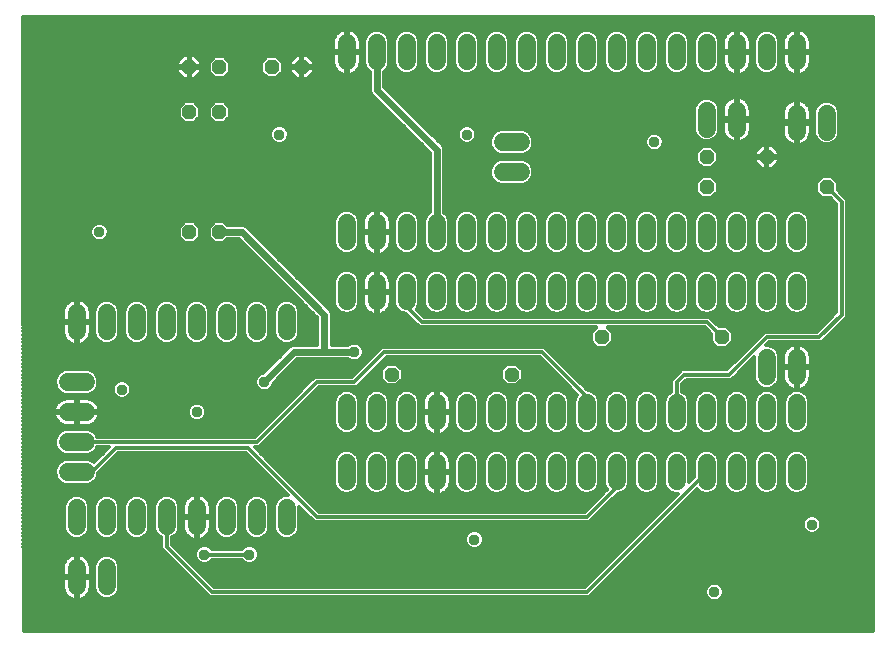
<source format=gbl>
G75*
%MOIN*%
%OFA0B0*%
%FSLAX25Y25*%
%IPPOS*%
%LPD*%
%AMOC8*
5,1,8,0,0,1.08239X$1,22.5*
%
%ADD10C,0.06000*%
%ADD11OC8,0.04800*%
%ADD12C,0.01200*%
%ADD13C,0.03762*%
%ADD14C,0.02400*%
D10*
X0021800Y0022600D02*
X0021800Y0028600D01*
X0031800Y0028600D02*
X0031800Y0022600D01*
X0031800Y0042600D02*
X0031800Y0048600D01*
X0021800Y0048600D02*
X0021800Y0042600D01*
X0041800Y0042600D02*
X0041800Y0048600D01*
X0051800Y0048600D02*
X0051800Y0042600D01*
X0061800Y0042600D02*
X0061800Y0048600D01*
X0071800Y0048600D02*
X0071800Y0042600D01*
X0081800Y0042600D02*
X0081800Y0048600D01*
X0091800Y0048600D02*
X0091800Y0042600D01*
X0111800Y0057600D02*
X0111800Y0063600D01*
X0121800Y0063600D02*
X0121800Y0057600D01*
X0131800Y0057600D02*
X0131800Y0063600D01*
X0141800Y0063600D02*
X0141800Y0057600D01*
X0151800Y0057600D02*
X0151800Y0063600D01*
X0161800Y0063600D02*
X0161800Y0057600D01*
X0171800Y0057600D02*
X0171800Y0063600D01*
X0181800Y0063600D02*
X0181800Y0057600D01*
X0191800Y0057600D02*
X0191800Y0063600D01*
X0201800Y0063600D02*
X0201800Y0057600D01*
X0211800Y0057600D02*
X0211800Y0063600D01*
X0221800Y0063600D02*
X0221800Y0057600D01*
X0231800Y0057600D02*
X0231800Y0063600D01*
X0241800Y0063600D02*
X0241800Y0057600D01*
X0251800Y0057600D02*
X0251800Y0063600D01*
X0261800Y0063600D02*
X0261800Y0057600D01*
X0261800Y0077600D02*
X0261800Y0083600D01*
X0251800Y0083600D02*
X0251800Y0077600D01*
X0241800Y0077600D02*
X0241800Y0083600D01*
X0231800Y0083600D02*
X0231800Y0077600D01*
X0221800Y0077600D02*
X0221800Y0083600D01*
X0211800Y0083600D02*
X0211800Y0077600D01*
X0201800Y0077600D02*
X0201800Y0083600D01*
X0191800Y0083600D02*
X0191800Y0077600D01*
X0181800Y0077600D02*
X0181800Y0083600D01*
X0171800Y0083600D02*
X0171800Y0077600D01*
X0161800Y0077600D02*
X0161800Y0083600D01*
X0151800Y0083600D02*
X0151800Y0077600D01*
X0141800Y0077600D02*
X0141800Y0083600D01*
X0131800Y0083600D02*
X0131800Y0077600D01*
X0121800Y0077600D02*
X0121800Y0083600D01*
X0111800Y0083600D02*
X0111800Y0077600D01*
X0091800Y0107600D02*
X0091800Y0113600D01*
X0081800Y0113600D02*
X0081800Y0107600D01*
X0071800Y0107600D02*
X0071800Y0113600D01*
X0061800Y0113600D02*
X0061800Y0107600D01*
X0051800Y0107600D02*
X0051800Y0113600D01*
X0041800Y0113600D02*
X0041800Y0107600D01*
X0031800Y0107600D02*
X0031800Y0113600D01*
X0021800Y0113600D02*
X0021800Y0107600D01*
X0024800Y0090600D02*
X0018800Y0090600D01*
X0018800Y0080600D02*
X0024800Y0080600D01*
X0024800Y0070600D02*
X0018800Y0070600D01*
X0018800Y0060600D02*
X0024800Y0060600D01*
X0111800Y0117600D02*
X0111800Y0123600D01*
X0121800Y0123600D02*
X0121800Y0117600D01*
X0131800Y0117600D02*
X0131800Y0123600D01*
X0141800Y0123600D02*
X0141800Y0117600D01*
X0151800Y0117600D02*
X0151800Y0123600D01*
X0161800Y0123600D02*
X0161800Y0117600D01*
X0171800Y0117600D02*
X0171800Y0123600D01*
X0181800Y0123600D02*
X0181800Y0117600D01*
X0191800Y0117600D02*
X0191800Y0123600D01*
X0201800Y0123600D02*
X0201800Y0117600D01*
X0211800Y0117600D02*
X0211800Y0123600D01*
X0221800Y0123600D02*
X0221800Y0117600D01*
X0231800Y0117600D02*
X0231800Y0123600D01*
X0241800Y0123600D02*
X0241800Y0117600D01*
X0251800Y0117600D02*
X0251800Y0123600D01*
X0261800Y0123600D02*
X0261800Y0117600D01*
X0261800Y0098600D02*
X0261800Y0092600D01*
X0251800Y0092600D02*
X0251800Y0098600D01*
X0251800Y0137600D02*
X0251800Y0143600D01*
X0261800Y0143600D02*
X0261800Y0137600D01*
X0241800Y0137600D02*
X0241800Y0143600D01*
X0231800Y0143600D02*
X0231800Y0137600D01*
X0221800Y0137600D02*
X0221800Y0143600D01*
X0211800Y0143600D02*
X0211800Y0137600D01*
X0201800Y0137600D02*
X0201800Y0143600D01*
X0191800Y0143600D02*
X0191800Y0137600D01*
X0181800Y0137600D02*
X0181800Y0143600D01*
X0171800Y0143600D02*
X0171800Y0137600D01*
X0161800Y0137600D02*
X0161800Y0143600D01*
X0151800Y0143600D02*
X0151800Y0137600D01*
X0141800Y0137600D02*
X0141800Y0143600D01*
X0131800Y0143600D02*
X0131800Y0137600D01*
X0121800Y0137600D02*
X0121800Y0143600D01*
X0111800Y0143600D02*
X0111800Y0137600D01*
X0163800Y0160600D02*
X0169800Y0160600D01*
X0169800Y0170600D02*
X0163800Y0170600D01*
X0161800Y0197600D02*
X0161800Y0203600D01*
X0151800Y0203600D02*
X0151800Y0197600D01*
X0141800Y0197600D02*
X0141800Y0203600D01*
X0131800Y0203600D02*
X0131800Y0197600D01*
X0121800Y0197600D02*
X0121800Y0203600D01*
X0111800Y0203600D02*
X0111800Y0197600D01*
X0171800Y0197600D02*
X0171800Y0203600D01*
X0181800Y0203600D02*
X0181800Y0197600D01*
X0191800Y0197600D02*
X0191800Y0203600D01*
X0201800Y0203600D02*
X0201800Y0197600D01*
X0211800Y0197600D02*
X0211800Y0203600D01*
X0221800Y0203600D02*
X0221800Y0197600D01*
X0231800Y0197600D02*
X0231800Y0203600D01*
X0241800Y0203600D02*
X0241800Y0197600D01*
X0251800Y0197600D02*
X0251800Y0203600D01*
X0261800Y0203600D02*
X0261800Y0197600D01*
X0261800Y0180100D02*
X0261800Y0174100D01*
X0271800Y0174100D02*
X0271800Y0180100D01*
X0241800Y0181100D02*
X0241800Y0175100D01*
X0231800Y0175100D02*
X0231800Y0181100D01*
D11*
X0231800Y0165600D03*
X0231800Y0155600D03*
X0251800Y0165600D03*
X0271800Y0155600D03*
X0236800Y0105600D03*
X0196800Y0105600D03*
X0166800Y0093100D03*
X0126800Y0093100D03*
X0069300Y0140600D03*
X0059300Y0140600D03*
X0059300Y0180600D03*
X0069300Y0180600D03*
X0069300Y0195600D03*
X0059300Y0195600D03*
X0086800Y0195600D03*
X0096800Y0195600D03*
D12*
X0003901Y0212201D02*
X0004040Y0007723D01*
X0287121Y0007700D01*
X0287121Y0212201D01*
X0003901Y0212201D01*
X0003902Y0211744D02*
X0287121Y0211744D01*
X0287121Y0210545D02*
X0003903Y0210545D01*
X0003903Y0209347D02*
X0287121Y0209347D01*
X0287121Y0208148D02*
X0262488Y0208148D01*
X0262200Y0208148D02*
X0261400Y0208148D01*
X0261400Y0208194D02*
X0260723Y0208087D01*
X0260034Y0207863D01*
X0259389Y0207534D01*
X0258803Y0207109D01*
X0258291Y0206597D01*
X0257866Y0206011D01*
X0257537Y0205366D01*
X0257313Y0204677D01*
X0257200Y0203962D01*
X0257200Y0201000D01*
X0261400Y0201000D01*
X0261400Y0208194D01*
X0261112Y0208148D02*
X0242488Y0208148D01*
X0242200Y0208148D02*
X0241400Y0208148D01*
X0241400Y0208194D02*
X0240723Y0208087D01*
X0240034Y0207863D01*
X0239389Y0207534D01*
X0238803Y0207109D01*
X0238291Y0206597D01*
X0237866Y0206011D01*
X0237537Y0205366D01*
X0237313Y0204677D01*
X0237200Y0203962D01*
X0237200Y0201000D01*
X0241400Y0201000D01*
X0241400Y0208194D01*
X0241112Y0208148D02*
X0112488Y0208148D01*
X0112200Y0208148D02*
X0111400Y0208148D01*
X0111400Y0208194D02*
X0110723Y0208087D01*
X0110034Y0207863D01*
X0109389Y0207534D01*
X0108803Y0207109D01*
X0108291Y0206597D01*
X0107866Y0206011D01*
X0107537Y0205366D01*
X0107313Y0204677D01*
X0107200Y0203962D01*
X0107200Y0201000D01*
X0111400Y0201000D01*
X0111400Y0208194D01*
X0111112Y0208148D02*
X0003904Y0208148D01*
X0003905Y0206950D02*
X0108645Y0206950D01*
X0107733Y0205751D02*
X0003906Y0205751D01*
X0003907Y0204553D02*
X0107294Y0204553D01*
X0107200Y0203354D02*
X0003907Y0203354D01*
X0003908Y0202156D02*
X0107200Y0202156D01*
X0107200Y0200200D02*
X0107200Y0197238D01*
X0107313Y0196523D01*
X0107537Y0195834D01*
X0107866Y0195189D01*
X0108291Y0194603D01*
X0108803Y0194091D01*
X0109389Y0193666D01*
X0110034Y0193337D01*
X0110723Y0193113D01*
X0111400Y0193006D01*
X0111400Y0200200D01*
X0107200Y0200200D01*
X0107200Y0199759D02*
X0003910Y0199759D01*
X0003909Y0200957D02*
X0111400Y0200957D01*
X0111400Y0201000D02*
X0111400Y0200200D01*
X0112200Y0200200D01*
X0112200Y0201000D01*
X0111400Y0201000D01*
X0112200Y0201000D02*
X0112200Y0208194D01*
X0112877Y0208087D01*
X0113566Y0207863D01*
X0114211Y0207534D01*
X0114797Y0207109D01*
X0115309Y0206597D01*
X0115734Y0206011D01*
X0116063Y0205366D01*
X0116287Y0204677D01*
X0116400Y0203962D01*
X0116400Y0201000D01*
X0112200Y0201000D01*
X0112200Y0200957D02*
X0117600Y0200957D01*
X0117600Y0199759D02*
X0116400Y0199759D01*
X0116400Y0200200D02*
X0112200Y0200200D01*
X0112200Y0193006D01*
X0112877Y0193113D01*
X0113566Y0193337D01*
X0114211Y0193666D01*
X0114797Y0194091D01*
X0115309Y0194603D01*
X0115734Y0195189D01*
X0116063Y0195834D01*
X0116287Y0196523D01*
X0116400Y0197238D01*
X0116400Y0200200D01*
X0116400Y0198560D02*
X0117600Y0198560D01*
X0117600Y0197362D02*
X0116400Y0197362D01*
X0116170Y0196163D02*
X0117849Y0196163D01*
X0117600Y0196765D02*
X0118239Y0195221D01*
X0119400Y0194060D01*
X0119400Y0187623D01*
X0119765Y0186741D01*
X0120441Y0186065D01*
X0139400Y0167106D01*
X0139400Y0147140D01*
X0138239Y0145979D01*
X0137600Y0144435D01*
X0137600Y0136765D01*
X0138239Y0135221D01*
X0139421Y0134039D01*
X0140965Y0133400D01*
X0142635Y0133400D01*
X0144179Y0134039D01*
X0145361Y0135221D01*
X0146000Y0136765D01*
X0146000Y0144435D01*
X0145361Y0145979D01*
X0144200Y0147140D01*
X0144200Y0168577D01*
X0143835Y0169459D01*
X0124200Y0189094D01*
X0124200Y0194060D01*
X0125361Y0195221D01*
X0126000Y0196765D01*
X0126000Y0204435D01*
X0125361Y0205979D01*
X0124179Y0207161D01*
X0122635Y0207800D01*
X0120965Y0207800D01*
X0119421Y0207161D01*
X0118239Y0205979D01*
X0117600Y0204435D01*
X0117600Y0196765D01*
X0118496Y0194965D02*
X0115571Y0194965D01*
X0114349Y0193766D02*
X0119400Y0193766D01*
X0119400Y0192568D02*
X0099425Y0192568D01*
X0098457Y0191600D02*
X0100800Y0193943D01*
X0100800Y0195400D01*
X0097000Y0195400D01*
X0097000Y0195800D01*
X0100800Y0195800D01*
X0100800Y0197257D01*
X0098457Y0199600D01*
X0097000Y0199600D01*
X0097000Y0195800D01*
X0096600Y0195800D01*
X0096600Y0199600D01*
X0095143Y0199600D01*
X0092800Y0197257D01*
X0092800Y0195800D01*
X0096600Y0195800D01*
X0096600Y0195400D01*
X0097000Y0195400D01*
X0097000Y0191600D01*
X0098457Y0191600D01*
X0097000Y0192568D02*
X0096600Y0192568D01*
X0096600Y0191600D02*
X0096600Y0195400D01*
X0092800Y0195400D01*
X0092800Y0193943D01*
X0095143Y0191600D01*
X0096600Y0191600D01*
X0096600Y0193766D02*
X0097000Y0193766D01*
X0097000Y0194965D02*
X0096600Y0194965D01*
X0096600Y0196163D02*
X0097000Y0196163D01*
X0097000Y0197362D02*
X0096600Y0197362D01*
X0096600Y0198560D02*
X0097000Y0198560D01*
X0099497Y0198560D02*
X0107200Y0198560D01*
X0107200Y0197362D02*
X0100695Y0197362D01*
X0100800Y0196163D02*
X0107430Y0196163D01*
X0108029Y0194965D02*
X0100800Y0194965D01*
X0100623Y0193766D02*
X0109251Y0193766D01*
X0111400Y0193766D02*
X0112200Y0193766D01*
X0112200Y0194965D02*
X0111400Y0194965D01*
X0111400Y0196163D02*
X0112200Y0196163D01*
X0112200Y0197362D02*
X0111400Y0197362D01*
X0111400Y0198560D02*
X0112200Y0198560D01*
X0112200Y0199759D02*
X0111400Y0199759D01*
X0111400Y0202156D02*
X0112200Y0202156D01*
X0112200Y0203354D02*
X0111400Y0203354D01*
X0111400Y0204553D02*
X0112200Y0204553D01*
X0112200Y0205751D02*
X0111400Y0205751D01*
X0111400Y0206950D02*
X0112200Y0206950D01*
X0114955Y0206950D02*
X0119210Y0206950D01*
X0118145Y0205751D02*
X0115867Y0205751D01*
X0116306Y0204553D02*
X0117649Y0204553D01*
X0117600Y0203354D02*
X0116400Y0203354D01*
X0116400Y0202156D02*
X0117600Y0202156D01*
X0125455Y0205751D02*
X0128145Y0205751D01*
X0128239Y0205979D02*
X0127600Y0204435D01*
X0127600Y0196765D01*
X0128239Y0195221D01*
X0129421Y0194039D01*
X0130965Y0193400D01*
X0132635Y0193400D01*
X0134179Y0194039D01*
X0135361Y0195221D01*
X0136000Y0196765D01*
X0136000Y0204435D01*
X0135361Y0205979D01*
X0134179Y0207161D01*
X0132635Y0207800D01*
X0130965Y0207800D01*
X0129421Y0207161D01*
X0128239Y0205979D01*
X0129210Y0206950D02*
X0124390Y0206950D01*
X0125951Y0204553D02*
X0127649Y0204553D01*
X0127600Y0203354D02*
X0126000Y0203354D01*
X0126000Y0202156D02*
X0127600Y0202156D01*
X0127600Y0200957D02*
X0126000Y0200957D01*
X0126000Y0199759D02*
X0127600Y0199759D01*
X0127600Y0198560D02*
X0126000Y0198560D01*
X0126000Y0197362D02*
X0127600Y0197362D01*
X0127849Y0196163D02*
X0125751Y0196163D01*
X0125104Y0194965D02*
X0128496Y0194965D01*
X0130080Y0193766D02*
X0124200Y0193766D01*
X0124200Y0192568D02*
X0287121Y0192568D01*
X0287121Y0193766D02*
X0264349Y0193766D01*
X0264211Y0193666D02*
X0264797Y0194091D01*
X0265309Y0194603D01*
X0265734Y0195189D01*
X0266063Y0195834D01*
X0266287Y0196523D01*
X0266400Y0197238D01*
X0266400Y0200200D01*
X0262200Y0200200D01*
X0262200Y0201000D01*
X0261400Y0201000D01*
X0261400Y0200200D01*
X0257200Y0200200D01*
X0257200Y0197238D01*
X0257313Y0196523D01*
X0257537Y0195834D01*
X0257866Y0195189D01*
X0258291Y0194603D01*
X0258803Y0194091D01*
X0259389Y0193666D01*
X0260034Y0193337D01*
X0260723Y0193113D01*
X0261400Y0193006D01*
X0261400Y0200200D01*
X0262200Y0200200D01*
X0262200Y0193006D01*
X0262877Y0193113D01*
X0263566Y0193337D01*
X0264211Y0193666D01*
X0265571Y0194965D02*
X0287121Y0194965D01*
X0287121Y0196163D02*
X0266170Y0196163D01*
X0266400Y0197362D02*
X0287121Y0197362D01*
X0287121Y0198560D02*
X0266400Y0198560D01*
X0266400Y0199759D02*
X0287121Y0199759D01*
X0287121Y0200957D02*
X0262200Y0200957D01*
X0262200Y0201000D02*
X0266400Y0201000D01*
X0266400Y0203962D01*
X0266287Y0204677D01*
X0266063Y0205366D01*
X0265734Y0206011D01*
X0265309Y0206597D01*
X0264797Y0207109D01*
X0264211Y0207534D01*
X0263566Y0207863D01*
X0262877Y0208087D01*
X0262200Y0208194D01*
X0262200Y0201000D01*
X0261400Y0200957D02*
X0256000Y0200957D01*
X0256000Y0199759D02*
X0257200Y0199759D01*
X0257200Y0198560D02*
X0256000Y0198560D01*
X0256000Y0197362D02*
X0257200Y0197362D01*
X0257430Y0196163D02*
X0255751Y0196163D01*
X0256000Y0196765D02*
X0255361Y0195221D01*
X0254179Y0194039D01*
X0252635Y0193400D01*
X0250965Y0193400D01*
X0249421Y0194039D01*
X0248239Y0195221D01*
X0247600Y0196765D01*
X0247600Y0204435D01*
X0248239Y0205979D01*
X0249421Y0207161D01*
X0250965Y0207800D01*
X0252635Y0207800D01*
X0254179Y0207161D01*
X0255361Y0205979D01*
X0256000Y0204435D01*
X0256000Y0196765D01*
X0255104Y0194965D02*
X0258029Y0194965D01*
X0259251Y0193766D02*
X0253520Y0193766D01*
X0250080Y0193766D02*
X0244349Y0193766D01*
X0244211Y0193666D02*
X0244797Y0194091D01*
X0245309Y0194603D01*
X0245734Y0195189D01*
X0246063Y0195834D01*
X0246287Y0196523D01*
X0246400Y0197238D01*
X0246400Y0200200D01*
X0242200Y0200200D01*
X0242200Y0201000D01*
X0241400Y0201000D01*
X0241400Y0200200D01*
X0237200Y0200200D01*
X0237200Y0197238D01*
X0237313Y0196523D01*
X0237537Y0195834D01*
X0237866Y0195189D01*
X0238291Y0194603D01*
X0238803Y0194091D01*
X0239389Y0193666D01*
X0240034Y0193337D01*
X0240723Y0193113D01*
X0241400Y0193006D01*
X0241400Y0200200D01*
X0242200Y0200200D01*
X0242200Y0193006D01*
X0242877Y0193113D01*
X0243566Y0193337D01*
X0244211Y0193666D01*
X0245571Y0194965D02*
X0248496Y0194965D01*
X0247849Y0196163D02*
X0246170Y0196163D01*
X0246400Y0197362D02*
X0247600Y0197362D01*
X0247600Y0198560D02*
X0246400Y0198560D01*
X0246400Y0199759D02*
X0247600Y0199759D01*
X0247600Y0200957D02*
X0242200Y0200957D01*
X0242200Y0201000D02*
X0246400Y0201000D01*
X0246400Y0203962D01*
X0246287Y0204677D01*
X0246063Y0205366D01*
X0245734Y0206011D01*
X0245309Y0206597D01*
X0244797Y0207109D01*
X0244211Y0207534D01*
X0243566Y0207863D01*
X0242877Y0208087D01*
X0242200Y0208194D01*
X0242200Y0201000D01*
X0241400Y0200957D02*
X0236000Y0200957D01*
X0236000Y0199759D02*
X0237200Y0199759D01*
X0237200Y0198560D02*
X0236000Y0198560D01*
X0236000Y0197362D02*
X0237200Y0197362D01*
X0237430Y0196163D02*
X0235751Y0196163D01*
X0236000Y0196765D02*
X0235361Y0195221D01*
X0234179Y0194039D01*
X0232635Y0193400D01*
X0230965Y0193400D01*
X0229421Y0194039D01*
X0228239Y0195221D01*
X0227600Y0196765D01*
X0227600Y0204435D01*
X0228239Y0205979D01*
X0229421Y0207161D01*
X0230965Y0207800D01*
X0232635Y0207800D01*
X0234179Y0207161D01*
X0235361Y0205979D01*
X0236000Y0204435D01*
X0236000Y0196765D01*
X0235104Y0194965D02*
X0238029Y0194965D01*
X0239251Y0193766D02*
X0233520Y0193766D01*
X0230080Y0193766D02*
X0223520Y0193766D01*
X0224179Y0194039D02*
X0225361Y0195221D01*
X0226000Y0196765D01*
X0226000Y0204435D01*
X0225361Y0205979D01*
X0224179Y0207161D01*
X0222635Y0207800D01*
X0220965Y0207800D01*
X0219421Y0207161D01*
X0218239Y0205979D01*
X0217600Y0204435D01*
X0217600Y0196765D01*
X0218239Y0195221D01*
X0219421Y0194039D01*
X0220965Y0193400D01*
X0222635Y0193400D01*
X0224179Y0194039D01*
X0225104Y0194965D02*
X0228496Y0194965D01*
X0227849Y0196163D02*
X0225751Y0196163D01*
X0226000Y0197362D02*
X0227600Y0197362D01*
X0227600Y0198560D02*
X0226000Y0198560D01*
X0226000Y0199759D02*
X0227600Y0199759D01*
X0227600Y0200957D02*
X0226000Y0200957D01*
X0226000Y0202156D02*
X0227600Y0202156D01*
X0227600Y0203354D02*
X0226000Y0203354D01*
X0225951Y0204553D02*
X0227649Y0204553D01*
X0228145Y0205751D02*
X0225455Y0205751D01*
X0224390Y0206950D02*
X0229210Y0206950D01*
X0234390Y0206950D02*
X0238645Y0206950D01*
X0237733Y0205751D02*
X0235455Y0205751D01*
X0235951Y0204553D02*
X0237294Y0204553D01*
X0237200Y0203354D02*
X0236000Y0203354D01*
X0236000Y0202156D02*
X0237200Y0202156D01*
X0241400Y0202156D02*
X0242200Y0202156D01*
X0242200Y0203354D02*
X0241400Y0203354D01*
X0241400Y0204553D02*
X0242200Y0204553D01*
X0242200Y0205751D02*
X0241400Y0205751D01*
X0241400Y0206950D02*
X0242200Y0206950D01*
X0244955Y0206950D02*
X0249210Y0206950D01*
X0248145Y0205751D02*
X0245867Y0205751D01*
X0246306Y0204553D02*
X0247649Y0204553D01*
X0247600Y0203354D02*
X0246400Y0203354D01*
X0246400Y0202156D02*
X0247600Y0202156D01*
X0242200Y0199759D02*
X0241400Y0199759D01*
X0241400Y0198560D02*
X0242200Y0198560D01*
X0242200Y0197362D02*
X0241400Y0197362D01*
X0241400Y0196163D02*
X0242200Y0196163D01*
X0242200Y0194965D02*
X0241400Y0194965D01*
X0241400Y0193766D02*
X0242200Y0193766D01*
X0242200Y0185694D02*
X0242200Y0178500D01*
X0246400Y0178500D01*
X0246400Y0181462D01*
X0246287Y0182177D01*
X0246063Y0182866D01*
X0245734Y0183511D01*
X0245309Y0184097D01*
X0244797Y0184609D01*
X0244211Y0185034D01*
X0243566Y0185363D01*
X0242877Y0185587D01*
X0242200Y0185694D01*
X0242200Y0185377D02*
X0241400Y0185377D01*
X0241400Y0185694D02*
X0240723Y0185587D01*
X0240034Y0185363D01*
X0239389Y0185034D01*
X0238803Y0184609D01*
X0238291Y0184097D01*
X0237866Y0183511D01*
X0237537Y0182866D01*
X0237313Y0182177D01*
X0237200Y0181462D01*
X0237200Y0178500D01*
X0241400Y0178500D01*
X0241400Y0185694D01*
X0240076Y0185377D02*
X0127917Y0185377D01*
X0126719Y0186575D02*
X0287121Y0186575D01*
X0287121Y0185377D02*
X0243524Y0185377D01*
X0242200Y0184178D02*
X0241400Y0184178D01*
X0241400Y0182980D02*
X0242200Y0182980D01*
X0242200Y0181781D02*
X0241400Y0181781D01*
X0241400Y0180583D02*
X0242200Y0180583D01*
X0242200Y0179384D02*
X0241400Y0179384D01*
X0241400Y0178500D02*
X0242200Y0178500D01*
X0242200Y0177700D01*
X0246400Y0177700D01*
X0246400Y0174738D01*
X0246287Y0174023D01*
X0246063Y0173334D01*
X0245734Y0172689D01*
X0245309Y0172103D01*
X0244797Y0171591D01*
X0244211Y0171166D01*
X0243566Y0170837D01*
X0242877Y0170613D01*
X0242200Y0170506D01*
X0242200Y0177700D01*
X0241400Y0177700D01*
X0241400Y0170506D01*
X0240723Y0170613D01*
X0240034Y0170837D01*
X0239389Y0171166D01*
X0238803Y0171591D01*
X0238291Y0172103D01*
X0237866Y0172689D01*
X0237537Y0173334D01*
X0237313Y0174023D01*
X0237200Y0174738D01*
X0237200Y0177700D01*
X0241400Y0177700D01*
X0241400Y0178500D01*
X0241400Y0178186D02*
X0236000Y0178186D01*
X0236000Y0179384D02*
X0237200Y0179384D01*
X0237200Y0180583D02*
X0236000Y0180583D01*
X0236000Y0181781D02*
X0237251Y0181781D01*
X0237595Y0182980D02*
X0235567Y0182980D01*
X0235361Y0183479D02*
X0234179Y0184661D01*
X0232635Y0185300D01*
X0230965Y0185300D01*
X0229421Y0184661D01*
X0228239Y0183479D01*
X0227600Y0181935D01*
X0227600Y0174265D01*
X0228239Y0172721D01*
X0229421Y0171539D01*
X0230965Y0170900D01*
X0232635Y0170900D01*
X0234179Y0171539D01*
X0235361Y0172721D01*
X0236000Y0174265D01*
X0236000Y0181935D01*
X0235361Y0183479D01*
X0234661Y0184178D02*
X0238373Y0184178D01*
X0242200Y0178186D02*
X0257200Y0178186D01*
X0257200Y0177500D02*
X0261400Y0177500D01*
X0261400Y0184694D01*
X0260723Y0184587D01*
X0260034Y0184363D01*
X0259389Y0184034D01*
X0258803Y0183609D01*
X0258291Y0183097D01*
X0257866Y0182511D01*
X0257537Y0181866D01*
X0257313Y0181177D01*
X0257200Y0180462D01*
X0257200Y0177500D01*
X0257200Y0176700D02*
X0257200Y0173738D01*
X0257313Y0173023D01*
X0257537Y0172334D01*
X0257866Y0171689D01*
X0258291Y0171103D01*
X0258803Y0170591D01*
X0259389Y0170166D01*
X0260034Y0169837D01*
X0260723Y0169613D01*
X0261400Y0169506D01*
X0261400Y0176700D01*
X0257200Y0176700D01*
X0257200Y0175789D02*
X0246400Y0175789D01*
X0246400Y0176987D02*
X0261400Y0176987D01*
X0261400Y0176700D02*
X0261400Y0177500D01*
X0262200Y0177500D01*
X0262200Y0184694D01*
X0262877Y0184587D01*
X0263566Y0184363D01*
X0264211Y0184034D01*
X0264797Y0183609D01*
X0265309Y0183097D01*
X0265734Y0182511D01*
X0266063Y0181866D01*
X0266287Y0181177D01*
X0266400Y0180462D01*
X0266400Y0177500D01*
X0262200Y0177500D01*
X0262200Y0176700D01*
X0266400Y0176700D01*
X0266400Y0173738D01*
X0266287Y0173023D01*
X0266063Y0172334D01*
X0265734Y0171689D01*
X0265309Y0171103D01*
X0264797Y0170591D01*
X0264211Y0170166D01*
X0263566Y0169837D01*
X0262877Y0169613D01*
X0262200Y0169506D01*
X0262200Y0176700D01*
X0261400Y0176700D01*
X0262200Y0176987D02*
X0267600Y0176987D01*
X0267600Y0175789D02*
X0266400Y0175789D01*
X0266400Y0174590D02*
X0267600Y0174590D01*
X0267600Y0173392D02*
X0266345Y0173392D01*
X0265991Y0172193D02*
X0268044Y0172193D01*
X0268239Y0171721D02*
X0269421Y0170539D01*
X0270965Y0169900D01*
X0272635Y0169900D01*
X0274179Y0170539D01*
X0275361Y0171721D01*
X0276000Y0173265D01*
X0276000Y0180935D01*
X0275361Y0182479D01*
X0274179Y0183661D01*
X0272635Y0184300D01*
X0270965Y0184300D01*
X0269421Y0183661D01*
X0268239Y0182479D01*
X0267600Y0180935D01*
X0267600Y0173265D01*
X0268239Y0171721D01*
X0268966Y0170995D02*
X0265200Y0170995D01*
X0263440Y0169796D02*
X0287121Y0169796D01*
X0287121Y0168598D02*
X0254459Y0168598D01*
X0253457Y0169600D02*
X0255800Y0167257D01*
X0255800Y0165800D01*
X0252000Y0165800D01*
X0252000Y0165400D01*
X0255800Y0165400D01*
X0255800Y0163943D01*
X0253457Y0161600D01*
X0252000Y0161600D01*
X0252000Y0165400D01*
X0251600Y0165400D01*
X0251600Y0161600D01*
X0250143Y0161600D01*
X0247800Y0163943D01*
X0247800Y0165400D01*
X0251600Y0165400D01*
X0251600Y0165800D01*
X0251600Y0169600D01*
X0250143Y0169600D01*
X0247800Y0167257D01*
X0247800Y0165800D01*
X0251600Y0165800D01*
X0252000Y0165800D01*
X0252000Y0169600D01*
X0253457Y0169600D01*
X0252000Y0168598D02*
X0251600Y0168598D01*
X0251600Y0167399D02*
X0252000Y0167399D01*
X0252000Y0166201D02*
X0251600Y0166201D01*
X0251600Y0165002D02*
X0252000Y0165002D01*
X0252000Y0163803D02*
X0251600Y0163803D01*
X0251600Y0162605D02*
X0252000Y0162605D01*
X0254462Y0162605D02*
X0287121Y0162605D01*
X0287121Y0163803D02*
X0255660Y0163803D01*
X0255800Y0165002D02*
X0287121Y0165002D01*
X0287121Y0166201D02*
X0255800Y0166201D01*
X0255658Y0167399D02*
X0287121Y0167399D01*
X0287121Y0170995D02*
X0274634Y0170995D01*
X0275556Y0172193D02*
X0287121Y0172193D01*
X0287121Y0173392D02*
X0276000Y0173392D01*
X0276000Y0174590D02*
X0287121Y0174590D01*
X0287121Y0175789D02*
X0276000Y0175789D01*
X0276000Y0176987D02*
X0287121Y0176987D01*
X0287121Y0178186D02*
X0276000Y0178186D01*
X0276000Y0179384D02*
X0287121Y0179384D01*
X0287121Y0180583D02*
X0276000Y0180583D01*
X0275650Y0181781D02*
X0287121Y0181781D01*
X0287121Y0182980D02*
X0274860Y0182980D01*
X0272929Y0184178D02*
X0287121Y0184178D01*
X0287121Y0187774D02*
X0125520Y0187774D01*
X0124322Y0188972D02*
X0287121Y0188972D01*
X0287121Y0190171D02*
X0124200Y0190171D01*
X0124200Y0191369D02*
X0287121Y0191369D01*
X0287121Y0202156D02*
X0266400Y0202156D01*
X0266400Y0203354D02*
X0287121Y0203354D01*
X0287121Y0204553D02*
X0266306Y0204553D01*
X0265867Y0205751D02*
X0287121Y0205751D01*
X0287121Y0206950D02*
X0264955Y0206950D01*
X0262200Y0206950D02*
X0261400Y0206950D01*
X0261400Y0205751D02*
X0262200Y0205751D01*
X0262200Y0204553D02*
X0261400Y0204553D01*
X0261400Y0203354D02*
X0262200Y0203354D01*
X0262200Y0202156D02*
X0261400Y0202156D01*
X0261400Y0199759D02*
X0262200Y0199759D01*
X0262200Y0198560D02*
X0261400Y0198560D01*
X0261400Y0197362D02*
X0262200Y0197362D01*
X0262200Y0196163D02*
X0261400Y0196163D01*
X0261400Y0194965D02*
X0262200Y0194965D01*
X0262200Y0193766D02*
X0261400Y0193766D01*
X0257200Y0202156D02*
X0256000Y0202156D01*
X0256000Y0203354D02*
X0257200Y0203354D01*
X0257294Y0204553D02*
X0255951Y0204553D01*
X0255455Y0205751D02*
X0257733Y0205751D01*
X0258645Y0206950D02*
X0254390Y0206950D01*
X0259672Y0184178D02*
X0245227Y0184178D01*
X0246005Y0182980D02*
X0258206Y0182980D01*
X0257510Y0181781D02*
X0246349Y0181781D01*
X0246400Y0180583D02*
X0257219Y0180583D01*
X0257200Y0179384D02*
X0246400Y0179384D01*
X0246377Y0174590D02*
X0257200Y0174590D01*
X0257255Y0173392D02*
X0246082Y0173392D01*
X0245374Y0172193D02*
X0257609Y0172193D01*
X0258400Y0170995D02*
X0243875Y0170995D01*
X0242200Y0170995D02*
X0241400Y0170995D01*
X0241400Y0172193D02*
X0242200Y0172193D01*
X0242200Y0173392D02*
X0241400Y0173392D01*
X0241400Y0174590D02*
X0242200Y0174590D01*
X0242200Y0175789D02*
X0241400Y0175789D01*
X0241400Y0176987D02*
X0242200Y0176987D01*
X0237200Y0176987D02*
X0236000Y0176987D01*
X0236000Y0175789D02*
X0237200Y0175789D01*
X0237223Y0174590D02*
X0236000Y0174590D01*
X0235638Y0173392D02*
X0237518Y0173392D01*
X0238226Y0172193D02*
X0234833Y0172193D01*
X0232864Y0170995D02*
X0239725Y0170995D01*
X0235400Y0167091D02*
X0233291Y0169200D01*
X0230309Y0169200D01*
X0228200Y0167091D01*
X0228200Y0164109D01*
X0230309Y0162000D01*
X0233291Y0162000D01*
X0235400Y0164109D01*
X0235400Y0167091D01*
X0235092Y0167399D02*
X0247942Y0167399D01*
X0247800Y0166201D02*
X0235400Y0166201D01*
X0235400Y0165002D02*
X0247800Y0165002D01*
X0247940Y0163803D02*
X0235095Y0163803D01*
X0233896Y0162605D02*
X0249138Y0162605D01*
X0249141Y0168598D02*
X0233894Y0168598D01*
X0230736Y0170995D02*
X0217381Y0170995D01*
X0217381Y0171213D02*
X0216912Y0172345D01*
X0216045Y0173212D01*
X0214913Y0173681D01*
X0213687Y0173681D01*
X0212555Y0173212D01*
X0211688Y0172345D01*
X0211219Y0171213D01*
X0211219Y0169987D01*
X0211688Y0168855D01*
X0212555Y0167988D01*
X0213687Y0167519D01*
X0214913Y0167519D01*
X0216045Y0167988D01*
X0216912Y0168855D01*
X0217381Y0169987D01*
X0217381Y0171213D01*
X0216975Y0172193D02*
X0228767Y0172193D01*
X0227962Y0173392D02*
X0215612Y0173392D01*
X0212988Y0173392D02*
X0172948Y0173392D01*
X0173361Y0172979D02*
X0172179Y0174161D01*
X0170635Y0174800D01*
X0162965Y0174800D01*
X0161421Y0174161D01*
X0160239Y0172979D01*
X0159600Y0171435D01*
X0159600Y0169765D01*
X0160239Y0168221D01*
X0161421Y0167039D01*
X0162965Y0166400D01*
X0170635Y0166400D01*
X0172179Y0167039D01*
X0173361Y0168221D01*
X0174000Y0169765D01*
X0174000Y0171435D01*
X0173361Y0172979D01*
X0173686Y0172193D02*
X0211625Y0172193D01*
X0211219Y0170995D02*
X0174000Y0170995D01*
X0174000Y0169796D02*
X0211298Y0169796D01*
X0211945Y0168598D02*
X0173517Y0168598D01*
X0172539Y0167399D02*
X0228508Y0167399D01*
X0228200Y0166201D02*
X0144200Y0166201D01*
X0144200Y0167399D02*
X0161061Y0167399D01*
X0160083Y0168598D02*
X0144192Y0168598D01*
X0143498Y0169796D02*
X0159600Y0169796D01*
X0159600Y0170995D02*
X0154052Y0170995D01*
X0154412Y0171355D02*
X0154881Y0172487D01*
X0154881Y0173713D01*
X0154412Y0174845D01*
X0153545Y0175712D01*
X0152413Y0176181D01*
X0151187Y0176181D01*
X0150055Y0175712D01*
X0149188Y0174845D01*
X0148719Y0173713D01*
X0148719Y0172487D01*
X0149188Y0171355D01*
X0150055Y0170488D01*
X0151187Y0170019D01*
X0152413Y0170019D01*
X0153545Y0170488D01*
X0154412Y0171355D01*
X0154759Y0172193D02*
X0159914Y0172193D01*
X0160652Y0173392D02*
X0154881Y0173392D01*
X0154518Y0174590D02*
X0162458Y0174590D01*
X0171142Y0174590D02*
X0227600Y0174590D01*
X0227600Y0175789D02*
X0153360Y0175789D01*
X0150240Y0175789D02*
X0137505Y0175789D01*
X0136307Y0176987D02*
X0227600Y0176987D01*
X0227600Y0178186D02*
X0135108Y0178186D01*
X0133910Y0179384D02*
X0227600Y0179384D01*
X0227600Y0180583D02*
X0132711Y0180583D01*
X0131513Y0181781D02*
X0227600Y0181781D01*
X0228033Y0182980D02*
X0130314Y0182980D01*
X0129116Y0184178D02*
X0228938Y0184178D01*
X0220080Y0193766D02*
X0213520Y0193766D01*
X0214179Y0194039D02*
X0215361Y0195221D01*
X0216000Y0196765D01*
X0216000Y0204435D01*
X0215361Y0205979D01*
X0214179Y0207161D01*
X0212635Y0207800D01*
X0210965Y0207800D01*
X0209421Y0207161D01*
X0208239Y0205979D01*
X0207600Y0204435D01*
X0207600Y0196765D01*
X0208239Y0195221D01*
X0209421Y0194039D01*
X0210965Y0193400D01*
X0212635Y0193400D01*
X0214179Y0194039D01*
X0215104Y0194965D02*
X0218496Y0194965D01*
X0217849Y0196163D02*
X0215751Y0196163D01*
X0216000Y0197362D02*
X0217600Y0197362D01*
X0217600Y0198560D02*
X0216000Y0198560D01*
X0216000Y0199759D02*
X0217600Y0199759D01*
X0217600Y0200957D02*
X0216000Y0200957D01*
X0216000Y0202156D02*
X0217600Y0202156D01*
X0217600Y0203354D02*
X0216000Y0203354D01*
X0215951Y0204553D02*
X0217649Y0204553D01*
X0218145Y0205751D02*
X0215455Y0205751D01*
X0214390Y0206950D02*
X0219210Y0206950D01*
X0209210Y0206950D02*
X0204390Y0206950D01*
X0204179Y0207161D02*
X0205361Y0205979D01*
X0206000Y0204435D01*
X0206000Y0196765D01*
X0205361Y0195221D01*
X0204179Y0194039D01*
X0202635Y0193400D01*
X0200965Y0193400D01*
X0199421Y0194039D01*
X0198239Y0195221D01*
X0197600Y0196765D01*
X0197600Y0204435D01*
X0198239Y0205979D01*
X0199421Y0207161D01*
X0200965Y0207800D01*
X0202635Y0207800D01*
X0204179Y0207161D01*
X0205455Y0205751D02*
X0208145Y0205751D01*
X0207649Y0204553D02*
X0205951Y0204553D01*
X0206000Y0203354D02*
X0207600Y0203354D01*
X0207600Y0202156D02*
X0206000Y0202156D01*
X0206000Y0200957D02*
X0207600Y0200957D01*
X0207600Y0199759D02*
X0206000Y0199759D01*
X0206000Y0198560D02*
X0207600Y0198560D01*
X0207600Y0197362D02*
X0206000Y0197362D01*
X0205751Y0196163D02*
X0207849Y0196163D01*
X0208496Y0194965D02*
X0205104Y0194965D01*
X0203520Y0193766D02*
X0210080Y0193766D01*
X0200080Y0193766D02*
X0193520Y0193766D01*
X0194179Y0194039D02*
X0195361Y0195221D01*
X0196000Y0196765D01*
X0196000Y0204435D01*
X0195361Y0205979D01*
X0194179Y0207161D01*
X0192635Y0207800D01*
X0190965Y0207800D01*
X0189421Y0207161D01*
X0188239Y0205979D01*
X0187600Y0204435D01*
X0187600Y0196765D01*
X0188239Y0195221D01*
X0189421Y0194039D01*
X0190965Y0193400D01*
X0192635Y0193400D01*
X0194179Y0194039D01*
X0195104Y0194965D02*
X0198496Y0194965D01*
X0197849Y0196163D02*
X0195751Y0196163D01*
X0196000Y0197362D02*
X0197600Y0197362D01*
X0197600Y0198560D02*
X0196000Y0198560D01*
X0196000Y0199759D02*
X0197600Y0199759D01*
X0197600Y0200957D02*
X0196000Y0200957D01*
X0196000Y0202156D02*
X0197600Y0202156D01*
X0197600Y0203354D02*
X0196000Y0203354D01*
X0195951Y0204553D02*
X0197649Y0204553D01*
X0198145Y0205751D02*
X0195455Y0205751D01*
X0194390Y0206950D02*
X0199210Y0206950D01*
X0189210Y0206950D02*
X0184390Y0206950D01*
X0184179Y0207161D02*
X0182635Y0207800D01*
X0180965Y0207800D01*
X0179421Y0207161D01*
X0178239Y0205979D01*
X0177600Y0204435D01*
X0177600Y0196765D01*
X0178239Y0195221D01*
X0179421Y0194039D01*
X0180965Y0193400D01*
X0182635Y0193400D01*
X0184179Y0194039D01*
X0185361Y0195221D01*
X0186000Y0196765D01*
X0186000Y0204435D01*
X0185361Y0205979D01*
X0184179Y0207161D01*
X0185455Y0205751D02*
X0188145Y0205751D01*
X0187649Y0204553D02*
X0185951Y0204553D01*
X0186000Y0203354D02*
X0187600Y0203354D01*
X0187600Y0202156D02*
X0186000Y0202156D01*
X0186000Y0200957D02*
X0187600Y0200957D01*
X0187600Y0199759D02*
X0186000Y0199759D01*
X0186000Y0198560D02*
X0187600Y0198560D01*
X0187600Y0197362D02*
X0186000Y0197362D01*
X0185751Y0196163D02*
X0187849Y0196163D01*
X0188496Y0194965D02*
X0185104Y0194965D01*
X0183520Y0193766D02*
X0190080Y0193766D01*
X0180080Y0193766D02*
X0173520Y0193766D01*
X0174179Y0194039D02*
X0175361Y0195221D01*
X0176000Y0196765D01*
X0176000Y0204435D01*
X0175361Y0205979D01*
X0174179Y0207161D01*
X0172635Y0207800D01*
X0170965Y0207800D01*
X0169421Y0207161D01*
X0168239Y0205979D01*
X0167600Y0204435D01*
X0167600Y0196765D01*
X0168239Y0195221D01*
X0169421Y0194039D01*
X0170965Y0193400D01*
X0172635Y0193400D01*
X0174179Y0194039D01*
X0175104Y0194965D02*
X0178496Y0194965D01*
X0177849Y0196163D02*
X0175751Y0196163D01*
X0176000Y0197362D02*
X0177600Y0197362D01*
X0177600Y0198560D02*
X0176000Y0198560D01*
X0176000Y0199759D02*
X0177600Y0199759D01*
X0177600Y0200957D02*
X0176000Y0200957D01*
X0176000Y0202156D02*
X0177600Y0202156D01*
X0177600Y0203354D02*
X0176000Y0203354D01*
X0175951Y0204553D02*
X0177649Y0204553D01*
X0178145Y0205751D02*
X0175455Y0205751D01*
X0174390Y0206950D02*
X0179210Y0206950D01*
X0169210Y0206950D02*
X0164390Y0206950D01*
X0164179Y0207161D02*
X0162635Y0207800D01*
X0160965Y0207800D01*
X0159421Y0207161D01*
X0158239Y0205979D01*
X0157600Y0204435D01*
X0157600Y0196765D01*
X0158239Y0195221D01*
X0159421Y0194039D01*
X0160965Y0193400D01*
X0162635Y0193400D01*
X0164179Y0194039D01*
X0165361Y0195221D01*
X0166000Y0196765D01*
X0166000Y0204435D01*
X0165361Y0205979D01*
X0164179Y0207161D01*
X0165455Y0205751D02*
X0168145Y0205751D01*
X0167649Y0204553D02*
X0165951Y0204553D01*
X0166000Y0203354D02*
X0167600Y0203354D01*
X0167600Y0202156D02*
X0166000Y0202156D01*
X0166000Y0200957D02*
X0167600Y0200957D01*
X0167600Y0199759D02*
X0166000Y0199759D01*
X0166000Y0198560D02*
X0167600Y0198560D01*
X0167600Y0197362D02*
X0166000Y0197362D01*
X0165751Y0196163D02*
X0167849Y0196163D01*
X0168496Y0194965D02*
X0165104Y0194965D01*
X0163520Y0193766D02*
X0170080Y0193766D01*
X0160080Y0193766D02*
X0153520Y0193766D01*
X0154179Y0194039D02*
X0155361Y0195221D01*
X0156000Y0196765D01*
X0156000Y0204435D01*
X0155361Y0205979D01*
X0154179Y0207161D01*
X0152635Y0207800D01*
X0150965Y0207800D01*
X0149421Y0207161D01*
X0148239Y0205979D01*
X0147600Y0204435D01*
X0147600Y0196765D01*
X0148239Y0195221D01*
X0149421Y0194039D01*
X0150965Y0193400D01*
X0152635Y0193400D01*
X0154179Y0194039D01*
X0155104Y0194965D02*
X0158496Y0194965D01*
X0157849Y0196163D02*
X0155751Y0196163D01*
X0156000Y0197362D02*
X0157600Y0197362D01*
X0157600Y0198560D02*
X0156000Y0198560D01*
X0156000Y0199759D02*
X0157600Y0199759D01*
X0157600Y0200957D02*
X0156000Y0200957D01*
X0156000Y0202156D02*
X0157600Y0202156D01*
X0157600Y0203354D02*
X0156000Y0203354D01*
X0155951Y0204553D02*
X0157649Y0204553D01*
X0158145Y0205751D02*
X0155455Y0205751D01*
X0154390Y0206950D02*
X0159210Y0206950D01*
X0149210Y0206950D02*
X0144390Y0206950D01*
X0144179Y0207161D02*
X0142635Y0207800D01*
X0140965Y0207800D01*
X0139421Y0207161D01*
X0138239Y0205979D01*
X0137600Y0204435D01*
X0137600Y0196765D01*
X0138239Y0195221D01*
X0139421Y0194039D01*
X0140965Y0193400D01*
X0142635Y0193400D01*
X0144179Y0194039D01*
X0145361Y0195221D01*
X0146000Y0196765D01*
X0146000Y0204435D01*
X0145361Y0205979D01*
X0144179Y0207161D01*
X0145455Y0205751D02*
X0148145Y0205751D01*
X0147649Y0204553D02*
X0145951Y0204553D01*
X0146000Y0203354D02*
X0147600Y0203354D01*
X0147600Y0202156D02*
X0146000Y0202156D01*
X0146000Y0200957D02*
X0147600Y0200957D01*
X0147600Y0199759D02*
X0146000Y0199759D01*
X0146000Y0198560D02*
X0147600Y0198560D01*
X0147600Y0197362D02*
X0146000Y0197362D01*
X0145751Y0196163D02*
X0147849Y0196163D01*
X0148496Y0194965D02*
X0145104Y0194965D01*
X0143520Y0193766D02*
X0150080Y0193766D01*
X0140080Y0193766D02*
X0133520Y0193766D01*
X0135104Y0194965D02*
X0138496Y0194965D01*
X0137849Y0196163D02*
X0135751Y0196163D01*
X0136000Y0197362D02*
X0137600Y0197362D01*
X0137600Y0198560D02*
X0136000Y0198560D01*
X0136000Y0199759D02*
X0137600Y0199759D01*
X0137600Y0200957D02*
X0136000Y0200957D01*
X0136000Y0202156D02*
X0137600Y0202156D01*
X0137600Y0203354D02*
X0136000Y0203354D01*
X0135951Y0204553D02*
X0137649Y0204553D01*
X0138145Y0205751D02*
X0135455Y0205751D01*
X0134390Y0206950D02*
X0139210Y0206950D01*
X0119400Y0191369D02*
X0003916Y0191369D01*
X0003916Y0190171D02*
X0119400Y0190171D01*
X0119400Y0188972D02*
X0003917Y0188972D01*
X0003918Y0187774D02*
X0119400Y0187774D01*
X0119931Y0186575D02*
X0003919Y0186575D01*
X0003920Y0185377D02*
X0121129Y0185377D01*
X0122328Y0184178D02*
X0070813Y0184178D01*
X0070791Y0184200D02*
X0067809Y0184200D01*
X0065700Y0182091D01*
X0065700Y0179109D01*
X0067809Y0177000D01*
X0070791Y0177000D01*
X0072900Y0179109D01*
X0072900Y0182091D01*
X0070791Y0184200D01*
X0072011Y0182980D02*
X0123526Y0182980D01*
X0124725Y0181781D02*
X0072900Y0181781D01*
X0072900Y0180583D02*
X0125923Y0180583D01*
X0127122Y0179384D02*
X0072900Y0179384D01*
X0071977Y0178186D02*
X0128320Y0178186D01*
X0129519Y0176987D02*
X0003925Y0176987D01*
X0003926Y0175789D02*
X0087740Y0175789D01*
X0087555Y0175712D02*
X0088687Y0176181D01*
X0089913Y0176181D01*
X0091045Y0175712D01*
X0091912Y0174845D01*
X0092381Y0173713D01*
X0092381Y0172487D01*
X0091912Y0171355D01*
X0091045Y0170488D01*
X0089913Y0170019D01*
X0088687Y0170019D01*
X0087555Y0170488D01*
X0086688Y0171355D01*
X0086219Y0172487D01*
X0086219Y0173713D01*
X0086688Y0174845D01*
X0087555Y0175712D01*
X0086582Y0174590D02*
X0003927Y0174590D01*
X0003928Y0173392D02*
X0086219Y0173392D01*
X0086341Y0172193D02*
X0003929Y0172193D01*
X0003929Y0170995D02*
X0087048Y0170995D01*
X0091552Y0170995D02*
X0135511Y0170995D01*
X0134313Y0172193D02*
X0092259Y0172193D01*
X0092381Y0173392D02*
X0133114Y0173392D01*
X0131916Y0174590D02*
X0092018Y0174590D01*
X0090860Y0175789D02*
X0130717Y0175789D01*
X0138704Y0174590D02*
X0149082Y0174590D01*
X0148719Y0173392D02*
X0139903Y0173392D01*
X0141101Y0172193D02*
X0148841Y0172193D01*
X0149548Y0170995D02*
X0142300Y0170995D01*
X0137908Y0168598D02*
X0003931Y0168598D01*
X0003930Y0169796D02*
X0136710Y0169796D01*
X0139107Y0167399D02*
X0003932Y0167399D01*
X0003933Y0166201D02*
X0139400Y0166201D01*
X0139400Y0165002D02*
X0003933Y0165002D01*
X0003934Y0163803D02*
X0139400Y0163803D01*
X0139400Y0162605D02*
X0003935Y0162605D01*
X0003936Y0161406D02*
X0139400Y0161406D01*
X0139400Y0160208D02*
X0003937Y0160208D01*
X0003938Y0159009D02*
X0139400Y0159009D01*
X0139400Y0157811D02*
X0003938Y0157811D01*
X0003939Y0156612D02*
X0139400Y0156612D01*
X0139400Y0155414D02*
X0003940Y0155414D01*
X0003941Y0154215D02*
X0139400Y0154215D01*
X0139400Y0153017D02*
X0003942Y0153017D01*
X0003942Y0151818D02*
X0139400Y0151818D01*
X0139400Y0150620D02*
X0003943Y0150620D01*
X0003944Y0149421D02*
X0139400Y0149421D01*
X0139400Y0148223D02*
X0003945Y0148223D01*
X0003946Y0147024D02*
X0109285Y0147024D01*
X0109421Y0147161D02*
X0108239Y0145979D01*
X0107600Y0144435D01*
X0107600Y0136765D01*
X0108239Y0135221D01*
X0109421Y0134039D01*
X0110965Y0133400D01*
X0112635Y0133400D01*
X0114179Y0134039D01*
X0115361Y0135221D01*
X0116000Y0136765D01*
X0116000Y0144435D01*
X0115361Y0145979D01*
X0114179Y0147161D01*
X0112635Y0147800D01*
X0110965Y0147800D01*
X0109421Y0147161D01*
X0108176Y0145826D02*
X0003947Y0145826D01*
X0003947Y0144627D02*
X0107679Y0144627D01*
X0107600Y0143429D02*
X0071562Y0143429D01*
X0071991Y0143000D02*
X0070791Y0144200D01*
X0067809Y0144200D01*
X0065700Y0142091D01*
X0065700Y0139109D01*
X0067809Y0137000D01*
X0070791Y0137000D01*
X0071991Y0138200D01*
X0075806Y0138200D01*
X0101900Y0112106D01*
X0101900Y0103000D01*
X0093823Y0103000D01*
X0092941Y0102635D01*
X0092265Y0101959D01*
X0083987Y0093681D01*
X0083687Y0093681D01*
X0082555Y0093212D01*
X0081688Y0092345D01*
X0081219Y0091213D01*
X0081219Y0089987D01*
X0081688Y0088855D01*
X0082555Y0087988D01*
X0083687Y0087519D01*
X0084913Y0087519D01*
X0086045Y0087988D01*
X0086912Y0088855D01*
X0087381Y0089987D01*
X0087381Y0090287D01*
X0095294Y0098200D01*
X0112343Y0098200D01*
X0112555Y0097988D01*
X0113687Y0097519D01*
X0114913Y0097519D01*
X0116045Y0097988D01*
X0116912Y0098855D01*
X0117381Y0099987D01*
X0117381Y0101213D01*
X0116912Y0102345D01*
X0116045Y0103212D01*
X0114913Y0103681D01*
X0113687Y0103681D01*
X0112555Y0103212D01*
X0112343Y0103000D01*
X0106700Y0103000D01*
X0106700Y0113577D01*
X0106335Y0114459D01*
X0078835Y0141959D01*
X0078159Y0142635D01*
X0077277Y0143000D01*
X0071991Y0143000D01*
X0067038Y0143429D02*
X0061562Y0143429D01*
X0060791Y0144200D02*
X0062900Y0142091D01*
X0062900Y0139109D01*
X0060791Y0137000D01*
X0057809Y0137000D01*
X0055700Y0139109D01*
X0055700Y0142091D01*
X0057809Y0144200D01*
X0060791Y0144200D01*
X0062761Y0142230D02*
X0065839Y0142230D01*
X0065700Y0141032D02*
X0062900Y0141032D01*
X0062900Y0139833D02*
X0065700Y0139833D01*
X0066174Y0138635D02*
X0062426Y0138635D01*
X0061227Y0137436D02*
X0067373Y0137436D01*
X0071227Y0137436D02*
X0076570Y0137436D01*
X0077768Y0136238D02*
X0003953Y0136238D01*
X0003952Y0137436D02*
X0057373Y0137436D01*
X0056174Y0138635D02*
X0031692Y0138635D01*
X0031912Y0138855D02*
X0032381Y0139987D01*
X0032381Y0141213D01*
X0031912Y0142345D01*
X0031045Y0143212D01*
X0029913Y0143681D01*
X0028687Y0143681D01*
X0027555Y0143212D01*
X0026688Y0142345D01*
X0026219Y0141213D01*
X0026219Y0139987D01*
X0026688Y0138855D01*
X0027555Y0137988D01*
X0028687Y0137519D01*
X0029913Y0137519D01*
X0031045Y0137988D01*
X0031912Y0138855D01*
X0032317Y0139833D02*
X0055700Y0139833D01*
X0055700Y0141032D02*
X0032381Y0141032D01*
X0031960Y0142230D02*
X0055839Y0142230D01*
X0057038Y0143429D02*
X0030522Y0143429D01*
X0028078Y0143429D02*
X0003948Y0143429D01*
X0003949Y0142230D02*
X0026640Y0142230D01*
X0026219Y0141032D02*
X0003950Y0141032D01*
X0003951Y0139833D02*
X0026283Y0139833D01*
X0026908Y0138635D02*
X0003951Y0138635D01*
X0003954Y0135039D02*
X0078967Y0135039D01*
X0080165Y0133841D02*
X0003955Y0133841D01*
X0003955Y0132642D02*
X0081364Y0132642D01*
X0082562Y0131444D02*
X0003956Y0131444D01*
X0003957Y0130245D02*
X0083761Y0130245D01*
X0084959Y0129047D02*
X0003958Y0129047D01*
X0003959Y0127848D02*
X0086158Y0127848D01*
X0087356Y0126650D02*
X0003960Y0126650D01*
X0003960Y0125451D02*
X0088555Y0125451D01*
X0089753Y0124253D02*
X0003961Y0124253D01*
X0003962Y0123054D02*
X0090952Y0123054D01*
X0092150Y0121856D02*
X0003963Y0121856D01*
X0003964Y0120657D02*
X0093349Y0120657D01*
X0094547Y0119459D02*
X0003964Y0119459D01*
X0003965Y0118260D02*
X0095746Y0118260D01*
X0096944Y0117062D02*
X0094278Y0117062D01*
X0094179Y0117161D02*
X0092635Y0117800D01*
X0090965Y0117800D01*
X0089421Y0117161D01*
X0088239Y0115979D01*
X0087600Y0114435D01*
X0087600Y0106765D01*
X0088239Y0105221D01*
X0089421Y0104039D01*
X0090965Y0103400D01*
X0092635Y0103400D01*
X0094179Y0104039D01*
X0095361Y0105221D01*
X0096000Y0106765D01*
X0096000Y0114435D01*
X0095361Y0115979D01*
X0094179Y0117161D01*
X0095409Y0115863D02*
X0098143Y0115863D01*
X0099341Y0114665D02*
X0095905Y0114665D01*
X0096000Y0113466D02*
X0100540Y0113466D01*
X0101738Y0112268D02*
X0096000Y0112268D01*
X0096000Y0111069D02*
X0101900Y0111069D01*
X0101900Y0109870D02*
X0096000Y0109870D01*
X0096000Y0108672D02*
X0101900Y0108672D01*
X0101900Y0107473D02*
X0096000Y0107473D01*
X0095797Y0106275D02*
X0101900Y0106275D01*
X0101900Y0105076D02*
X0095216Y0105076D01*
X0093789Y0103878D02*
X0101900Y0103878D01*
X0106700Y0103878D02*
X0193431Y0103878D01*
X0193200Y0104109D02*
X0195309Y0102000D01*
X0198291Y0102000D01*
X0200400Y0104109D01*
X0200400Y0107091D01*
X0198691Y0108800D01*
X0231054Y0108800D01*
X0233200Y0106654D01*
X0233200Y0104109D01*
X0235309Y0102000D01*
X0238291Y0102000D01*
X0240400Y0104109D01*
X0240400Y0107091D01*
X0238291Y0109200D01*
X0235746Y0109200D01*
X0232546Y0112400D01*
X0137546Y0112400D01*
X0135043Y0114903D01*
X0135361Y0115221D01*
X0136000Y0116765D01*
X0136000Y0124435D01*
X0135361Y0125979D01*
X0134179Y0127161D01*
X0132635Y0127800D01*
X0130965Y0127800D01*
X0129421Y0127161D01*
X0128239Y0125979D01*
X0127600Y0124435D01*
X0127600Y0116765D01*
X0128239Y0115221D01*
X0129421Y0114039D01*
X0130965Y0113400D01*
X0131454Y0113400D01*
X0135000Y0109854D01*
X0136054Y0108800D01*
X0194909Y0108800D01*
X0193200Y0107091D01*
X0193200Y0104109D01*
X0193200Y0105076D02*
X0106700Y0105076D01*
X0106700Y0106275D02*
X0193200Y0106275D01*
X0193582Y0107473D02*
X0106700Y0107473D01*
X0106700Y0108672D02*
X0194781Y0108672D01*
X0198819Y0108672D02*
X0231182Y0108672D01*
X0232381Y0107473D02*
X0200018Y0107473D01*
X0200400Y0106275D02*
X0233200Y0106275D01*
X0233200Y0105076D02*
X0200400Y0105076D01*
X0200169Y0103878D02*
X0233431Y0103878D01*
X0234629Y0102679D02*
X0198971Y0102679D01*
X0194629Y0102679D02*
X0116578Y0102679D01*
X0117270Y0101481D02*
X0122635Y0101481D01*
X0123554Y0102400D02*
X0113554Y0092400D01*
X0101054Y0092400D01*
X0100000Y0091346D01*
X0081054Y0072400D01*
X0028600Y0072400D01*
X0028361Y0072979D01*
X0027179Y0074161D01*
X0025635Y0074800D01*
X0017965Y0074800D01*
X0016421Y0074161D01*
X0015239Y0072979D01*
X0014600Y0071435D01*
X0014600Y0069765D01*
X0015239Y0068221D01*
X0016421Y0067039D01*
X0017965Y0066400D01*
X0025635Y0066400D01*
X0027179Y0067039D01*
X0028361Y0068221D01*
X0028600Y0068800D01*
X0032454Y0068800D01*
X0027497Y0063843D01*
X0027179Y0064161D01*
X0025635Y0064800D01*
X0017965Y0064800D01*
X0016421Y0064161D01*
X0015239Y0062979D01*
X0014600Y0061435D01*
X0014600Y0059765D01*
X0015239Y0058221D01*
X0016421Y0057039D01*
X0017965Y0056400D01*
X0025635Y0056400D01*
X0027179Y0057039D01*
X0028361Y0058221D01*
X0029000Y0059765D01*
X0029000Y0060254D01*
X0035546Y0066800D01*
X0078054Y0066800D01*
X0092054Y0052800D01*
X0090965Y0052800D01*
X0089421Y0052161D01*
X0088239Y0050979D01*
X0087600Y0049435D01*
X0087600Y0041765D01*
X0088239Y0040221D01*
X0089421Y0039039D01*
X0090965Y0038400D01*
X0092635Y0038400D01*
X0094179Y0039039D01*
X0095361Y0040221D01*
X0096000Y0041765D01*
X0096000Y0048854D01*
X0100000Y0044854D01*
X0101054Y0043800D01*
X0192546Y0043800D01*
X0193600Y0044854D01*
X0202146Y0053400D01*
X0202635Y0053400D01*
X0204179Y0054039D01*
X0205361Y0055221D01*
X0206000Y0056765D01*
X0206000Y0064435D01*
X0205361Y0065979D01*
X0204179Y0067161D01*
X0202635Y0067800D01*
X0200965Y0067800D01*
X0199421Y0067161D01*
X0198239Y0065979D01*
X0197600Y0064435D01*
X0197600Y0056765D01*
X0198239Y0055221D01*
X0198557Y0054903D01*
X0191054Y0047400D01*
X0102546Y0047400D01*
X0081146Y0068800D01*
X0082546Y0068800D01*
X0083600Y0069854D01*
X0083600Y0069854D01*
X0102546Y0088800D01*
X0115046Y0088800D01*
X0125046Y0098800D01*
X0176054Y0098800D01*
X0188557Y0086297D01*
X0188239Y0085979D01*
X0187600Y0084435D01*
X0187600Y0076765D01*
X0188239Y0075221D01*
X0189421Y0074039D01*
X0190965Y0073400D01*
X0192635Y0073400D01*
X0194179Y0074039D01*
X0195361Y0075221D01*
X0196000Y0076765D01*
X0196000Y0084435D01*
X0195361Y0085979D01*
X0194179Y0087161D01*
X0192635Y0087800D01*
X0192146Y0087800D01*
X0178600Y0101346D01*
X0177546Y0102400D01*
X0123554Y0102400D01*
X0124300Y0100600D02*
X0114300Y0090600D01*
X0101800Y0090600D01*
X0081800Y0070600D01*
X0021800Y0070600D01*
X0021400Y0076000D02*
X0018438Y0076000D01*
X0017723Y0076113D01*
X0017034Y0076337D01*
X0016389Y0076666D01*
X0015803Y0077091D01*
X0015291Y0077603D01*
X0014866Y0078189D01*
X0014537Y0078834D01*
X0014313Y0079523D01*
X0014206Y0080200D01*
X0021400Y0080200D01*
X0022200Y0080200D01*
X0022200Y0081000D01*
X0021400Y0081000D01*
X0021400Y0085200D01*
X0018438Y0085200D01*
X0017723Y0085087D01*
X0017034Y0084863D01*
X0016389Y0084534D01*
X0015803Y0084109D01*
X0015291Y0083597D01*
X0014866Y0083011D01*
X0014537Y0082366D01*
X0014313Y0081677D01*
X0014206Y0081000D01*
X0021400Y0081000D01*
X0021400Y0080200D01*
X0021400Y0076000D01*
X0021400Y0076312D02*
X0022200Y0076312D01*
X0022200Y0076000D02*
X0025162Y0076000D01*
X0025877Y0076113D01*
X0026566Y0076337D01*
X0027211Y0076666D01*
X0027797Y0077091D01*
X0028309Y0077603D01*
X0028734Y0078189D01*
X0029063Y0078834D01*
X0029287Y0079523D01*
X0029394Y0080200D01*
X0022200Y0080200D01*
X0022200Y0076000D01*
X0022200Y0077511D02*
X0021400Y0077511D01*
X0021400Y0078709D02*
X0022200Y0078709D01*
X0022200Y0079908D02*
X0021400Y0079908D01*
X0021400Y0081106D02*
X0022200Y0081106D01*
X0022200Y0081000D02*
X0022200Y0085200D01*
X0025162Y0085200D01*
X0025877Y0085087D01*
X0026566Y0084863D01*
X0027211Y0084534D01*
X0027797Y0084109D01*
X0028309Y0083597D01*
X0028734Y0083011D01*
X0029063Y0082366D01*
X0029287Y0081677D01*
X0029394Y0081000D01*
X0022200Y0081000D01*
X0022200Y0082305D02*
X0021400Y0082305D01*
X0021400Y0083503D02*
X0022200Y0083503D01*
X0022200Y0084702D02*
X0021400Y0084702D01*
X0017965Y0086400D02*
X0016421Y0087039D01*
X0015239Y0088221D01*
X0014600Y0089765D01*
X0014600Y0091435D01*
X0015239Y0092979D01*
X0016421Y0094161D01*
X0017965Y0094800D01*
X0025635Y0094800D01*
X0027179Y0094161D01*
X0028361Y0092979D01*
X0029000Y0091435D01*
X0029000Y0089765D01*
X0028361Y0088221D01*
X0027179Y0087039D01*
X0025635Y0086400D01*
X0017965Y0086400D01*
X0016362Y0087099D02*
X0003986Y0087099D01*
X0003986Y0088297D02*
X0015208Y0088297D01*
X0014711Y0089496D02*
X0003985Y0089496D01*
X0003984Y0090694D02*
X0014600Y0090694D01*
X0014789Y0091893D02*
X0003983Y0091893D01*
X0003982Y0093091D02*
X0015352Y0093091D01*
X0016733Y0094290D02*
X0003982Y0094290D01*
X0003981Y0095488D02*
X0085794Y0095488D01*
X0084596Y0094290D02*
X0026867Y0094290D01*
X0028248Y0093091D02*
X0082434Y0093091D01*
X0081501Y0091893D02*
X0028811Y0091893D01*
X0029000Y0090694D02*
X0035037Y0090694D01*
X0035055Y0090712D02*
X0034188Y0089845D01*
X0033719Y0088713D01*
X0033719Y0087487D01*
X0034188Y0086355D01*
X0035055Y0085488D01*
X0036187Y0085019D01*
X0037413Y0085019D01*
X0038545Y0085488D01*
X0039412Y0086355D01*
X0039881Y0087487D01*
X0039881Y0088713D01*
X0039412Y0089845D01*
X0038545Y0090712D01*
X0037413Y0091181D01*
X0036187Y0091181D01*
X0035055Y0090712D01*
X0034043Y0089496D02*
X0028889Y0089496D01*
X0028392Y0088297D02*
X0033719Y0088297D01*
X0033880Y0087099D02*
X0027238Y0087099D01*
X0026882Y0084702D02*
X0093356Y0084702D01*
X0094555Y0085900D02*
X0038958Y0085900D01*
X0039720Y0087099D02*
X0095753Y0087099D01*
X0096952Y0088297D02*
X0086355Y0088297D01*
X0087178Y0089496D02*
X0098150Y0089496D01*
X0099349Y0090694D02*
X0087788Y0090694D01*
X0088987Y0091893D02*
X0100547Y0091893D01*
X0102043Y0088297D02*
X0186557Y0088297D01*
X0187756Y0087099D02*
X0184241Y0087099D01*
X0184179Y0087161D02*
X0182635Y0087800D01*
X0180965Y0087800D01*
X0179421Y0087161D01*
X0178239Y0085979D01*
X0177600Y0084435D01*
X0177600Y0076765D01*
X0178239Y0075221D01*
X0179421Y0074039D01*
X0180965Y0073400D01*
X0182635Y0073400D01*
X0184179Y0074039D01*
X0185361Y0075221D01*
X0186000Y0076765D01*
X0186000Y0084435D01*
X0185361Y0085979D01*
X0184179Y0087161D01*
X0185393Y0085900D02*
X0188207Y0085900D01*
X0187710Y0084702D02*
X0185890Y0084702D01*
X0186000Y0083503D02*
X0187600Y0083503D01*
X0187600Y0082305D02*
X0186000Y0082305D01*
X0186000Y0081106D02*
X0187600Y0081106D01*
X0187600Y0079908D02*
X0186000Y0079908D01*
X0186000Y0078709D02*
X0187600Y0078709D01*
X0187600Y0077511D02*
X0186000Y0077511D01*
X0185813Y0076312D02*
X0187787Y0076312D01*
X0188347Y0075114D02*
X0185253Y0075114D01*
X0183879Y0073915D02*
X0189721Y0073915D01*
X0193879Y0073915D02*
X0199721Y0073915D01*
X0199421Y0074039D02*
X0200965Y0073400D01*
X0202635Y0073400D01*
X0204179Y0074039D01*
X0205361Y0075221D01*
X0206000Y0076765D01*
X0206000Y0084435D01*
X0205361Y0085979D01*
X0204179Y0087161D01*
X0202635Y0087800D01*
X0200965Y0087800D01*
X0199421Y0087161D01*
X0198239Y0085979D01*
X0197600Y0084435D01*
X0197600Y0076765D01*
X0198239Y0075221D01*
X0199421Y0074039D01*
X0198347Y0075114D02*
X0195253Y0075114D01*
X0195813Y0076312D02*
X0197787Y0076312D01*
X0197600Y0077511D02*
X0196000Y0077511D01*
X0196000Y0078709D02*
X0197600Y0078709D01*
X0197600Y0079908D02*
X0196000Y0079908D01*
X0196000Y0081106D02*
X0197600Y0081106D01*
X0197600Y0082305D02*
X0196000Y0082305D01*
X0196000Y0083503D02*
X0197600Y0083503D01*
X0197710Y0084702D02*
X0195890Y0084702D01*
X0195393Y0085900D02*
X0198207Y0085900D01*
X0199359Y0087099D02*
X0194241Y0087099D01*
X0191648Y0088297D02*
X0220000Y0088297D01*
X0220000Y0087400D02*
X0219421Y0087161D01*
X0218239Y0085979D01*
X0217600Y0084435D01*
X0217600Y0076765D01*
X0218239Y0075221D01*
X0219421Y0074039D01*
X0220965Y0073400D01*
X0222635Y0073400D01*
X0224179Y0074039D01*
X0225361Y0075221D01*
X0226000Y0076765D01*
X0226000Y0084435D01*
X0225361Y0085979D01*
X0224179Y0087161D01*
X0223600Y0087400D01*
X0223600Y0089854D01*
X0225046Y0091300D01*
X0240046Y0091300D01*
X0241100Y0092354D01*
X0247600Y0098854D01*
X0247600Y0091765D01*
X0248239Y0090221D01*
X0249421Y0089039D01*
X0250965Y0088400D01*
X0252635Y0088400D01*
X0254179Y0089039D01*
X0255361Y0090221D01*
X0256000Y0091765D01*
X0256000Y0099435D01*
X0255361Y0100979D01*
X0254179Y0102161D01*
X0252635Y0102800D01*
X0251546Y0102800D01*
X0252546Y0103800D01*
X0270046Y0103800D01*
X0271100Y0104854D01*
X0278600Y0112354D01*
X0278600Y0151346D01*
X0277546Y0152400D01*
X0275400Y0154546D01*
X0275400Y0157091D01*
X0273291Y0159200D01*
X0270309Y0159200D01*
X0268200Y0157091D01*
X0268200Y0154109D01*
X0270309Y0152000D01*
X0272854Y0152000D01*
X0275000Y0149854D01*
X0275000Y0113846D01*
X0268554Y0107400D01*
X0251054Y0107400D01*
X0238554Y0094900D01*
X0223554Y0094900D01*
X0221054Y0092400D01*
X0220000Y0091346D01*
X0220000Y0087400D01*
X0219359Y0087099D02*
X0214241Y0087099D01*
X0214179Y0087161D02*
X0212635Y0087800D01*
X0210965Y0087800D01*
X0209421Y0087161D01*
X0208239Y0085979D01*
X0207600Y0084435D01*
X0207600Y0076765D01*
X0208239Y0075221D01*
X0209421Y0074039D01*
X0210965Y0073400D01*
X0212635Y0073400D01*
X0214179Y0074039D01*
X0215361Y0075221D01*
X0216000Y0076765D01*
X0216000Y0084435D01*
X0215361Y0085979D01*
X0214179Y0087161D01*
X0215393Y0085900D02*
X0218207Y0085900D01*
X0217710Y0084702D02*
X0215890Y0084702D01*
X0216000Y0083503D02*
X0217600Y0083503D01*
X0217600Y0082305D02*
X0216000Y0082305D01*
X0216000Y0081106D02*
X0217600Y0081106D01*
X0217600Y0079908D02*
X0216000Y0079908D01*
X0216000Y0078709D02*
X0217600Y0078709D01*
X0217600Y0077511D02*
X0216000Y0077511D01*
X0215813Y0076312D02*
X0217787Y0076312D01*
X0218347Y0075114D02*
X0215253Y0075114D01*
X0213879Y0073915D02*
X0219721Y0073915D01*
X0223879Y0073915D02*
X0229721Y0073915D01*
X0229421Y0074039D02*
X0230965Y0073400D01*
X0232635Y0073400D01*
X0234179Y0074039D01*
X0235361Y0075221D01*
X0236000Y0076765D01*
X0236000Y0084435D01*
X0235361Y0085979D01*
X0234179Y0087161D01*
X0232635Y0087800D01*
X0230965Y0087800D01*
X0229421Y0087161D01*
X0228239Y0085979D01*
X0227600Y0084435D01*
X0227600Y0076765D01*
X0228239Y0075221D01*
X0229421Y0074039D01*
X0228347Y0075114D02*
X0225253Y0075114D01*
X0225813Y0076312D02*
X0227787Y0076312D01*
X0227600Y0077511D02*
X0226000Y0077511D01*
X0226000Y0078709D02*
X0227600Y0078709D01*
X0227600Y0079908D02*
X0226000Y0079908D01*
X0226000Y0081106D02*
X0227600Y0081106D01*
X0227600Y0082305D02*
X0226000Y0082305D01*
X0226000Y0083503D02*
X0227600Y0083503D01*
X0227710Y0084702D02*
X0225890Y0084702D01*
X0225393Y0085900D02*
X0228207Y0085900D01*
X0229359Y0087099D02*
X0224241Y0087099D01*
X0223600Y0088297D02*
X0260156Y0088297D01*
X0260034Y0088337D02*
X0260723Y0088113D01*
X0261400Y0088006D01*
X0261400Y0095200D01*
X0262200Y0095200D01*
X0262200Y0096000D01*
X0266400Y0096000D01*
X0266400Y0098962D01*
X0266287Y0099677D01*
X0266063Y0100366D01*
X0265734Y0101011D01*
X0265309Y0101597D01*
X0264797Y0102109D01*
X0264211Y0102534D01*
X0263566Y0102863D01*
X0262877Y0103087D01*
X0262200Y0103194D01*
X0262200Y0096000D01*
X0261400Y0096000D01*
X0261400Y0103194D01*
X0260723Y0103087D01*
X0260034Y0102863D01*
X0259389Y0102534D01*
X0258803Y0102109D01*
X0258291Y0101597D01*
X0257866Y0101011D01*
X0257537Y0100366D01*
X0257313Y0099677D01*
X0257200Y0098962D01*
X0257200Y0096000D01*
X0261400Y0096000D01*
X0261400Y0095200D01*
X0257200Y0095200D01*
X0257200Y0092238D01*
X0257313Y0091523D01*
X0257537Y0090834D01*
X0257866Y0090189D01*
X0258291Y0089603D01*
X0258803Y0089091D01*
X0259389Y0088666D01*
X0260034Y0088337D01*
X0260965Y0087800D02*
X0259421Y0087161D01*
X0258239Y0085979D01*
X0257600Y0084435D01*
X0257600Y0076765D01*
X0258239Y0075221D01*
X0259421Y0074039D01*
X0260965Y0073400D01*
X0262635Y0073400D01*
X0264179Y0074039D01*
X0265361Y0075221D01*
X0266000Y0076765D01*
X0266000Y0084435D01*
X0265361Y0085979D01*
X0264179Y0087161D01*
X0262635Y0087800D01*
X0260965Y0087800D01*
X0261400Y0088297D02*
X0262200Y0088297D01*
X0262200Y0088006D02*
X0262877Y0088113D01*
X0263566Y0088337D01*
X0264211Y0088666D01*
X0264797Y0089091D01*
X0265309Y0089603D01*
X0265734Y0090189D01*
X0266063Y0090834D01*
X0266287Y0091523D01*
X0266400Y0092238D01*
X0266400Y0095200D01*
X0262200Y0095200D01*
X0262200Y0088006D01*
X0263444Y0088297D02*
X0287121Y0088297D01*
X0287121Y0087099D02*
X0264241Y0087099D01*
X0265393Y0085900D02*
X0287121Y0085900D01*
X0287121Y0084702D02*
X0265890Y0084702D01*
X0266000Y0083503D02*
X0287121Y0083503D01*
X0287121Y0082305D02*
X0266000Y0082305D01*
X0266000Y0081106D02*
X0287121Y0081106D01*
X0287121Y0079908D02*
X0266000Y0079908D01*
X0266000Y0078709D02*
X0287121Y0078709D01*
X0287121Y0077511D02*
X0266000Y0077511D01*
X0265813Y0076312D02*
X0287121Y0076312D01*
X0287121Y0075114D02*
X0265253Y0075114D01*
X0263879Y0073915D02*
X0287121Y0073915D01*
X0287121Y0072717D02*
X0086462Y0072717D01*
X0087661Y0073915D02*
X0109721Y0073915D01*
X0109421Y0074039D02*
X0110965Y0073400D01*
X0112635Y0073400D01*
X0114179Y0074039D01*
X0115361Y0075221D01*
X0116000Y0076765D01*
X0116000Y0084435D01*
X0115361Y0085979D01*
X0114179Y0087161D01*
X0112635Y0087800D01*
X0110965Y0087800D01*
X0109421Y0087161D01*
X0108239Y0085979D01*
X0107600Y0084435D01*
X0107600Y0076765D01*
X0108239Y0075221D01*
X0109421Y0074039D01*
X0108347Y0075114D02*
X0088859Y0075114D01*
X0090058Y0076312D02*
X0107787Y0076312D01*
X0107600Y0077511D02*
X0091256Y0077511D01*
X0092455Y0078709D02*
X0107600Y0078709D01*
X0107600Y0079908D02*
X0093653Y0079908D01*
X0094852Y0081106D02*
X0107600Y0081106D01*
X0107600Y0082305D02*
X0096050Y0082305D01*
X0097249Y0083503D02*
X0107600Y0083503D01*
X0107710Y0084702D02*
X0098447Y0084702D01*
X0099646Y0085900D02*
X0108207Y0085900D01*
X0109359Y0087099D02*
X0100844Y0087099D01*
X0092158Y0083503D02*
X0062842Y0083503D01*
X0062413Y0083681D02*
X0061187Y0083681D01*
X0060055Y0083212D01*
X0059188Y0082345D01*
X0058719Y0081213D01*
X0058719Y0079987D01*
X0059188Y0078855D01*
X0060055Y0077988D01*
X0061187Y0077519D01*
X0062413Y0077519D01*
X0063545Y0077988D01*
X0064412Y0078855D01*
X0064881Y0079987D01*
X0064881Y0081213D01*
X0064412Y0082345D01*
X0063545Y0083212D01*
X0062413Y0083681D01*
X0060758Y0083503D02*
X0028377Y0083503D01*
X0029083Y0082305D02*
X0059171Y0082305D01*
X0058719Y0081106D02*
X0029377Y0081106D01*
X0029348Y0079908D02*
X0058752Y0079908D01*
X0059333Y0078709D02*
X0028999Y0078709D01*
X0028216Y0077511D02*
X0086165Y0077511D01*
X0087364Y0078709D02*
X0064267Y0078709D01*
X0064848Y0079908D02*
X0088562Y0079908D01*
X0089761Y0081106D02*
X0064881Y0081106D01*
X0064429Y0082305D02*
X0090959Y0082305D01*
X0084967Y0076312D02*
X0026489Y0076312D01*
X0027425Y0073915D02*
X0082570Y0073915D01*
X0083768Y0075114D02*
X0003995Y0075114D01*
X0003994Y0076312D02*
X0017111Y0076312D01*
X0015384Y0077511D02*
X0003993Y0077511D01*
X0003992Y0078709D02*
X0014601Y0078709D01*
X0014252Y0079908D02*
X0003991Y0079908D01*
X0003990Y0081106D02*
X0014223Y0081106D01*
X0014517Y0082305D02*
X0003990Y0082305D01*
X0003989Y0083503D02*
X0015223Y0083503D01*
X0016718Y0084702D02*
X0003988Y0084702D01*
X0003987Y0085900D02*
X0034642Y0085900D01*
X0039881Y0088297D02*
X0082245Y0088297D01*
X0081422Y0089496D02*
X0039557Y0089496D01*
X0038563Y0090694D02*
X0081219Y0090694D01*
X0086993Y0096687D02*
X0003980Y0096687D01*
X0003979Y0097885D02*
X0088191Y0097885D01*
X0089390Y0099084D02*
X0003978Y0099084D01*
X0003977Y0100282D02*
X0090588Y0100282D01*
X0091787Y0101481D02*
X0003977Y0101481D01*
X0003976Y0102679D02*
X0093049Y0102679D01*
X0089811Y0103878D02*
X0083789Y0103878D01*
X0084179Y0104039D02*
X0085361Y0105221D01*
X0086000Y0106765D01*
X0086000Y0114435D01*
X0085361Y0115979D01*
X0084179Y0117161D01*
X0082635Y0117800D01*
X0080965Y0117800D01*
X0079421Y0117161D01*
X0078239Y0115979D01*
X0077600Y0114435D01*
X0077600Y0106765D01*
X0078239Y0105221D01*
X0079421Y0104039D01*
X0080965Y0103400D01*
X0082635Y0103400D01*
X0084179Y0104039D01*
X0085216Y0105076D02*
X0088384Y0105076D01*
X0087803Y0106275D02*
X0085797Y0106275D01*
X0086000Y0107473D02*
X0087600Y0107473D01*
X0087600Y0108672D02*
X0086000Y0108672D01*
X0086000Y0109870D02*
X0087600Y0109870D01*
X0087600Y0111069D02*
X0086000Y0111069D01*
X0086000Y0112268D02*
X0087600Y0112268D01*
X0087600Y0113466D02*
X0086000Y0113466D01*
X0085905Y0114665D02*
X0087695Y0114665D01*
X0088191Y0115863D02*
X0085409Y0115863D01*
X0084278Y0117062D02*
X0089322Y0117062D01*
X0079322Y0117062D02*
X0074278Y0117062D01*
X0074179Y0117161D02*
X0072635Y0117800D01*
X0070965Y0117800D01*
X0069421Y0117161D01*
X0068239Y0115979D01*
X0067600Y0114435D01*
X0067600Y0106765D01*
X0068239Y0105221D01*
X0069421Y0104039D01*
X0070965Y0103400D01*
X0072635Y0103400D01*
X0074179Y0104039D01*
X0075361Y0105221D01*
X0076000Y0106765D01*
X0076000Y0114435D01*
X0075361Y0115979D01*
X0074179Y0117161D01*
X0075409Y0115863D02*
X0078191Y0115863D01*
X0077695Y0114665D02*
X0075905Y0114665D01*
X0076000Y0113466D02*
X0077600Y0113466D01*
X0077600Y0112268D02*
X0076000Y0112268D01*
X0076000Y0111069D02*
X0077600Y0111069D01*
X0077600Y0109870D02*
X0076000Y0109870D01*
X0076000Y0108672D02*
X0077600Y0108672D01*
X0077600Y0107473D02*
X0076000Y0107473D01*
X0075797Y0106275D02*
X0077803Y0106275D01*
X0078384Y0105076D02*
X0075216Y0105076D01*
X0073789Y0103878D02*
X0079811Y0103878D01*
X0069811Y0103878D02*
X0063789Y0103878D01*
X0064179Y0104039D02*
X0065361Y0105221D01*
X0066000Y0106765D01*
X0066000Y0114435D01*
X0065361Y0115979D01*
X0064179Y0117161D01*
X0062635Y0117800D01*
X0060965Y0117800D01*
X0059421Y0117161D01*
X0058239Y0115979D01*
X0057600Y0114435D01*
X0057600Y0106765D01*
X0058239Y0105221D01*
X0059421Y0104039D01*
X0060965Y0103400D01*
X0062635Y0103400D01*
X0064179Y0104039D01*
X0065216Y0105076D02*
X0068384Y0105076D01*
X0067803Y0106275D02*
X0065797Y0106275D01*
X0066000Y0107473D02*
X0067600Y0107473D01*
X0067600Y0108672D02*
X0066000Y0108672D01*
X0066000Y0109870D02*
X0067600Y0109870D01*
X0067600Y0111069D02*
X0066000Y0111069D01*
X0066000Y0112268D02*
X0067600Y0112268D01*
X0067600Y0113466D02*
X0066000Y0113466D01*
X0065905Y0114665D02*
X0067695Y0114665D01*
X0068191Y0115863D02*
X0065409Y0115863D01*
X0064278Y0117062D02*
X0069322Y0117062D01*
X0059322Y0117062D02*
X0054278Y0117062D01*
X0054179Y0117161D02*
X0052635Y0117800D01*
X0050965Y0117800D01*
X0049421Y0117161D01*
X0048239Y0115979D01*
X0047600Y0114435D01*
X0047600Y0106765D01*
X0048239Y0105221D01*
X0049421Y0104039D01*
X0050965Y0103400D01*
X0052635Y0103400D01*
X0054179Y0104039D01*
X0055361Y0105221D01*
X0056000Y0106765D01*
X0056000Y0114435D01*
X0055361Y0115979D01*
X0054179Y0117161D01*
X0055409Y0115863D02*
X0058191Y0115863D01*
X0057695Y0114665D02*
X0055905Y0114665D01*
X0056000Y0113466D02*
X0057600Y0113466D01*
X0057600Y0112268D02*
X0056000Y0112268D01*
X0056000Y0111069D02*
X0057600Y0111069D01*
X0057600Y0109870D02*
X0056000Y0109870D01*
X0056000Y0108672D02*
X0057600Y0108672D01*
X0057600Y0107473D02*
X0056000Y0107473D01*
X0055797Y0106275D02*
X0057803Y0106275D01*
X0058384Y0105076D02*
X0055216Y0105076D01*
X0053789Y0103878D02*
X0059811Y0103878D01*
X0049811Y0103878D02*
X0043789Y0103878D01*
X0044179Y0104039D02*
X0045361Y0105221D01*
X0046000Y0106765D01*
X0046000Y0114435D01*
X0045361Y0115979D01*
X0044179Y0117161D01*
X0042635Y0117800D01*
X0040965Y0117800D01*
X0039421Y0117161D01*
X0038239Y0115979D01*
X0037600Y0114435D01*
X0037600Y0106765D01*
X0038239Y0105221D01*
X0039421Y0104039D01*
X0040965Y0103400D01*
X0042635Y0103400D01*
X0044179Y0104039D01*
X0045216Y0105076D02*
X0048384Y0105076D01*
X0047803Y0106275D02*
X0045797Y0106275D01*
X0046000Y0107473D02*
X0047600Y0107473D01*
X0047600Y0108672D02*
X0046000Y0108672D01*
X0046000Y0109870D02*
X0047600Y0109870D01*
X0047600Y0111069D02*
X0046000Y0111069D01*
X0046000Y0112268D02*
X0047600Y0112268D01*
X0047600Y0113466D02*
X0046000Y0113466D01*
X0045905Y0114665D02*
X0047695Y0114665D01*
X0048191Y0115863D02*
X0045409Y0115863D01*
X0044278Y0117062D02*
X0049322Y0117062D01*
X0039322Y0117062D02*
X0034278Y0117062D01*
X0034179Y0117161D02*
X0032635Y0117800D01*
X0030965Y0117800D01*
X0029421Y0117161D01*
X0028239Y0115979D01*
X0027600Y0114435D01*
X0027600Y0106765D01*
X0028239Y0105221D01*
X0029421Y0104039D01*
X0030965Y0103400D01*
X0032635Y0103400D01*
X0034179Y0104039D01*
X0035361Y0105221D01*
X0036000Y0106765D01*
X0036000Y0114435D01*
X0035361Y0115979D01*
X0034179Y0117161D01*
X0035409Y0115863D02*
X0038191Y0115863D01*
X0037695Y0114665D02*
X0035905Y0114665D01*
X0036000Y0113466D02*
X0037600Y0113466D01*
X0037600Y0112268D02*
X0036000Y0112268D01*
X0036000Y0111069D02*
X0037600Y0111069D01*
X0037600Y0109870D02*
X0036000Y0109870D01*
X0036000Y0108672D02*
X0037600Y0108672D01*
X0037600Y0107473D02*
X0036000Y0107473D01*
X0035797Y0106275D02*
X0037803Y0106275D01*
X0038384Y0105076D02*
X0035216Y0105076D01*
X0033789Y0103878D02*
X0039811Y0103878D01*
X0029811Y0103878D02*
X0024503Y0103878D01*
X0024211Y0103666D02*
X0024797Y0104091D01*
X0025309Y0104603D01*
X0025734Y0105189D01*
X0026063Y0105834D01*
X0026287Y0106523D01*
X0026400Y0107238D01*
X0026400Y0110200D01*
X0022200Y0110200D01*
X0022200Y0111000D01*
X0021400Y0111000D01*
X0021400Y0118194D01*
X0020723Y0118087D01*
X0020034Y0117863D01*
X0019389Y0117534D01*
X0018803Y0117109D01*
X0018291Y0116597D01*
X0017866Y0116011D01*
X0017537Y0115366D01*
X0017313Y0114677D01*
X0017200Y0113962D01*
X0017200Y0111000D01*
X0021400Y0111000D01*
X0021400Y0110200D01*
X0017200Y0110200D01*
X0017200Y0107238D01*
X0017313Y0106523D01*
X0017537Y0105834D01*
X0017866Y0105189D01*
X0018291Y0104603D01*
X0018803Y0104091D01*
X0019389Y0103666D01*
X0020034Y0103337D01*
X0020723Y0103113D01*
X0021400Y0103006D01*
X0021400Y0110200D01*
X0022200Y0110200D01*
X0022200Y0103006D01*
X0022877Y0103113D01*
X0023566Y0103337D01*
X0024211Y0103666D01*
X0025652Y0105076D02*
X0028384Y0105076D01*
X0027803Y0106275D02*
X0026206Y0106275D01*
X0026400Y0107473D02*
X0027600Y0107473D01*
X0027600Y0108672D02*
X0026400Y0108672D01*
X0026400Y0109870D02*
X0027600Y0109870D01*
X0027600Y0111069D02*
X0026400Y0111069D01*
X0026400Y0111000D02*
X0026400Y0113962D01*
X0026287Y0114677D01*
X0026063Y0115366D01*
X0025734Y0116011D01*
X0025309Y0116597D01*
X0024797Y0117109D01*
X0024211Y0117534D01*
X0023566Y0117863D01*
X0022877Y0118087D01*
X0022200Y0118194D01*
X0022200Y0111000D01*
X0026400Y0111000D01*
X0026400Y0112268D02*
X0027600Y0112268D01*
X0027600Y0113466D02*
X0026400Y0113466D01*
X0026289Y0114665D02*
X0027695Y0114665D01*
X0028191Y0115863D02*
X0025810Y0115863D01*
X0024844Y0117062D02*
X0029322Y0117062D01*
X0022200Y0117062D02*
X0021400Y0117062D01*
X0021400Y0115863D02*
X0022200Y0115863D01*
X0022200Y0114665D02*
X0021400Y0114665D01*
X0021400Y0113466D02*
X0022200Y0113466D01*
X0022200Y0112268D02*
X0021400Y0112268D01*
X0021400Y0111069D02*
X0022200Y0111069D01*
X0022200Y0109870D02*
X0021400Y0109870D01*
X0021400Y0108672D02*
X0022200Y0108672D01*
X0022200Y0107473D02*
X0021400Y0107473D01*
X0021400Y0106275D02*
X0022200Y0106275D01*
X0022200Y0105076D02*
X0021400Y0105076D01*
X0021400Y0103878D02*
X0022200Y0103878D01*
X0019097Y0103878D02*
X0003975Y0103878D01*
X0003974Y0105076D02*
X0017948Y0105076D01*
X0017394Y0106275D02*
X0003973Y0106275D01*
X0003973Y0107473D02*
X0017200Y0107473D01*
X0017200Y0108672D02*
X0003972Y0108672D01*
X0003971Y0109870D02*
X0017200Y0109870D01*
X0017200Y0111069D02*
X0003970Y0111069D01*
X0003969Y0112268D02*
X0017200Y0112268D01*
X0017200Y0113466D02*
X0003968Y0113466D01*
X0003968Y0114665D02*
X0017311Y0114665D01*
X0017790Y0115863D02*
X0003967Y0115863D01*
X0003966Y0117062D02*
X0018756Y0117062D01*
X0016175Y0073915D02*
X0003995Y0073915D01*
X0003996Y0072717D02*
X0015131Y0072717D01*
X0014634Y0071518D02*
X0003997Y0071518D01*
X0003998Y0070320D02*
X0014600Y0070320D01*
X0014867Y0069121D02*
X0003999Y0069121D01*
X0003999Y0067923D02*
X0015538Y0067923D01*
X0017182Y0066724D02*
X0004000Y0066724D01*
X0004001Y0065526D02*
X0029180Y0065526D01*
X0030379Y0066724D02*
X0026418Y0066724D01*
X0028062Y0067923D02*
X0031577Y0067923D01*
X0034800Y0068600D02*
X0078800Y0068600D01*
X0101800Y0045600D01*
X0191800Y0045600D01*
X0201800Y0055600D01*
X0201800Y0060600D01*
X0206000Y0060732D02*
X0207600Y0060732D01*
X0207600Y0061930D02*
X0206000Y0061930D01*
X0206000Y0063129D02*
X0207600Y0063129D01*
X0207600Y0064327D02*
X0206000Y0064327D01*
X0205548Y0065526D02*
X0208052Y0065526D01*
X0208239Y0065979D02*
X0207600Y0064435D01*
X0207600Y0056765D01*
X0208239Y0055221D01*
X0209421Y0054039D01*
X0210965Y0053400D01*
X0212635Y0053400D01*
X0214179Y0054039D01*
X0215361Y0055221D01*
X0216000Y0056765D01*
X0216000Y0064435D01*
X0215361Y0065979D01*
X0214179Y0067161D01*
X0212635Y0067800D01*
X0210965Y0067800D01*
X0209421Y0067161D01*
X0208239Y0065979D01*
X0208984Y0066724D02*
X0204616Y0066724D01*
X0198984Y0066724D02*
X0194616Y0066724D01*
X0194179Y0067161D02*
X0192635Y0067800D01*
X0190965Y0067800D01*
X0189421Y0067161D01*
X0188239Y0065979D01*
X0187600Y0064435D01*
X0187600Y0056765D01*
X0188239Y0055221D01*
X0189421Y0054039D01*
X0190965Y0053400D01*
X0192635Y0053400D01*
X0194179Y0054039D01*
X0195361Y0055221D01*
X0196000Y0056765D01*
X0196000Y0064435D01*
X0195361Y0065979D01*
X0194179Y0067161D01*
X0195548Y0065526D02*
X0198052Y0065526D01*
X0197600Y0064327D02*
X0196000Y0064327D01*
X0196000Y0063129D02*
X0197600Y0063129D01*
X0197600Y0061930D02*
X0196000Y0061930D01*
X0196000Y0060732D02*
X0197600Y0060732D01*
X0197600Y0059533D02*
X0196000Y0059533D01*
X0196000Y0058334D02*
X0197600Y0058334D01*
X0197600Y0057136D02*
X0196000Y0057136D01*
X0195657Y0055937D02*
X0197943Y0055937D01*
X0198393Y0054739D02*
X0194879Y0054739D01*
X0192975Y0053540D02*
X0197195Y0053540D01*
X0195996Y0052342D02*
X0097604Y0052342D01*
X0098802Y0051143D02*
X0194798Y0051143D01*
X0193599Y0049945D02*
X0100001Y0049945D01*
X0101199Y0048746D02*
X0192401Y0048746D01*
X0191202Y0047548D02*
X0102398Y0047548D01*
X0099704Y0045151D02*
X0096000Y0045151D01*
X0096000Y0046349D02*
X0098505Y0046349D01*
X0097307Y0047548D02*
X0096000Y0047548D01*
X0096000Y0048746D02*
X0096108Y0048746D01*
X0096000Y0043952D02*
X0100902Y0043952D01*
X0096000Y0042754D02*
X0211408Y0042754D01*
X0210210Y0041555D02*
X0095913Y0041555D01*
X0095417Y0040357D02*
X0152199Y0040357D01*
X0152555Y0040712D02*
X0151688Y0039845D01*
X0151219Y0038713D01*
X0151219Y0037487D01*
X0151688Y0036355D01*
X0152555Y0035488D01*
X0153687Y0035019D01*
X0154913Y0035019D01*
X0156045Y0035488D01*
X0156912Y0036355D01*
X0157381Y0037487D01*
X0157381Y0038713D01*
X0156912Y0039845D01*
X0156045Y0040712D01*
X0154913Y0041181D01*
X0153687Y0041181D01*
X0152555Y0040712D01*
X0151403Y0039158D02*
X0094298Y0039158D01*
X0089302Y0039158D02*
X0084298Y0039158D01*
X0084179Y0039039D02*
X0085361Y0040221D01*
X0086000Y0041765D01*
X0086000Y0049435D01*
X0085361Y0050979D01*
X0084179Y0052161D01*
X0082635Y0052800D01*
X0080965Y0052800D01*
X0079421Y0052161D01*
X0078239Y0050979D01*
X0077600Y0049435D01*
X0077600Y0041765D01*
X0078239Y0040221D01*
X0079421Y0039039D01*
X0080965Y0038400D01*
X0082635Y0038400D01*
X0084179Y0039039D01*
X0085417Y0040357D02*
X0088183Y0040357D01*
X0087687Y0041555D02*
X0085913Y0041555D01*
X0086000Y0042754D02*
X0087600Y0042754D01*
X0087600Y0043952D02*
X0086000Y0043952D01*
X0086000Y0045151D02*
X0087600Y0045151D01*
X0087600Y0046349D02*
X0086000Y0046349D01*
X0086000Y0047548D02*
X0087600Y0047548D01*
X0087600Y0048746D02*
X0086000Y0048746D01*
X0085789Y0049945D02*
X0087811Y0049945D01*
X0088404Y0051143D02*
X0085196Y0051143D01*
X0083741Y0052342D02*
X0089859Y0052342D01*
X0091314Y0053540D02*
X0004009Y0053540D01*
X0004010Y0052342D02*
X0019859Y0052342D01*
X0019421Y0052161D02*
X0018239Y0050979D01*
X0017600Y0049435D01*
X0017600Y0041765D01*
X0018239Y0040221D01*
X0019421Y0039039D01*
X0020965Y0038400D01*
X0022635Y0038400D01*
X0024179Y0039039D01*
X0025361Y0040221D01*
X0026000Y0041765D01*
X0026000Y0049435D01*
X0025361Y0050979D01*
X0024179Y0052161D01*
X0022635Y0052800D01*
X0020965Y0052800D01*
X0019421Y0052161D01*
X0018404Y0051143D02*
X0004011Y0051143D01*
X0004012Y0049945D02*
X0017811Y0049945D01*
X0017600Y0048746D02*
X0004012Y0048746D01*
X0004013Y0047548D02*
X0017600Y0047548D01*
X0017600Y0046349D02*
X0004014Y0046349D01*
X0004015Y0045151D02*
X0017600Y0045151D01*
X0017600Y0043952D02*
X0004016Y0043952D01*
X0004017Y0042754D02*
X0017600Y0042754D01*
X0017687Y0041555D02*
X0004017Y0041555D01*
X0004018Y0040357D02*
X0018183Y0040357D01*
X0019302Y0039158D02*
X0004019Y0039158D01*
X0004020Y0037960D02*
X0050000Y0037960D01*
X0050000Y0038800D02*
X0049421Y0039039D01*
X0048239Y0040221D01*
X0047600Y0041765D01*
X0047600Y0049435D01*
X0048239Y0050979D01*
X0049421Y0052161D01*
X0050965Y0052800D01*
X0052635Y0052800D01*
X0054179Y0052161D01*
X0055361Y0050979D01*
X0056000Y0049435D01*
X0056000Y0041765D01*
X0055361Y0040221D01*
X0054179Y0039039D01*
X0053600Y0038800D01*
X0053600Y0036346D01*
X0067546Y0022400D01*
X0191054Y0022400D01*
X0222054Y0053400D01*
X0220965Y0053400D01*
X0219421Y0054039D01*
X0218239Y0055221D01*
X0217600Y0056765D01*
X0217600Y0064435D01*
X0218239Y0065979D01*
X0219421Y0067161D01*
X0220965Y0067800D01*
X0222635Y0067800D01*
X0224179Y0067161D01*
X0225361Y0065979D01*
X0226000Y0064435D01*
X0226000Y0057346D01*
X0227600Y0058946D01*
X0227600Y0064435D01*
X0228239Y0065979D01*
X0229421Y0067161D01*
X0230965Y0067800D01*
X0232635Y0067800D01*
X0234179Y0067161D01*
X0235361Y0065979D01*
X0236000Y0064435D01*
X0236000Y0056765D01*
X0235361Y0055221D01*
X0234179Y0054039D01*
X0232635Y0053400D01*
X0230965Y0053400D01*
X0229421Y0054039D01*
X0228603Y0054857D01*
X0193600Y0019854D01*
X0192546Y0018800D01*
X0066054Y0018800D01*
X0051054Y0033800D01*
X0050000Y0034854D01*
X0050000Y0038800D01*
X0049302Y0039158D02*
X0044298Y0039158D01*
X0044179Y0039039D02*
X0045361Y0040221D01*
X0046000Y0041765D01*
X0046000Y0049435D01*
X0045361Y0050979D01*
X0044179Y0052161D01*
X0042635Y0052800D01*
X0040965Y0052800D01*
X0039421Y0052161D01*
X0038239Y0050979D01*
X0037600Y0049435D01*
X0037600Y0041765D01*
X0038239Y0040221D01*
X0039421Y0039039D01*
X0040965Y0038400D01*
X0042635Y0038400D01*
X0044179Y0039039D01*
X0045417Y0040357D02*
X0048183Y0040357D01*
X0047687Y0041555D02*
X0045913Y0041555D01*
X0046000Y0042754D02*
X0047600Y0042754D01*
X0047600Y0043952D02*
X0046000Y0043952D01*
X0046000Y0045151D02*
X0047600Y0045151D01*
X0047600Y0046349D02*
X0046000Y0046349D01*
X0046000Y0047548D02*
X0047600Y0047548D01*
X0047600Y0048746D02*
X0046000Y0048746D01*
X0045789Y0049945D02*
X0047811Y0049945D01*
X0048404Y0051143D02*
X0045196Y0051143D01*
X0043741Y0052342D02*
X0049859Y0052342D01*
X0053741Y0052342D02*
X0059124Y0052342D01*
X0059389Y0052534D02*
X0058803Y0052109D01*
X0058291Y0051597D01*
X0057866Y0051011D01*
X0057537Y0050366D01*
X0057313Y0049677D01*
X0057200Y0048962D01*
X0057200Y0046000D01*
X0061400Y0046000D01*
X0061400Y0053194D01*
X0060723Y0053087D01*
X0060034Y0052863D01*
X0059389Y0052534D01*
X0057962Y0051143D02*
X0055196Y0051143D01*
X0055789Y0049945D02*
X0057400Y0049945D01*
X0057200Y0048746D02*
X0056000Y0048746D01*
X0056000Y0047548D02*
X0057200Y0047548D01*
X0057200Y0046349D02*
X0056000Y0046349D01*
X0056000Y0045151D02*
X0057200Y0045151D01*
X0057200Y0045200D02*
X0057200Y0042238D01*
X0057313Y0041523D01*
X0057537Y0040834D01*
X0057866Y0040189D01*
X0058291Y0039603D01*
X0058803Y0039091D01*
X0059389Y0038666D01*
X0060034Y0038337D01*
X0060723Y0038113D01*
X0061400Y0038006D01*
X0061400Y0045200D01*
X0062200Y0045200D01*
X0062200Y0046000D01*
X0066400Y0046000D01*
X0066400Y0048962D01*
X0066287Y0049677D01*
X0066063Y0050366D01*
X0065734Y0051011D01*
X0065309Y0051597D01*
X0064797Y0052109D01*
X0064211Y0052534D01*
X0063566Y0052863D01*
X0062877Y0053087D01*
X0062200Y0053194D01*
X0062200Y0046000D01*
X0061400Y0046000D01*
X0061400Y0045200D01*
X0057200Y0045200D01*
X0057200Y0043952D02*
X0056000Y0043952D01*
X0056000Y0042754D02*
X0057200Y0042754D01*
X0057308Y0041555D02*
X0055913Y0041555D01*
X0055417Y0040357D02*
X0057780Y0040357D01*
X0058736Y0039158D02*
X0054298Y0039158D01*
X0053600Y0037960D02*
X0151219Y0037960D01*
X0151520Y0036761D02*
X0053600Y0036761D01*
X0054383Y0035563D02*
X0062405Y0035563D01*
X0062555Y0035712D02*
X0061688Y0034845D01*
X0061219Y0033713D01*
X0061219Y0032487D01*
X0061688Y0031355D01*
X0062555Y0030488D01*
X0063687Y0030019D01*
X0064913Y0030019D01*
X0066045Y0030488D01*
X0066857Y0031300D01*
X0076743Y0031300D01*
X0077555Y0030488D01*
X0078687Y0030019D01*
X0079913Y0030019D01*
X0081045Y0030488D01*
X0081912Y0031355D01*
X0082381Y0032487D01*
X0082381Y0033713D01*
X0081912Y0034845D01*
X0081045Y0035712D01*
X0079913Y0036181D01*
X0078687Y0036181D01*
X0077555Y0035712D01*
X0076743Y0034900D01*
X0066857Y0034900D01*
X0066045Y0035712D01*
X0064913Y0036181D01*
X0063687Y0036181D01*
X0062555Y0035712D01*
X0061489Y0034364D02*
X0055581Y0034364D01*
X0056780Y0033166D02*
X0061219Y0033166D01*
X0061434Y0031967D02*
X0057978Y0031967D01*
X0059177Y0030769D02*
X0062274Y0030769D01*
X0060375Y0029570D02*
X0198225Y0029570D01*
X0199423Y0030769D02*
X0081326Y0030769D01*
X0082166Y0031967D02*
X0200622Y0031967D01*
X0201820Y0033166D02*
X0082381Y0033166D01*
X0082111Y0034364D02*
X0203019Y0034364D01*
X0204217Y0035563D02*
X0156120Y0035563D01*
X0157080Y0036761D02*
X0205416Y0036761D01*
X0206614Y0037960D02*
X0157381Y0037960D01*
X0157197Y0039158D02*
X0207813Y0039158D01*
X0209011Y0040357D02*
X0156400Y0040357D01*
X0152480Y0035563D02*
X0081195Y0035563D01*
X0079300Y0033100D02*
X0064300Y0033100D01*
X0066326Y0030769D02*
X0077274Y0030769D01*
X0077405Y0035563D02*
X0066195Y0035563D01*
X0063566Y0038337D02*
X0062877Y0038113D01*
X0062200Y0038006D01*
X0062200Y0045200D01*
X0066400Y0045200D01*
X0066400Y0042238D01*
X0066287Y0041523D01*
X0066063Y0040834D01*
X0065734Y0040189D01*
X0065309Y0039603D01*
X0064797Y0039091D01*
X0064211Y0038666D01*
X0063566Y0038337D01*
X0064864Y0039158D02*
X0069302Y0039158D01*
X0069421Y0039039D02*
X0070965Y0038400D01*
X0072635Y0038400D01*
X0074179Y0039039D01*
X0075361Y0040221D01*
X0076000Y0041765D01*
X0076000Y0049435D01*
X0075361Y0050979D01*
X0074179Y0052161D01*
X0072635Y0052800D01*
X0070965Y0052800D01*
X0069421Y0052161D01*
X0068239Y0050979D01*
X0067600Y0049435D01*
X0067600Y0041765D01*
X0068239Y0040221D01*
X0069421Y0039039D01*
X0068183Y0040357D02*
X0065820Y0040357D01*
X0066292Y0041555D02*
X0067687Y0041555D01*
X0067600Y0042754D02*
X0066400Y0042754D01*
X0066400Y0043952D02*
X0067600Y0043952D01*
X0067600Y0045151D02*
X0066400Y0045151D01*
X0066400Y0046349D02*
X0067600Y0046349D01*
X0067600Y0047548D02*
X0066400Y0047548D01*
X0066400Y0048746D02*
X0067600Y0048746D01*
X0067811Y0049945D02*
X0066200Y0049945D01*
X0065638Y0051143D02*
X0068404Y0051143D01*
X0069859Y0052342D02*
X0064476Y0052342D01*
X0062200Y0052342D02*
X0061400Y0052342D01*
X0061400Y0051143D02*
X0062200Y0051143D01*
X0062200Y0049945D02*
X0061400Y0049945D01*
X0061400Y0048746D02*
X0062200Y0048746D01*
X0062200Y0047548D02*
X0061400Y0047548D01*
X0061400Y0046349D02*
X0062200Y0046349D01*
X0062200Y0045151D02*
X0061400Y0045151D01*
X0061400Y0043952D02*
X0062200Y0043952D01*
X0062200Y0042754D02*
X0061400Y0042754D01*
X0061400Y0041555D02*
X0062200Y0041555D01*
X0062200Y0040357D02*
X0061400Y0040357D01*
X0061400Y0039158D02*
X0062200Y0039158D01*
X0052887Y0031967D02*
X0034372Y0031967D01*
X0034179Y0032161D02*
X0032635Y0032800D01*
X0030965Y0032800D01*
X0029421Y0032161D01*
X0028239Y0030979D01*
X0027600Y0029435D01*
X0027600Y0021765D01*
X0028239Y0020221D01*
X0029421Y0019039D01*
X0030965Y0018400D01*
X0032635Y0018400D01*
X0034179Y0019039D01*
X0035361Y0020221D01*
X0036000Y0021765D01*
X0036000Y0029435D01*
X0035361Y0030979D01*
X0034179Y0032161D01*
X0035448Y0030769D02*
X0054086Y0030769D01*
X0055284Y0029570D02*
X0035944Y0029570D01*
X0036000Y0028372D02*
X0056483Y0028372D01*
X0057681Y0027173D02*
X0036000Y0027173D01*
X0036000Y0025975D02*
X0058880Y0025975D01*
X0060078Y0024776D02*
X0036000Y0024776D01*
X0036000Y0023578D02*
X0061277Y0023578D01*
X0062475Y0022379D02*
X0036000Y0022379D01*
X0035758Y0021181D02*
X0063674Y0021181D01*
X0064872Y0019982D02*
X0035122Y0019982D01*
X0033562Y0018784D02*
X0231759Y0018784D01*
X0231688Y0018855D02*
X0232555Y0017988D01*
X0233687Y0017519D01*
X0234913Y0017519D01*
X0236045Y0017988D01*
X0236912Y0018855D01*
X0237381Y0019987D01*
X0237381Y0021213D01*
X0236912Y0022345D01*
X0236045Y0023212D01*
X0234913Y0023681D01*
X0233687Y0023681D01*
X0232555Y0023212D01*
X0231688Y0022345D01*
X0231219Y0021213D01*
X0231219Y0019987D01*
X0231688Y0018855D01*
X0231221Y0019982D02*
X0193728Y0019982D01*
X0194926Y0021181D02*
X0231219Y0021181D01*
X0231722Y0022379D02*
X0196125Y0022379D01*
X0197323Y0023578D02*
X0233437Y0023578D01*
X0235163Y0023578D02*
X0287121Y0023578D01*
X0287121Y0024776D02*
X0198522Y0024776D01*
X0199720Y0025975D02*
X0287121Y0025975D01*
X0287121Y0027173D02*
X0200919Y0027173D01*
X0202117Y0028372D02*
X0287121Y0028372D01*
X0287121Y0029570D02*
X0203316Y0029570D01*
X0204514Y0030769D02*
X0287121Y0030769D01*
X0287121Y0031967D02*
X0205713Y0031967D01*
X0206911Y0033166D02*
X0287121Y0033166D01*
X0287121Y0034364D02*
X0208110Y0034364D01*
X0209308Y0035563D02*
X0287121Y0035563D01*
X0287121Y0036761D02*
X0210507Y0036761D01*
X0211705Y0037960D02*
X0287121Y0037960D01*
X0287121Y0039158D02*
X0212904Y0039158D01*
X0214102Y0040357D02*
X0265371Y0040357D01*
X0265055Y0040488D02*
X0266187Y0040019D01*
X0267413Y0040019D01*
X0268545Y0040488D01*
X0269412Y0041355D01*
X0269881Y0042487D01*
X0269881Y0043713D01*
X0269412Y0044845D01*
X0268545Y0045712D01*
X0267413Y0046181D01*
X0266187Y0046181D01*
X0265055Y0045712D01*
X0264188Y0044845D01*
X0263719Y0043713D01*
X0263719Y0042487D01*
X0264188Y0041355D01*
X0265055Y0040488D01*
X0264105Y0041555D02*
X0215301Y0041555D01*
X0216499Y0042754D02*
X0263719Y0042754D01*
X0263818Y0043952D02*
X0217698Y0043952D01*
X0218896Y0045151D02*
X0264494Y0045151D01*
X0269106Y0045151D02*
X0287121Y0045151D01*
X0287121Y0046349D02*
X0220095Y0046349D01*
X0221293Y0047548D02*
X0287121Y0047548D01*
X0287121Y0048746D02*
X0222492Y0048746D01*
X0223690Y0049945D02*
X0287121Y0049945D01*
X0287121Y0051143D02*
X0224889Y0051143D01*
X0226088Y0052342D02*
X0287121Y0052342D01*
X0287121Y0053540D02*
X0262975Y0053540D01*
X0262635Y0053400D02*
X0264179Y0054039D01*
X0265361Y0055221D01*
X0266000Y0056765D01*
X0266000Y0064435D01*
X0265361Y0065979D01*
X0264179Y0067161D01*
X0262635Y0067800D01*
X0260965Y0067800D01*
X0259421Y0067161D01*
X0258239Y0065979D01*
X0257600Y0064435D01*
X0257600Y0056765D01*
X0258239Y0055221D01*
X0259421Y0054039D01*
X0260965Y0053400D01*
X0262635Y0053400D01*
X0260625Y0053540D02*
X0252975Y0053540D01*
X0252635Y0053400D02*
X0254179Y0054039D01*
X0255361Y0055221D01*
X0256000Y0056765D01*
X0256000Y0064435D01*
X0255361Y0065979D01*
X0254179Y0067161D01*
X0252635Y0067800D01*
X0250965Y0067800D01*
X0249421Y0067161D01*
X0248239Y0065979D01*
X0247600Y0064435D01*
X0247600Y0056765D01*
X0248239Y0055221D01*
X0249421Y0054039D01*
X0250965Y0053400D01*
X0252635Y0053400D01*
X0250625Y0053540D02*
X0242975Y0053540D01*
X0242635Y0053400D02*
X0244179Y0054039D01*
X0245361Y0055221D01*
X0246000Y0056765D01*
X0246000Y0064435D01*
X0245361Y0065979D01*
X0244179Y0067161D01*
X0242635Y0067800D01*
X0240965Y0067800D01*
X0239421Y0067161D01*
X0238239Y0065979D01*
X0237600Y0064435D01*
X0237600Y0056765D01*
X0238239Y0055221D01*
X0239421Y0054039D01*
X0240965Y0053400D01*
X0242635Y0053400D01*
X0240625Y0053540D02*
X0232975Y0053540D01*
X0234879Y0054739D02*
X0238721Y0054739D01*
X0237943Y0055937D02*
X0235657Y0055937D01*
X0236000Y0057136D02*
X0237600Y0057136D01*
X0237600Y0058334D02*
X0236000Y0058334D01*
X0236000Y0059533D02*
X0237600Y0059533D01*
X0237600Y0060732D02*
X0236000Y0060732D01*
X0236000Y0061930D02*
X0237600Y0061930D01*
X0237600Y0063129D02*
X0236000Y0063129D01*
X0236000Y0064327D02*
X0237600Y0064327D01*
X0238052Y0065526D02*
X0235548Y0065526D01*
X0234616Y0066724D02*
X0238984Y0066724D01*
X0244616Y0066724D02*
X0248984Y0066724D01*
X0248052Y0065526D02*
X0245548Y0065526D01*
X0246000Y0064327D02*
X0247600Y0064327D01*
X0247600Y0063129D02*
X0246000Y0063129D01*
X0246000Y0061930D02*
X0247600Y0061930D01*
X0247600Y0060732D02*
X0246000Y0060732D01*
X0246000Y0059533D02*
X0247600Y0059533D01*
X0247600Y0058334D02*
X0246000Y0058334D01*
X0246000Y0057136D02*
X0247600Y0057136D01*
X0247943Y0055937D02*
X0245657Y0055937D01*
X0244879Y0054739D02*
X0248721Y0054739D01*
X0254879Y0054739D02*
X0258721Y0054739D01*
X0257943Y0055937D02*
X0255657Y0055937D01*
X0256000Y0057136D02*
X0257600Y0057136D01*
X0257600Y0058334D02*
X0256000Y0058334D01*
X0256000Y0059533D02*
X0257600Y0059533D01*
X0257600Y0060732D02*
X0256000Y0060732D01*
X0256000Y0061930D02*
X0257600Y0061930D01*
X0257600Y0063129D02*
X0256000Y0063129D01*
X0256000Y0064327D02*
X0257600Y0064327D01*
X0258052Y0065526D02*
X0255548Y0065526D01*
X0254616Y0066724D02*
X0258984Y0066724D01*
X0264616Y0066724D02*
X0287121Y0066724D01*
X0287121Y0065526D02*
X0265548Y0065526D01*
X0266000Y0064327D02*
X0287121Y0064327D01*
X0287121Y0063129D02*
X0266000Y0063129D01*
X0266000Y0061930D02*
X0287121Y0061930D01*
X0287121Y0060732D02*
X0266000Y0060732D01*
X0266000Y0059533D02*
X0287121Y0059533D01*
X0287121Y0058334D02*
X0266000Y0058334D01*
X0266000Y0057136D02*
X0287121Y0057136D01*
X0287121Y0055937D02*
X0265657Y0055937D01*
X0264879Y0054739D02*
X0287121Y0054739D01*
X0287121Y0043952D02*
X0269782Y0043952D01*
X0269881Y0042754D02*
X0287121Y0042754D01*
X0287121Y0041555D02*
X0269495Y0041555D01*
X0268229Y0040357D02*
X0287121Y0040357D01*
X0287121Y0022379D02*
X0236878Y0022379D01*
X0237381Y0021181D02*
X0287121Y0021181D01*
X0287121Y0019982D02*
X0237379Y0019982D01*
X0236841Y0018784D02*
X0287121Y0018784D01*
X0287121Y0017585D02*
X0235073Y0017585D01*
X0233527Y0017585D02*
X0004034Y0017585D01*
X0004034Y0016387D02*
X0287121Y0016387D01*
X0287121Y0015188D02*
X0004035Y0015188D01*
X0004036Y0013990D02*
X0287121Y0013990D01*
X0287121Y0012791D02*
X0004037Y0012791D01*
X0004038Y0011593D02*
X0287121Y0011593D01*
X0287121Y0010394D02*
X0004038Y0010394D01*
X0004039Y0009196D02*
X0287121Y0009196D01*
X0287121Y0007997D02*
X0004040Y0007997D01*
X0004033Y0018784D02*
X0019227Y0018784D01*
X0019389Y0018666D02*
X0020034Y0018337D01*
X0020723Y0018113D01*
X0021400Y0018006D01*
X0021400Y0025200D01*
X0017200Y0025200D01*
X0017200Y0022238D01*
X0017313Y0021523D01*
X0017537Y0020834D01*
X0017866Y0020189D01*
X0018291Y0019603D01*
X0018803Y0019091D01*
X0019389Y0018666D01*
X0018016Y0019982D02*
X0004032Y0019982D01*
X0004031Y0021181D02*
X0017424Y0021181D01*
X0017200Y0022379D02*
X0004030Y0022379D01*
X0004030Y0023578D02*
X0017200Y0023578D01*
X0017200Y0024776D02*
X0004029Y0024776D01*
X0004028Y0025975D02*
X0021400Y0025975D01*
X0021400Y0026000D02*
X0021400Y0025200D01*
X0022200Y0025200D01*
X0022200Y0026000D01*
X0021400Y0026000D01*
X0021400Y0033194D01*
X0020723Y0033087D01*
X0020034Y0032863D01*
X0019389Y0032534D01*
X0018803Y0032109D01*
X0018291Y0031597D01*
X0017866Y0031011D01*
X0017537Y0030366D01*
X0017313Y0029677D01*
X0017200Y0028962D01*
X0017200Y0026000D01*
X0021400Y0026000D01*
X0022200Y0026000D02*
X0022200Y0033194D01*
X0022877Y0033087D01*
X0023566Y0032863D01*
X0024211Y0032534D01*
X0024797Y0032109D01*
X0025309Y0031597D01*
X0025734Y0031011D01*
X0026063Y0030366D01*
X0026287Y0029677D01*
X0026400Y0028962D01*
X0026400Y0026000D01*
X0022200Y0026000D01*
X0022200Y0025975D02*
X0027600Y0025975D01*
X0027600Y0027173D02*
X0026400Y0027173D01*
X0026400Y0028372D02*
X0027600Y0028372D01*
X0027656Y0029570D02*
X0026304Y0029570D01*
X0025858Y0030769D02*
X0028152Y0030769D01*
X0029228Y0031967D02*
X0024938Y0031967D01*
X0022200Y0031967D02*
X0021400Y0031967D01*
X0021400Y0030769D02*
X0022200Y0030769D01*
X0022200Y0029570D02*
X0021400Y0029570D01*
X0021400Y0028372D02*
X0022200Y0028372D01*
X0022200Y0027173D02*
X0021400Y0027173D01*
X0022200Y0025200D02*
X0026400Y0025200D01*
X0026400Y0022238D01*
X0026287Y0021523D01*
X0026063Y0020834D01*
X0025734Y0020189D01*
X0025309Y0019603D01*
X0024797Y0019091D01*
X0024211Y0018666D01*
X0023566Y0018337D01*
X0022877Y0018113D01*
X0022200Y0018006D01*
X0022200Y0025200D01*
X0022200Y0024776D02*
X0021400Y0024776D01*
X0021400Y0023578D02*
X0022200Y0023578D01*
X0022200Y0022379D02*
X0021400Y0022379D01*
X0021400Y0021181D02*
X0022200Y0021181D01*
X0022200Y0019982D02*
X0021400Y0019982D01*
X0021400Y0018784D02*
X0022200Y0018784D01*
X0024373Y0018784D02*
X0030038Y0018784D01*
X0028478Y0019982D02*
X0025584Y0019982D01*
X0026176Y0021181D02*
X0027842Y0021181D01*
X0027600Y0022379D02*
X0026400Y0022379D01*
X0026400Y0023578D02*
X0027600Y0023578D01*
X0027600Y0024776D02*
X0026400Y0024776D01*
X0022378Y0033166D02*
X0051689Y0033166D01*
X0050490Y0034364D02*
X0004022Y0034364D01*
X0004023Y0033166D02*
X0021222Y0033166D01*
X0021400Y0033166D02*
X0022200Y0033166D01*
X0018662Y0031967D02*
X0004024Y0031967D01*
X0004025Y0030769D02*
X0017742Y0030769D01*
X0017296Y0029570D02*
X0004025Y0029570D01*
X0004026Y0028372D02*
X0017200Y0028372D01*
X0017200Y0027173D02*
X0004027Y0027173D01*
X0004021Y0035563D02*
X0050000Y0035563D01*
X0050000Y0036761D02*
X0004021Y0036761D01*
X0024298Y0039158D02*
X0029302Y0039158D01*
X0029421Y0039039D02*
X0030965Y0038400D01*
X0032635Y0038400D01*
X0034179Y0039039D01*
X0035361Y0040221D01*
X0036000Y0041765D01*
X0036000Y0049435D01*
X0035361Y0050979D01*
X0034179Y0052161D01*
X0032635Y0052800D01*
X0030965Y0052800D01*
X0029421Y0052161D01*
X0028239Y0050979D01*
X0027600Y0049435D01*
X0027600Y0041765D01*
X0028239Y0040221D01*
X0029421Y0039039D01*
X0028183Y0040357D02*
X0025417Y0040357D01*
X0025913Y0041555D02*
X0027687Y0041555D01*
X0027600Y0042754D02*
X0026000Y0042754D01*
X0026000Y0043952D02*
X0027600Y0043952D01*
X0027600Y0045151D02*
X0026000Y0045151D01*
X0026000Y0046349D02*
X0027600Y0046349D01*
X0027600Y0047548D02*
X0026000Y0047548D01*
X0026000Y0048746D02*
X0027600Y0048746D01*
X0027811Y0049945D02*
X0025789Y0049945D01*
X0025196Y0051143D02*
X0028404Y0051143D01*
X0029859Y0052342D02*
X0023741Y0052342D01*
X0027276Y0057136D02*
X0087718Y0057136D01*
X0086520Y0058334D02*
X0028408Y0058334D01*
X0028904Y0059533D02*
X0085321Y0059533D01*
X0084123Y0060732D02*
X0029477Y0060732D01*
X0030676Y0061930D02*
X0082924Y0061930D01*
X0081726Y0063129D02*
X0031874Y0063129D01*
X0033073Y0064327D02*
X0080527Y0064327D01*
X0079329Y0065526D02*
X0034271Y0065526D01*
X0035470Y0066724D02*
X0078130Y0066724D01*
X0082023Y0067923D02*
X0140218Y0067923D01*
X0140034Y0067863D02*
X0140723Y0068087D01*
X0141400Y0068194D01*
X0141400Y0061000D01*
X0142200Y0061000D01*
X0146400Y0061000D01*
X0146400Y0063962D01*
X0146287Y0064677D01*
X0146063Y0065366D01*
X0145734Y0066011D01*
X0145309Y0066597D01*
X0144797Y0067109D01*
X0144211Y0067534D01*
X0143566Y0067863D01*
X0142877Y0068087D01*
X0142200Y0068194D01*
X0142200Y0061000D01*
X0142200Y0060200D01*
X0146400Y0060200D01*
X0146400Y0057238D01*
X0146287Y0056523D01*
X0146063Y0055834D01*
X0145734Y0055189D01*
X0145309Y0054603D01*
X0144797Y0054091D01*
X0144211Y0053666D01*
X0143566Y0053337D01*
X0142877Y0053113D01*
X0142200Y0053006D01*
X0142200Y0060200D01*
X0141400Y0060200D01*
X0141400Y0053006D01*
X0140723Y0053113D01*
X0140034Y0053337D01*
X0139389Y0053666D01*
X0138803Y0054091D01*
X0138291Y0054603D01*
X0137866Y0055189D01*
X0137537Y0055834D01*
X0137313Y0056523D01*
X0137200Y0057238D01*
X0137200Y0060200D01*
X0141400Y0060200D01*
X0141400Y0061000D01*
X0137200Y0061000D01*
X0137200Y0063962D01*
X0137313Y0064677D01*
X0137537Y0065366D01*
X0137866Y0066011D01*
X0138291Y0066597D01*
X0138803Y0067109D01*
X0139389Y0067534D01*
X0140034Y0067863D01*
X0141400Y0067923D02*
X0142200Y0067923D01*
X0143382Y0067923D02*
X0287121Y0067923D01*
X0287121Y0069121D02*
X0082867Y0069121D01*
X0084065Y0070320D02*
X0287121Y0070320D01*
X0287121Y0071518D02*
X0085264Y0071518D01*
X0081371Y0072717D02*
X0028469Y0072717D01*
X0034800Y0068600D02*
X0026800Y0060600D01*
X0021800Y0060600D01*
X0016823Y0064327D02*
X0004002Y0064327D01*
X0004003Y0063129D02*
X0015389Y0063129D01*
X0014805Y0061930D02*
X0004003Y0061930D01*
X0004004Y0060732D02*
X0014600Y0060732D01*
X0014696Y0059533D02*
X0004005Y0059533D01*
X0004006Y0058334D02*
X0015192Y0058334D01*
X0016324Y0057136D02*
X0004007Y0057136D01*
X0004008Y0055937D02*
X0088917Y0055937D01*
X0090115Y0054739D02*
X0004008Y0054739D01*
X0026777Y0064327D02*
X0027981Y0064327D01*
X0033741Y0052342D02*
X0039859Y0052342D01*
X0038404Y0051143D02*
X0035196Y0051143D01*
X0035789Y0049945D02*
X0037811Y0049945D01*
X0037600Y0048746D02*
X0036000Y0048746D01*
X0036000Y0047548D02*
X0037600Y0047548D01*
X0037600Y0046349D02*
X0036000Y0046349D01*
X0036000Y0045151D02*
X0037600Y0045151D01*
X0037600Y0043952D02*
X0036000Y0043952D01*
X0036000Y0042754D02*
X0037600Y0042754D01*
X0037687Y0041555D02*
X0035913Y0041555D01*
X0035417Y0040357D02*
X0038183Y0040357D01*
X0039302Y0039158D02*
X0034298Y0039158D01*
X0051800Y0035600D02*
X0051800Y0045600D01*
X0051800Y0035600D02*
X0066800Y0020600D01*
X0191800Y0020600D01*
X0231800Y0060600D01*
X0227600Y0060732D02*
X0226000Y0060732D01*
X0226000Y0061930D02*
X0227600Y0061930D01*
X0227600Y0063129D02*
X0226000Y0063129D01*
X0226000Y0064327D02*
X0227600Y0064327D01*
X0228052Y0065526D02*
X0225548Y0065526D01*
X0224616Y0066724D02*
X0228984Y0066724D01*
X0227600Y0059533D02*
X0226000Y0059533D01*
X0226000Y0058334D02*
X0226989Y0058334D01*
X0228485Y0054739D02*
X0228721Y0054739D01*
X0227286Y0053540D02*
X0230625Y0053540D01*
X0220996Y0052342D02*
X0201088Y0052342D01*
X0199889Y0051143D02*
X0219798Y0051143D01*
X0218599Y0049945D02*
X0198690Y0049945D01*
X0197492Y0048746D02*
X0217401Y0048746D01*
X0216202Y0047548D02*
X0196293Y0047548D01*
X0195095Y0046349D02*
X0215004Y0046349D01*
X0213805Y0045151D02*
X0193896Y0045151D01*
X0192698Y0043952D02*
X0212607Y0043952D01*
X0212975Y0053540D02*
X0220625Y0053540D01*
X0218721Y0054739D02*
X0214879Y0054739D01*
X0215657Y0055937D02*
X0217943Y0055937D01*
X0217600Y0057136D02*
X0216000Y0057136D01*
X0216000Y0058334D02*
X0217600Y0058334D01*
X0217600Y0059533D02*
X0216000Y0059533D01*
X0216000Y0060732D02*
X0217600Y0060732D01*
X0217600Y0061930D02*
X0216000Y0061930D01*
X0216000Y0063129D02*
X0217600Y0063129D01*
X0217600Y0064327D02*
X0216000Y0064327D01*
X0215548Y0065526D02*
X0218052Y0065526D01*
X0218984Y0066724D02*
X0214616Y0066724D01*
X0209721Y0073915D02*
X0203879Y0073915D01*
X0205253Y0075114D02*
X0208347Y0075114D01*
X0207787Y0076312D02*
X0205813Y0076312D01*
X0206000Y0077511D02*
X0207600Y0077511D01*
X0207600Y0078709D02*
X0206000Y0078709D01*
X0206000Y0079908D02*
X0207600Y0079908D01*
X0207600Y0081106D02*
X0206000Y0081106D01*
X0206000Y0082305D02*
X0207600Y0082305D01*
X0207600Y0083503D02*
X0206000Y0083503D01*
X0205890Y0084702D02*
X0207710Y0084702D01*
X0208207Y0085900D02*
X0205393Y0085900D01*
X0204241Y0087099D02*
X0209359Y0087099D01*
X0220000Y0089496D02*
X0190450Y0089496D01*
X0189251Y0090694D02*
X0220000Y0090694D01*
X0220547Y0091893D02*
X0188053Y0091893D01*
X0186854Y0093091D02*
X0221746Y0093091D01*
X0222944Y0094290D02*
X0185656Y0094290D01*
X0184457Y0095488D02*
X0239143Y0095488D01*
X0240341Y0096687D02*
X0183259Y0096687D01*
X0182060Y0097885D02*
X0241540Y0097885D01*
X0242738Y0099084D02*
X0180862Y0099084D01*
X0179663Y0100282D02*
X0243937Y0100282D01*
X0245135Y0101481D02*
X0178465Y0101481D01*
X0178600Y0101346D02*
X0178600Y0101346D01*
X0176800Y0100600D02*
X0124300Y0100600D01*
X0124131Y0097885D02*
X0176969Y0097885D01*
X0178168Y0096687D02*
X0168304Y0096687D01*
X0168291Y0096700D02*
X0165309Y0096700D01*
X0163200Y0094591D01*
X0163200Y0091609D01*
X0165309Y0089500D01*
X0168291Y0089500D01*
X0170400Y0091609D01*
X0170400Y0094591D01*
X0168291Y0096700D01*
X0169503Y0095488D02*
X0179366Y0095488D01*
X0180565Y0094290D02*
X0170400Y0094290D01*
X0170400Y0093091D02*
X0181763Y0093091D01*
X0182962Y0091893D02*
X0170400Y0091893D01*
X0169485Y0090694D02*
X0184160Y0090694D01*
X0185359Y0089496D02*
X0115741Y0089496D01*
X0116940Y0090694D02*
X0124115Y0090694D01*
X0123200Y0091609D02*
X0125309Y0089500D01*
X0128291Y0089500D01*
X0130400Y0091609D01*
X0130400Y0094591D01*
X0128291Y0096700D01*
X0125309Y0096700D01*
X0123200Y0094591D01*
X0123200Y0091609D01*
X0123200Y0091893D02*
X0118138Y0091893D01*
X0119337Y0093091D02*
X0123200Y0093091D01*
X0123200Y0094290D02*
X0120535Y0094290D01*
X0121734Y0095488D02*
X0124097Y0095488D01*
X0122932Y0096687D02*
X0125296Y0096687D01*
X0128304Y0096687D02*
X0165296Y0096687D01*
X0164097Y0095488D02*
X0129503Y0095488D01*
X0130400Y0094290D02*
X0163200Y0094290D01*
X0163200Y0093091D02*
X0130400Y0093091D01*
X0130400Y0091893D02*
X0163200Y0091893D01*
X0164115Y0090694D02*
X0129485Y0090694D01*
X0130965Y0087800D02*
X0129421Y0087161D01*
X0128239Y0085979D01*
X0127600Y0084435D01*
X0127600Y0076765D01*
X0128239Y0075221D01*
X0129421Y0074039D01*
X0130965Y0073400D01*
X0132635Y0073400D01*
X0134179Y0074039D01*
X0135361Y0075221D01*
X0136000Y0076765D01*
X0136000Y0084435D01*
X0135361Y0085979D01*
X0134179Y0087161D01*
X0132635Y0087800D01*
X0130965Y0087800D01*
X0129359Y0087099D02*
X0124241Y0087099D01*
X0124179Y0087161D02*
X0122635Y0087800D01*
X0120965Y0087800D01*
X0119421Y0087161D01*
X0118239Y0085979D01*
X0117600Y0084435D01*
X0117600Y0076765D01*
X0118239Y0075221D01*
X0119421Y0074039D01*
X0120965Y0073400D01*
X0122635Y0073400D01*
X0124179Y0074039D01*
X0125361Y0075221D01*
X0126000Y0076765D01*
X0126000Y0084435D01*
X0125361Y0085979D01*
X0124179Y0087161D01*
X0125393Y0085900D02*
X0128207Y0085900D01*
X0127710Y0084702D02*
X0125890Y0084702D01*
X0126000Y0083503D02*
X0127600Y0083503D01*
X0127600Y0082305D02*
X0126000Y0082305D01*
X0126000Y0081106D02*
X0127600Y0081106D01*
X0127600Y0079908D02*
X0126000Y0079908D01*
X0126000Y0078709D02*
X0127600Y0078709D01*
X0127600Y0077511D02*
X0126000Y0077511D01*
X0125813Y0076312D02*
X0127787Y0076312D01*
X0128347Y0075114D02*
X0125253Y0075114D01*
X0123879Y0073915D02*
X0129721Y0073915D01*
X0133879Y0073915D02*
X0139046Y0073915D01*
X0138803Y0074091D02*
X0139389Y0073666D01*
X0140034Y0073337D01*
X0140723Y0073113D01*
X0141400Y0073006D01*
X0141400Y0080200D01*
X0142200Y0080200D01*
X0142200Y0081000D01*
X0146400Y0081000D01*
X0146400Y0083962D01*
X0146287Y0084677D01*
X0146063Y0085366D01*
X0145734Y0086011D01*
X0145309Y0086597D01*
X0144797Y0087109D01*
X0144211Y0087534D01*
X0143566Y0087863D01*
X0142877Y0088087D01*
X0142200Y0088194D01*
X0142200Y0081000D01*
X0141400Y0081000D01*
X0141400Y0088194D01*
X0140723Y0088087D01*
X0140034Y0087863D01*
X0139389Y0087534D01*
X0138803Y0087109D01*
X0138291Y0086597D01*
X0137866Y0086011D01*
X0137537Y0085366D01*
X0137313Y0084677D01*
X0137200Y0083962D01*
X0137200Y0081000D01*
X0141400Y0081000D01*
X0141400Y0080200D01*
X0137200Y0080200D01*
X0137200Y0077238D01*
X0137313Y0076523D01*
X0137537Y0075834D01*
X0137866Y0075189D01*
X0138291Y0074603D01*
X0138803Y0074091D01*
X0137921Y0075114D02*
X0135253Y0075114D01*
X0135813Y0076312D02*
X0137382Y0076312D01*
X0137200Y0077511D02*
X0136000Y0077511D01*
X0136000Y0078709D02*
X0137200Y0078709D01*
X0137200Y0079908D02*
X0136000Y0079908D01*
X0136000Y0081106D02*
X0137200Y0081106D01*
X0137200Y0082305D02*
X0136000Y0082305D01*
X0136000Y0083503D02*
X0137200Y0083503D01*
X0137321Y0084702D02*
X0135890Y0084702D01*
X0135393Y0085900D02*
X0137809Y0085900D01*
X0138793Y0087099D02*
X0134241Y0087099D01*
X0141400Y0087099D02*
X0142200Y0087099D01*
X0142200Y0085900D02*
X0141400Y0085900D01*
X0141400Y0084702D02*
X0142200Y0084702D01*
X0142200Y0083503D02*
X0141400Y0083503D01*
X0141400Y0082305D02*
X0142200Y0082305D01*
X0142200Y0081106D02*
X0141400Y0081106D01*
X0141400Y0079908D02*
X0142200Y0079908D01*
X0142200Y0080200D02*
X0142200Y0073006D01*
X0142877Y0073113D01*
X0143566Y0073337D01*
X0144211Y0073666D01*
X0144797Y0074091D01*
X0145309Y0074603D01*
X0145734Y0075189D01*
X0146063Y0075834D01*
X0146287Y0076523D01*
X0146400Y0077238D01*
X0146400Y0080200D01*
X0142200Y0080200D01*
X0142200Y0078709D02*
X0141400Y0078709D01*
X0141400Y0077511D02*
X0142200Y0077511D01*
X0142200Y0076312D02*
X0141400Y0076312D01*
X0141400Y0075114D02*
X0142200Y0075114D01*
X0142200Y0073915D02*
X0141400Y0073915D01*
X0144554Y0073915D02*
X0149721Y0073915D01*
X0149421Y0074039D02*
X0150965Y0073400D01*
X0152635Y0073400D01*
X0154179Y0074039D01*
X0155361Y0075221D01*
X0156000Y0076765D01*
X0156000Y0084435D01*
X0155361Y0085979D01*
X0154179Y0087161D01*
X0152635Y0087800D01*
X0150965Y0087800D01*
X0149421Y0087161D01*
X0148239Y0085979D01*
X0147600Y0084435D01*
X0147600Y0076765D01*
X0148239Y0075221D01*
X0149421Y0074039D01*
X0148347Y0075114D02*
X0145679Y0075114D01*
X0146218Y0076312D02*
X0147787Y0076312D01*
X0147600Y0077511D02*
X0146400Y0077511D01*
X0146400Y0078709D02*
X0147600Y0078709D01*
X0147600Y0079908D02*
X0146400Y0079908D01*
X0146400Y0081106D02*
X0147600Y0081106D01*
X0147600Y0082305D02*
X0146400Y0082305D01*
X0146400Y0083503D02*
X0147600Y0083503D01*
X0147710Y0084702D02*
X0146279Y0084702D01*
X0145791Y0085900D02*
X0148207Y0085900D01*
X0149359Y0087099D02*
X0144807Y0087099D01*
X0154241Y0087099D02*
X0159359Y0087099D01*
X0159421Y0087161D02*
X0158239Y0085979D01*
X0157600Y0084435D01*
X0157600Y0076765D01*
X0158239Y0075221D01*
X0159421Y0074039D01*
X0160965Y0073400D01*
X0162635Y0073400D01*
X0164179Y0074039D01*
X0165361Y0075221D01*
X0166000Y0076765D01*
X0166000Y0084435D01*
X0165361Y0085979D01*
X0164179Y0087161D01*
X0162635Y0087800D01*
X0160965Y0087800D01*
X0159421Y0087161D01*
X0158207Y0085900D02*
X0155393Y0085900D01*
X0155890Y0084702D02*
X0157710Y0084702D01*
X0157600Y0083503D02*
X0156000Y0083503D01*
X0156000Y0082305D02*
X0157600Y0082305D01*
X0157600Y0081106D02*
X0156000Y0081106D01*
X0156000Y0079908D02*
X0157600Y0079908D01*
X0157600Y0078709D02*
X0156000Y0078709D01*
X0156000Y0077511D02*
X0157600Y0077511D01*
X0157787Y0076312D02*
X0155813Y0076312D01*
X0155253Y0075114D02*
X0158347Y0075114D01*
X0159721Y0073915D02*
X0153879Y0073915D01*
X0152635Y0067800D02*
X0150965Y0067800D01*
X0149421Y0067161D01*
X0148239Y0065979D01*
X0147600Y0064435D01*
X0147600Y0056765D01*
X0148239Y0055221D01*
X0149421Y0054039D01*
X0150965Y0053400D01*
X0152635Y0053400D01*
X0154179Y0054039D01*
X0155361Y0055221D01*
X0156000Y0056765D01*
X0156000Y0064435D01*
X0155361Y0065979D01*
X0154179Y0067161D01*
X0152635Y0067800D01*
X0154616Y0066724D02*
X0158984Y0066724D01*
X0159421Y0067161D02*
X0158239Y0065979D01*
X0157600Y0064435D01*
X0157600Y0056765D01*
X0158239Y0055221D01*
X0159421Y0054039D01*
X0160965Y0053400D01*
X0162635Y0053400D01*
X0164179Y0054039D01*
X0165361Y0055221D01*
X0166000Y0056765D01*
X0166000Y0064435D01*
X0165361Y0065979D01*
X0164179Y0067161D01*
X0162635Y0067800D01*
X0160965Y0067800D01*
X0159421Y0067161D01*
X0158052Y0065526D02*
X0155548Y0065526D01*
X0156000Y0064327D02*
X0157600Y0064327D01*
X0157600Y0063129D02*
X0156000Y0063129D01*
X0156000Y0061930D02*
X0157600Y0061930D01*
X0157600Y0060732D02*
X0156000Y0060732D01*
X0156000Y0059533D02*
X0157600Y0059533D01*
X0157600Y0058334D02*
X0156000Y0058334D01*
X0156000Y0057136D02*
X0157600Y0057136D01*
X0157943Y0055937D02*
X0155657Y0055937D01*
X0154879Y0054739D02*
X0158721Y0054739D01*
X0160625Y0053540D02*
X0152975Y0053540D01*
X0150625Y0053540D02*
X0143965Y0053540D01*
X0142200Y0053540D02*
X0141400Y0053540D01*
X0141400Y0054739D02*
X0142200Y0054739D01*
X0142200Y0055937D02*
X0141400Y0055937D01*
X0141400Y0057136D02*
X0142200Y0057136D01*
X0142200Y0058334D02*
X0141400Y0058334D01*
X0141400Y0059533D02*
X0142200Y0059533D01*
X0142200Y0060732D02*
X0147600Y0060732D01*
X0147600Y0061930D02*
X0146400Y0061930D01*
X0146400Y0063129D02*
X0147600Y0063129D01*
X0147600Y0064327D02*
X0146342Y0064327D01*
X0145982Y0065526D02*
X0148052Y0065526D01*
X0148984Y0066724D02*
X0145181Y0066724D01*
X0142200Y0066724D02*
X0141400Y0066724D01*
X0141400Y0065526D02*
X0142200Y0065526D01*
X0142200Y0064327D02*
X0141400Y0064327D01*
X0141400Y0063129D02*
X0142200Y0063129D01*
X0142200Y0061930D02*
X0141400Y0061930D01*
X0141400Y0060732D02*
X0136000Y0060732D01*
X0136000Y0061930D02*
X0137200Y0061930D01*
X0137200Y0063129D02*
X0136000Y0063129D01*
X0136000Y0064327D02*
X0137258Y0064327D01*
X0137618Y0065526D02*
X0135548Y0065526D01*
X0135361Y0065979D02*
X0134179Y0067161D01*
X0132635Y0067800D01*
X0130965Y0067800D01*
X0129421Y0067161D01*
X0128239Y0065979D01*
X0127600Y0064435D01*
X0127600Y0056765D01*
X0128239Y0055221D01*
X0129421Y0054039D01*
X0130965Y0053400D01*
X0132635Y0053400D01*
X0134179Y0054039D01*
X0135361Y0055221D01*
X0136000Y0056765D01*
X0136000Y0064435D01*
X0135361Y0065979D01*
X0134616Y0066724D02*
X0138419Y0066724D01*
X0137200Y0059533D02*
X0136000Y0059533D01*
X0136000Y0058334D02*
X0137200Y0058334D01*
X0137216Y0057136D02*
X0136000Y0057136D01*
X0135657Y0055937D02*
X0137503Y0055937D01*
X0138193Y0054739D02*
X0134879Y0054739D01*
X0132975Y0053540D02*
X0139635Y0053540D01*
X0145407Y0054739D02*
X0148721Y0054739D01*
X0147943Y0055937D02*
X0146097Y0055937D01*
X0146384Y0057136D02*
X0147600Y0057136D01*
X0147600Y0058334D02*
X0146400Y0058334D01*
X0146400Y0059533D02*
X0147600Y0059533D01*
X0162975Y0053540D02*
X0170625Y0053540D01*
X0170965Y0053400D02*
X0172635Y0053400D01*
X0174179Y0054039D01*
X0175361Y0055221D01*
X0176000Y0056765D01*
X0176000Y0064435D01*
X0175361Y0065979D01*
X0174179Y0067161D01*
X0172635Y0067800D01*
X0170965Y0067800D01*
X0169421Y0067161D01*
X0168239Y0065979D01*
X0167600Y0064435D01*
X0167600Y0056765D01*
X0168239Y0055221D01*
X0169421Y0054039D01*
X0170965Y0053400D01*
X0172975Y0053540D02*
X0180625Y0053540D01*
X0180965Y0053400D02*
X0182635Y0053400D01*
X0184179Y0054039D01*
X0185361Y0055221D01*
X0186000Y0056765D01*
X0186000Y0064435D01*
X0185361Y0065979D01*
X0184179Y0067161D01*
X0182635Y0067800D01*
X0180965Y0067800D01*
X0179421Y0067161D01*
X0178239Y0065979D01*
X0177600Y0064435D01*
X0177600Y0056765D01*
X0178239Y0055221D01*
X0179421Y0054039D01*
X0180965Y0053400D01*
X0182975Y0053540D02*
X0190625Y0053540D01*
X0188721Y0054739D02*
X0184879Y0054739D01*
X0185657Y0055937D02*
X0187943Y0055937D01*
X0187600Y0057136D02*
X0186000Y0057136D01*
X0186000Y0058334D02*
X0187600Y0058334D01*
X0187600Y0059533D02*
X0186000Y0059533D01*
X0186000Y0060732D02*
X0187600Y0060732D01*
X0187600Y0061930D02*
X0186000Y0061930D01*
X0186000Y0063129D02*
X0187600Y0063129D01*
X0187600Y0064327D02*
X0186000Y0064327D01*
X0185548Y0065526D02*
X0188052Y0065526D01*
X0188984Y0066724D02*
X0184616Y0066724D01*
X0178984Y0066724D02*
X0174616Y0066724D01*
X0175548Y0065526D02*
X0178052Y0065526D01*
X0177600Y0064327D02*
X0176000Y0064327D01*
X0176000Y0063129D02*
X0177600Y0063129D01*
X0177600Y0061930D02*
X0176000Y0061930D01*
X0176000Y0060732D02*
X0177600Y0060732D01*
X0177600Y0059533D02*
X0176000Y0059533D01*
X0176000Y0058334D02*
X0177600Y0058334D01*
X0177600Y0057136D02*
X0176000Y0057136D01*
X0175657Y0055937D02*
X0177943Y0055937D01*
X0178721Y0054739D02*
X0174879Y0054739D01*
X0168721Y0054739D02*
X0164879Y0054739D01*
X0165657Y0055937D02*
X0167943Y0055937D01*
X0167600Y0057136D02*
X0166000Y0057136D01*
X0166000Y0058334D02*
X0167600Y0058334D01*
X0167600Y0059533D02*
X0166000Y0059533D01*
X0166000Y0060732D02*
X0167600Y0060732D01*
X0167600Y0061930D02*
X0166000Y0061930D01*
X0166000Y0063129D02*
X0167600Y0063129D01*
X0167600Y0064327D02*
X0166000Y0064327D01*
X0165548Y0065526D02*
X0168052Y0065526D01*
X0168984Y0066724D02*
X0164616Y0066724D01*
X0163879Y0073915D02*
X0169721Y0073915D01*
X0169421Y0074039D02*
X0170965Y0073400D01*
X0172635Y0073400D01*
X0174179Y0074039D01*
X0175361Y0075221D01*
X0176000Y0076765D01*
X0176000Y0084435D01*
X0175361Y0085979D01*
X0174179Y0087161D01*
X0172635Y0087800D01*
X0170965Y0087800D01*
X0169421Y0087161D01*
X0168239Y0085979D01*
X0167600Y0084435D01*
X0167600Y0076765D01*
X0168239Y0075221D01*
X0169421Y0074039D01*
X0168347Y0075114D02*
X0165253Y0075114D01*
X0165813Y0076312D02*
X0167787Y0076312D01*
X0167600Y0077511D02*
X0166000Y0077511D01*
X0166000Y0078709D02*
X0167600Y0078709D01*
X0167600Y0079908D02*
X0166000Y0079908D01*
X0166000Y0081106D02*
X0167600Y0081106D01*
X0167600Y0082305D02*
X0166000Y0082305D01*
X0166000Y0083503D02*
X0167600Y0083503D01*
X0167710Y0084702D02*
X0165890Y0084702D01*
X0165393Y0085900D02*
X0168207Y0085900D01*
X0169359Y0087099D02*
X0164241Y0087099D01*
X0174241Y0087099D02*
X0179359Y0087099D01*
X0178207Y0085900D02*
X0175393Y0085900D01*
X0175890Y0084702D02*
X0177710Y0084702D01*
X0177600Y0083503D02*
X0176000Y0083503D01*
X0176000Y0082305D02*
X0177600Y0082305D01*
X0177600Y0081106D02*
X0176000Y0081106D01*
X0176000Y0079908D02*
X0177600Y0079908D01*
X0177600Y0078709D02*
X0176000Y0078709D01*
X0176000Y0077511D02*
X0177600Y0077511D01*
X0177787Y0076312D02*
X0175813Y0076312D01*
X0175253Y0075114D02*
X0178347Y0075114D01*
X0179721Y0073915D02*
X0173879Y0073915D01*
X0191800Y0080600D02*
X0191800Y0085600D01*
X0176800Y0100600D01*
X0180965Y0113400D02*
X0182635Y0113400D01*
X0184179Y0114039D01*
X0185361Y0115221D01*
X0186000Y0116765D01*
X0186000Y0124435D01*
X0185361Y0125979D01*
X0184179Y0127161D01*
X0182635Y0127800D01*
X0180965Y0127800D01*
X0179421Y0127161D01*
X0178239Y0125979D01*
X0177600Y0124435D01*
X0177600Y0116765D01*
X0178239Y0115221D01*
X0179421Y0114039D01*
X0180965Y0113400D01*
X0180805Y0113466D02*
X0172795Y0113466D01*
X0172635Y0113400D02*
X0174179Y0114039D01*
X0175361Y0115221D01*
X0176000Y0116765D01*
X0176000Y0124435D01*
X0175361Y0125979D01*
X0174179Y0127161D01*
X0172635Y0127800D01*
X0170965Y0127800D01*
X0169421Y0127161D01*
X0168239Y0125979D01*
X0167600Y0124435D01*
X0167600Y0116765D01*
X0168239Y0115221D01*
X0169421Y0114039D01*
X0170965Y0113400D01*
X0172635Y0113400D01*
X0170805Y0113466D02*
X0162795Y0113466D01*
X0162635Y0113400D02*
X0164179Y0114039D01*
X0165361Y0115221D01*
X0166000Y0116765D01*
X0166000Y0124435D01*
X0165361Y0125979D01*
X0164179Y0127161D01*
X0162635Y0127800D01*
X0160965Y0127800D01*
X0159421Y0127161D01*
X0158239Y0125979D01*
X0157600Y0124435D01*
X0157600Y0116765D01*
X0158239Y0115221D01*
X0159421Y0114039D01*
X0160965Y0113400D01*
X0162635Y0113400D01*
X0160805Y0113466D02*
X0152795Y0113466D01*
X0152635Y0113400D02*
X0154179Y0114039D01*
X0155361Y0115221D01*
X0156000Y0116765D01*
X0156000Y0124435D01*
X0155361Y0125979D01*
X0154179Y0127161D01*
X0152635Y0127800D01*
X0150965Y0127800D01*
X0149421Y0127161D01*
X0148239Y0125979D01*
X0147600Y0124435D01*
X0147600Y0116765D01*
X0148239Y0115221D01*
X0149421Y0114039D01*
X0150965Y0113400D01*
X0152635Y0113400D01*
X0150805Y0113466D02*
X0142795Y0113466D01*
X0142635Y0113400D02*
X0144179Y0114039D01*
X0145361Y0115221D01*
X0146000Y0116765D01*
X0146000Y0124435D01*
X0145361Y0125979D01*
X0144179Y0127161D01*
X0142635Y0127800D01*
X0140965Y0127800D01*
X0139421Y0127161D01*
X0138239Y0125979D01*
X0137600Y0124435D01*
X0137600Y0116765D01*
X0138239Y0115221D01*
X0139421Y0114039D01*
X0140965Y0113400D01*
X0142635Y0113400D01*
X0140805Y0113466D02*
X0136480Y0113466D01*
X0135281Y0114665D02*
X0138796Y0114665D01*
X0137973Y0115863D02*
X0135627Y0115863D01*
X0136000Y0117062D02*
X0137600Y0117062D01*
X0137600Y0118260D02*
X0136000Y0118260D01*
X0136000Y0119459D02*
X0137600Y0119459D01*
X0137600Y0120657D02*
X0136000Y0120657D01*
X0136000Y0121856D02*
X0137600Y0121856D01*
X0137600Y0123054D02*
X0136000Y0123054D01*
X0136000Y0124253D02*
X0137600Y0124253D01*
X0138021Y0125451D02*
X0135579Y0125451D01*
X0134690Y0126650D02*
X0138910Y0126650D01*
X0144690Y0126650D02*
X0148910Y0126650D01*
X0148021Y0125451D02*
X0145579Y0125451D01*
X0146000Y0124253D02*
X0147600Y0124253D01*
X0147600Y0123054D02*
X0146000Y0123054D01*
X0146000Y0121856D02*
X0147600Y0121856D01*
X0147600Y0120657D02*
X0146000Y0120657D01*
X0146000Y0119459D02*
X0147600Y0119459D01*
X0147600Y0118260D02*
X0146000Y0118260D01*
X0146000Y0117062D02*
X0147600Y0117062D01*
X0147973Y0115863D02*
X0145627Y0115863D01*
X0144804Y0114665D02*
X0148796Y0114665D01*
X0154804Y0114665D02*
X0158796Y0114665D01*
X0157973Y0115863D02*
X0155627Y0115863D01*
X0156000Y0117062D02*
X0157600Y0117062D01*
X0157600Y0118260D02*
X0156000Y0118260D01*
X0156000Y0119459D02*
X0157600Y0119459D01*
X0157600Y0120657D02*
X0156000Y0120657D01*
X0156000Y0121856D02*
X0157600Y0121856D01*
X0157600Y0123054D02*
X0156000Y0123054D01*
X0156000Y0124253D02*
X0157600Y0124253D01*
X0158021Y0125451D02*
X0155579Y0125451D01*
X0154690Y0126650D02*
X0158910Y0126650D01*
X0164690Y0126650D02*
X0168910Y0126650D01*
X0168021Y0125451D02*
X0165579Y0125451D01*
X0166000Y0124253D02*
X0167600Y0124253D01*
X0167600Y0123054D02*
X0166000Y0123054D01*
X0166000Y0121856D02*
X0167600Y0121856D01*
X0167600Y0120657D02*
X0166000Y0120657D01*
X0166000Y0119459D02*
X0167600Y0119459D01*
X0167600Y0118260D02*
X0166000Y0118260D01*
X0166000Y0117062D02*
X0167600Y0117062D01*
X0167973Y0115863D02*
X0165627Y0115863D01*
X0164804Y0114665D02*
X0168796Y0114665D01*
X0174804Y0114665D02*
X0178796Y0114665D01*
X0177973Y0115863D02*
X0175627Y0115863D01*
X0176000Y0117062D02*
X0177600Y0117062D01*
X0177600Y0118260D02*
X0176000Y0118260D01*
X0176000Y0119459D02*
X0177600Y0119459D01*
X0177600Y0120657D02*
X0176000Y0120657D01*
X0176000Y0121856D02*
X0177600Y0121856D01*
X0177600Y0123054D02*
X0176000Y0123054D01*
X0176000Y0124253D02*
X0177600Y0124253D01*
X0178021Y0125451D02*
X0175579Y0125451D01*
X0174690Y0126650D02*
X0178910Y0126650D01*
X0184690Y0126650D02*
X0188910Y0126650D01*
X0189421Y0127161D02*
X0188239Y0125979D01*
X0187600Y0124435D01*
X0187600Y0116765D01*
X0188239Y0115221D01*
X0189421Y0114039D01*
X0190965Y0113400D01*
X0192635Y0113400D01*
X0194179Y0114039D01*
X0195361Y0115221D01*
X0196000Y0116765D01*
X0196000Y0124435D01*
X0195361Y0125979D01*
X0194179Y0127161D01*
X0192635Y0127800D01*
X0190965Y0127800D01*
X0189421Y0127161D01*
X0188021Y0125451D02*
X0185579Y0125451D01*
X0186000Y0124253D02*
X0187600Y0124253D01*
X0187600Y0123054D02*
X0186000Y0123054D01*
X0186000Y0121856D02*
X0187600Y0121856D01*
X0187600Y0120657D02*
X0186000Y0120657D01*
X0186000Y0119459D02*
X0187600Y0119459D01*
X0187600Y0118260D02*
X0186000Y0118260D01*
X0186000Y0117062D02*
X0187600Y0117062D01*
X0187973Y0115863D02*
X0185627Y0115863D01*
X0184804Y0114665D02*
X0188796Y0114665D01*
X0190805Y0113466D02*
X0182795Y0113466D01*
X0192795Y0113466D02*
X0200805Y0113466D01*
X0200965Y0113400D02*
X0202635Y0113400D01*
X0204179Y0114039D01*
X0205361Y0115221D01*
X0206000Y0116765D01*
X0206000Y0124435D01*
X0205361Y0125979D01*
X0204179Y0127161D01*
X0202635Y0127800D01*
X0200965Y0127800D01*
X0199421Y0127161D01*
X0198239Y0125979D01*
X0197600Y0124435D01*
X0197600Y0116765D01*
X0198239Y0115221D01*
X0199421Y0114039D01*
X0200965Y0113400D01*
X0202795Y0113466D02*
X0210805Y0113466D01*
X0210965Y0113400D02*
X0212635Y0113400D01*
X0214179Y0114039D01*
X0215361Y0115221D01*
X0216000Y0116765D01*
X0216000Y0124435D01*
X0215361Y0125979D01*
X0214179Y0127161D01*
X0212635Y0127800D01*
X0210965Y0127800D01*
X0209421Y0127161D01*
X0208239Y0125979D01*
X0207600Y0124435D01*
X0207600Y0116765D01*
X0208239Y0115221D01*
X0209421Y0114039D01*
X0210965Y0113400D01*
X0212795Y0113466D02*
X0220805Y0113466D01*
X0220965Y0113400D02*
X0222635Y0113400D01*
X0224179Y0114039D01*
X0225361Y0115221D01*
X0226000Y0116765D01*
X0226000Y0124435D01*
X0225361Y0125979D01*
X0224179Y0127161D01*
X0222635Y0127800D01*
X0220965Y0127800D01*
X0219421Y0127161D01*
X0218239Y0125979D01*
X0217600Y0124435D01*
X0217600Y0116765D01*
X0218239Y0115221D01*
X0219421Y0114039D01*
X0220965Y0113400D01*
X0222795Y0113466D02*
X0230805Y0113466D01*
X0230965Y0113400D02*
X0232635Y0113400D01*
X0234179Y0114039D01*
X0235361Y0115221D01*
X0236000Y0116765D01*
X0236000Y0124435D01*
X0235361Y0125979D01*
X0234179Y0127161D01*
X0232635Y0127800D01*
X0230965Y0127800D01*
X0229421Y0127161D01*
X0228239Y0125979D01*
X0227600Y0124435D01*
X0227600Y0116765D01*
X0228239Y0115221D01*
X0229421Y0114039D01*
X0230965Y0113400D01*
X0232795Y0113466D02*
X0240805Y0113466D01*
X0240965Y0113400D02*
X0242635Y0113400D01*
X0244179Y0114039D01*
X0245361Y0115221D01*
X0246000Y0116765D01*
X0246000Y0124435D01*
X0245361Y0125979D01*
X0244179Y0127161D01*
X0242635Y0127800D01*
X0240965Y0127800D01*
X0239421Y0127161D01*
X0238239Y0125979D01*
X0237600Y0124435D01*
X0237600Y0116765D01*
X0238239Y0115221D01*
X0239421Y0114039D01*
X0240965Y0113400D01*
X0242795Y0113466D02*
X0250805Y0113466D01*
X0250965Y0113400D02*
X0252635Y0113400D01*
X0254179Y0114039D01*
X0255361Y0115221D01*
X0256000Y0116765D01*
X0256000Y0124435D01*
X0255361Y0125979D01*
X0254179Y0127161D01*
X0252635Y0127800D01*
X0250965Y0127800D01*
X0249421Y0127161D01*
X0248239Y0125979D01*
X0247600Y0124435D01*
X0247600Y0116765D01*
X0248239Y0115221D01*
X0249421Y0114039D01*
X0250965Y0113400D01*
X0252795Y0113466D02*
X0260805Y0113466D01*
X0260965Y0113400D02*
X0262635Y0113400D01*
X0264179Y0114039D01*
X0265361Y0115221D01*
X0266000Y0116765D01*
X0266000Y0124435D01*
X0265361Y0125979D01*
X0264179Y0127161D01*
X0262635Y0127800D01*
X0260965Y0127800D01*
X0259421Y0127161D01*
X0258239Y0125979D01*
X0257600Y0124435D01*
X0257600Y0116765D01*
X0258239Y0115221D01*
X0259421Y0114039D01*
X0260965Y0113400D01*
X0262795Y0113466D02*
X0274620Y0113466D01*
X0275000Y0114665D02*
X0264804Y0114665D01*
X0265627Y0115863D02*
X0275000Y0115863D01*
X0275000Y0117062D02*
X0266000Y0117062D01*
X0266000Y0118260D02*
X0275000Y0118260D01*
X0275000Y0119459D02*
X0266000Y0119459D01*
X0266000Y0120657D02*
X0275000Y0120657D01*
X0275000Y0121856D02*
X0266000Y0121856D01*
X0266000Y0123054D02*
X0275000Y0123054D01*
X0275000Y0124253D02*
X0266000Y0124253D01*
X0265579Y0125451D02*
X0275000Y0125451D01*
X0275000Y0126650D02*
X0264690Y0126650D01*
X0258910Y0126650D02*
X0254690Y0126650D01*
X0255579Y0125451D02*
X0258021Y0125451D01*
X0257600Y0124253D02*
X0256000Y0124253D01*
X0256000Y0123054D02*
X0257600Y0123054D01*
X0257600Y0121856D02*
X0256000Y0121856D01*
X0256000Y0120657D02*
X0257600Y0120657D01*
X0257600Y0119459D02*
X0256000Y0119459D01*
X0256000Y0118260D02*
X0257600Y0118260D01*
X0257600Y0117062D02*
X0256000Y0117062D01*
X0255627Y0115863D02*
X0257973Y0115863D01*
X0258796Y0114665D02*
X0254804Y0114665D01*
X0248796Y0114665D02*
X0244804Y0114665D01*
X0245627Y0115863D02*
X0247973Y0115863D01*
X0247600Y0117062D02*
X0246000Y0117062D01*
X0246000Y0118260D02*
X0247600Y0118260D01*
X0247600Y0119459D02*
X0246000Y0119459D01*
X0246000Y0120657D02*
X0247600Y0120657D01*
X0247600Y0121856D02*
X0246000Y0121856D01*
X0246000Y0123054D02*
X0247600Y0123054D01*
X0247600Y0124253D02*
X0246000Y0124253D01*
X0245579Y0125451D02*
X0248021Y0125451D01*
X0248910Y0126650D02*
X0244690Y0126650D01*
X0238910Y0126650D02*
X0234690Y0126650D01*
X0235579Y0125451D02*
X0238021Y0125451D01*
X0237600Y0124253D02*
X0236000Y0124253D01*
X0236000Y0123054D02*
X0237600Y0123054D01*
X0237600Y0121856D02*
X0236000Y0121856D01*
X0236000Y0120657D02*
X0237600Y0120657D01*
X0237600Y0119459D02*
X0236000Y0119459D01*
X0236000Y0118260D02*
X0237600Y0118260D01*
X0237600Y0117062D02*
X0236000Y0117062D01*
X0235627Y0115863D02*
X0237973Y0115863D01*
X0238796Y0114665D02*
X0234804Y0114665D01*
X0232678Y0112268D02*
X0273422Y0112268D01*
X0272223Y0111069D02*
X0233877Y0111069D01*
X0235075Y0109870D02*
X0271025Y0109870D01*
X0269826Y0108672D02*
X0238819Y0108672D01*
X0240018Y0107473D02*
X0268628Y0107473D01*
X0269300Y0105600D02*
X0251800Y0105600D01*
X0239300Y0093100D01*
X0224300Y0093100D01*
X0221800Y0090600D01*
X0221800Y0080600D01*
X0223600Y0089496D02*
X0248965Y0089496D01*
X0248043Y0090694D02*
X0224440Y0090694D01*
X0234241Y0087099D02*
X0239359Y0087099D01*
X0239421Y0087161D02*
X0238239Y0085979D01*
X0237600Y0084435D01*
X0237600Y0076765D01*
X0238239Y0075221D01*
X0239421Y0074039D01*
X0240965Y0073400D01*
X0242635Y0073400D01*
X0244179Y0074039D01*
X0245361Y0075221D01*
X0246000Y0076765D01*
X0246000Y0084435D01*
X0245361Y0085979D01*
X0244179Y0087161D01*
X0242635Y0087800D01*
X0240965Y0087800D01*
X0239421Y0087161D01*
X0238207Y0085900D02*
X0235393Y0085900D01*
X0235890Y0084702D02*
X0237710Y0084702D01*
X0237600Y0083503D02*
X0236000Y0083503D01*
X0236000Y0082305D02*
X0237600Y0082305D01*
X0237600Y0081106D02*
X0236000Y0081106D01*
X0236000Y0079908D02*
X0237600Y0079908D01*
X0237600Y0078709D02*
X0236000Y0078709D01*
X0236000Y0077511D02*
X0237600Y0077511D01*
X0237787Y0076312D02*
X0235813Y0076312D01*
X0235253Y0075114D02*
X0238347Y0075114D01*
X0239721Y0073915D02*
X0233879Y0073915D01*
X0243879Y0073915D02*
X0249721Y0073915D01*
X0249421Y0074039D02*
X0250965Y0073400D01*
X0252635Y0073400D01*
X0254179Y0074039D01*
X0255361Y0075221D01*
X0256000Y0076765D01*
X0256000Y0084435D01*
X0255361Y0085979D01*
X0254179Y0087161D01*
X0252635Y0087800D01*
X0250965Y0087800D01*
X0249421Y0087161D01*
X0248239Y0085979D01*
X0247600Y0084435D01*
X0247600Y0076765D01*
X0248239Y0075221D01*
X0249421Y0074039D01*
X0248347Y0075114D02*
X0245253Y0075114D01*
X0245813Y0076312D02*
X0247787Y0076312D01*
X0247600Y0077511D02*
X0246000Y0077511D01*
X0246000Y0078709D02*
X0247600Y0078709D01*
X0247600Y0079908D02*
X0246000Y0079908D01*
X0246000Y0081106D02*
X0247600Y0081106D01*
X0247600Y0082305D02*
X0246000Y0082305D01*
X0246000Y0083503D02*
X0247600Y0083503D01*
X0247710Y0084702D02*
X0245890Y0084702D01*
X0245393Y0085900D02*
X0248207Y0085900D01*
X0249359Y0087099D02*
X0244241Y0087099D01*
X0247600Y0091893D02*
X0240638Y0091893D01*
X0241837Y0093091D02*
X0247600Y0093091D01*
X0247600Y0094290D02*
X0243035Y0094290D01*
X0244234Y0095488D02*
X0247600Y0095488D01*
X0247600Y0096687D02*
X0245432Y0096687D01*
X0246631Y0097885D02*
X0247600Y0097885D01*
X0246334Y0102679D02*
X0238971Y0102679D01*
X0240169Y0103878D02*
X0247532Y0103878D01*
X0248731Y0105076D02*
X0240400Y0105076D01*
X0240400Y0106275D02*
X0249929Y0106275D01*
X0252927Y0102679D02*
X0259674Y0102679D01*
X0261400Y0102679D02*
X0262200Y0102679D01*
X0262200Y0101481D02*
X0261400Y0101481D01*
X0261400Y0100282D02*
X0262200Y0100282D01*
X0262200Y0099084D02*
X0261400Y0099084D01*
X0261400Y0097885D02*
X0262200Y0097885D01*
X0262200Y0096687D02*
X0261400Y0096687D01*
X0261400Y0095488D02*
X0256000Y0095488D01*
X0256000Y0094290D02*
X0257200Y0094290D01*
X0257200Y0093091D02*
X0256000Y0093091D01*
X0256000Y0091893D02*
X0257255Y0091893D01*
X0257608Y0090694D02*
X0255557Y0090694D01*
X0254635Y0089496D02*
X0258399Y0089496D01*
X0259359Y0087099D02*
X0254241Y0087099D01*
X0255393Y0085900D02*
X0258207Y0085900D01*
X0257710Y0084702D02*
X0255890Y0084702D01*
X0256000Y0083503D02*
X0257600Y0083503D01*
X0257600Y0082305D02*
X0256000Y0082305D01*
X0256000Y0081106D02*
X0257600Y0081106D01*
X0257600Y0079908D02*
X0256000Y0079908D01*
X0256000Y0078709D02*
X0257600Y0078709D01*
X0257600Y0077511D02*
X0256000Y0077511D01*
X0255813Y0076312D02*
X0257787Y0076312D01*
X0258347Y0075114D02*
X0255253Y0075114D01*
X0253879Y0073915D02*
X0259721Y0073915D01*
X0261400Y0089496D02*
X0262200Y0089496D01*
X0262200Y0090694D02*
X0261400Y0090694D01*
X0261400Y0091893D02*
X0262200Y0091893D01*
X0262200Y0093091D02*
X0261400Y0093091D01*
X0261400Y0094290D02*
X0262200Y0094290D01*
X0262200Y0095488D02*
X0287121Y0095488D01*
X0287121Y0094290D02*
X0266400Y0094290D01*
X0266400Y0093091D02*
X0287121Y0093091D01*
X0287121Y0091893D02*
X0266345Y0091893D01*
X0265992Y0090694D02*
X0287121Y0090694D01*
X0287121Y0089496D02*
X0265201Y0089496D01*
X0266400Y0096687D02*
X0287121Y0096687D01*
X0287121Y0097885D02*
X0266400Y0097885D01*
X0266381Y0099084D02*
X0287121Y0099084D01*
X0287121Y0100282D02*
X0266090Y0100282D01*
X0265393Y0101481D02*
X0287121Y0101481D01*
X0287121Y0102679D02*
X0263926Y0102679D01*
X0258207Y0101481D02*
X0254859Y0101481D01*
X0255649Y0100282D02*
X0257510Y0100282D01*
X0257219Y0099084D02*
X0256000Y0099084D01*
X0256000Y0097885D02*
X0257200Y0097885D01*
X0257200Y0096687D02*
X0256000Y0096687D01*
X0270124Y0103878D02*
X0287121Y0103878D01*
X0287121Y0105076D02*
X0271322Y0105076D01*
X0272521Y0106275D02*
X0287121Y0106275D01*
X0287121Y0107473D02*
X0273719Y0107473D01*
X0274918Y0108672D02*
X0287121Y0108672D01*
X0287121Y0109870D02*
X0276116Y0109870D01*
X0277315Y0111069D02*
X0287121Y0111069D01*
X0287121Y0112268D02*
X0278513Y0112268D01*
X0278600Y0113466D02*
X0287121Y0113466D01*
X0287121Y0114665D02*
X0278600Y0114665D01*
X0278600Y0115863D02*
X0287121Y0115863D01*
X0287121Y0117062D02*
X0278600Y0117062D01*
X0278600Y0118260D02*
X0287121Y0118260D01*
X0287121Y0119459D02*
X0278600Y0119459D01*
X0278600Y0120657D02*
X0287121Y0120657D01*
X0287121Y0121856D02*
X0278600Y0121856D01*
X0278600Y0123054D02*
X0287121Y0123054D01*
X0287121Y0124253D02*
X0278600Y0124253D01*
X0278600Y0125451D02*
X0287121Y0125451D01*
X0287121Y0126650D02*
X0278600Y0126650D01*
X0278600Y0127848D02*
X0287121Y0127848D01*
X0287121Y0129047D02*
X0278600Y0129047D01*
X0278600Y0130245D02*
X0287121Y0130245D01*
X0287121Y0131444D02*
X0278600Y0131444D01*
X0278600Y0132642D02*
X0287121Y0132642D01*
X0287121Y0133841D02*
X0278600Y0133841D01*
X0278600Y0135039D02*
X0287121Y0135039D01*
X0287121Y0136238D02*
X0278600Y0136238D01*
X0278600Y0137436D02*
X0287121Y0137436D01*
X0287121Y0138635D02*
X0278600Y0138635D01*
X0278600Y0139833D02*
X0287121Y0139833D01*
X0287121Y0141032D02*
X0278600Y0141032D01*
X0278600Y0142230D02*
X0287121Y0142230D01*
X0287121Y0143429D02*
X0278600Y0143429D01*
X0278600Y0144627D02*
X0287121Y0144627D01*
X0287121Y0145826D02*
X0278600Y0145826D01*
X0278600Y0147024D02*
X0287121Y0147024D01*
X0287121Y0148223D02*
X0278600Y0148223D01*
X0278600Y0149421D02*
X0287121Y0149421D01*
X0287121Y0150620D02*
X0278600Y0150620D01*
X0278127Y0151818D02*
X0287121Y0151818D01*
X0287121Y0153017D02*
X0276929Y0153017D01*
X0275730Y0154215D02*
X0287121Y0154215D01*
X0287121Y0155414D02*
X0275400Y0155414D01*
X0275400Y0156612D02*
X0287121Y0156612D01*
X0287121Y0157811D02*
X0274680Y0157811D01*
X0273482Y0159009D02*
X0287121Y0159009D01*
X0287121Y0160208D02*
X0174000Y0160208D01*
X0174000Y0159765D02*
X0174000Y0161435D01*
X0173361Y0162979D01*
X0172179Y0164161D01*
X0170635Y0164800D01*
X0162965Y0164800D01*
X0161421Y0164161D01*
X0160239Y0162979D01*
X0159600Y0161435D01*
X0159600Y0159765D01*
X0160239Y0158221D01*
X0161421Y0157039D01*
X0162965Y0156400D01*
X0170635Y0156400D01*
X0172179Y0157039D01*
X0173361Y0158221D01*
X0174000Y0159765D01*
X0173687Y0159009D02*
X0230118Y0159009D01*
X0230309Y0159200D02*
X0228200Y0157091D01*
X0228200Y0154109D01*
X0230309Y0152000D01*
X0233291Y0152000D01*
X0235400Y0154109D01*
X0235400Y0157091D01*
X0233291Y0159200D01*
X0230309Y0159200D01*
X0228920Y0157811D02*
X0172951Y0157811D01*
X0171148Y0156612D02*
X0228200Y0156612D01*
X0228200Y0155414D02*
X0144200Y0155414D01*
X0144200Y0156612D02*
X0162452Y0156612D01*
X0160649Y0157811D02*
X0144200Y0157811D01*
X0144200Y0159009D02*
X0159913Y0159009D01*
X0159600Y0160208D02*
X0144200Y0160208D01*
X0144200Y0161406D02*
X0159600Y0161406D01*
X0160084Y0162605D02*
X0144200Y0162605D01*
X0144200Y0163803D02*
X0161064Y0163803D01*
X0172536Y0163803D02*
X0228505Y0163803D01*
X0228200Y0165002D02*
X0144200Y0165002D01*
X0144200Y0154215D02*
X0228200Y0154215D01*
X0229292Y0153017D02*
X0144200Y0153017D01*
X0144200Y0151818D02*
X0273036Y0151818D01*
X0274235Y0150620D02*
X0144200Y0150620D01*
X0144200Y0149421D02*
X0275000Y0149421D01*
X0275000Y0148223D02*
X0144200Y0148223D01*
X0144315Y0147024D02*
X0149285Y0147024D01*
X0149421Y0147161D02*
X0148239Y0145979D01*
X0147600Y0144435D01*
X0147600Y0136765D01*
X0148239Y0135221D01*
X0149421Y0134039D01*
X0150965Y0133400D01*
X0152635Y0133400D01*
X0154179Y0134039D01*
X0155361Y0135221D01*
X0156000Y0136765D01*
X0156000Y0144435D01*
X0155361Y0145979D01*
X0154179Y0147161D01*
X0152635Y0147800D01*
X0150965Y0147800D01*
X0149421Y0147161D01*
X0148176Y0145826D02*
X0145424Y0145826D01*
X0145921Y0144627D02*
X0147679Y0144627D01*
X0147600Y0143429D02*
X0146000Y0143429D01*
X0146000Y0142230D02*
X0147600Y0142230D01*
X0147600Y0141032D02*
X0146000Y0141032D01*
X0146000Y0139833D02*
X0147600Y0139833D01*
X0147600Y0138635D02*
X0146000Y0138635D01*
X0146000Y0137436D02*
X0147600Y0137436D01*
X0147818Y0136238D02*
X0145782Y0136238D01*
X0145179Y0135039D02*
X0148421Y0135039D01*
X0149901Y0133841D02*
X0143699Y0133841D01*
X0139901Y0133841D02*
X0133699Y0133841D01*
X0134179Y0134039D02*
X0135361Y0135221D01*
X0136000Y0136765D01*
X0136000Y0144435D01*
X0135361Y0145979D01*
X0134179Y0147161D01*
X0132635Y0147800D01*
X0130965Y0147800D01*
X0129421Y0147161D01*
X0128239Y0145979D01*
X0127600Y0144435D01*
X0127600Y0136765D01*
X0128239Y0135221D01*
X0129421Y0134039D01*
X0130965Y0133400D01*
X0132635Y0133400D01*
X0134179Y0134039D01*
X0135179Y0135039D02*
X0138421Y0135039D01*
X0137818Y0136238D02*
X0135782Y0136238D01*
X0136000Y0137436D02*
X0137600Y0137436D01*
X0137600Y0138635D02*
X0136000Y0138635D01*
X0136000Y0139833D02*
X0137600Y0139833D01*
X0137600Y0141032D02*
X0136000Y0141032D01*
X0136000Y0142230D02*
X0137600Y0142230D01*
X0137600Y0143429D02*
X0136000Y0143429D01*
X0135921Y0144627D02*
X0137679Y0144627D01*
X0138176Y0145826D02*
X0135424Y0145826D01*
X0134315Y0147024D02*
X0139285Y0147024D01*
X0129285Y0147024D02*
X0124881Y0147024D01*
X0124797Y0147109D02*
X0124211Y0147534D01*
X0123566Y0147863D01*
X0122877Y0148087D01*
X0122200Y0148194D01*
X0122200Y0141000D01*
X0121400Y0141000D01*
X0121400Y0148194D01*
X0120723Y0148087D01*
X0120034Y0147863D01*
X0119389Y0147534D01*
X0118803Y0147109D01*
X0118291Y0146597D01*
X0117866Y0146011D01*
X0117537Y0145366D01*
X0117313Y0144677D01*
X0117200Y0143962D01*
X0117200Y0141000D01*
X0121400Y0141000D01*
X0121400Y0140200D01*
X0117200Y0140200D01*
X0117200Y0137238D01*
X0117313Y0136523D01*
X0117537Y0135834D01*
X0117866Y0135189D01*
X0118291Y0134603D01*
X0118803Y0134091D01*
X0119389Y0133666D01*
X0120034Y0133337D01*
X0120723Y0133113D01*
X0121400Y0133006D01*
X0121400Y0140200D01*
X0122200Y0140200D01*
X0122200Y0141000D01*
X0126400Y0141000D01*
X0126400Y0143962D01*
X0126287Y0144677D01*
X0126063Y0145366D01*
X0125734Y0146011D01*
X0125309Y0146597D01*
X0124797Y0147109D01*
X0125829Y0145826D02*
X0128176Y0145826D01*
X0127679Y0144627D02*
X0126295Y0144627D01*
X0126400Y0143429D02*
X0127600Y0143429D01*
X0127600Y0142230D02*
X0126400Y0142230D01*
X0126400Y0141032D02*
X0127600Y0141032D01*
X0127600Y0139833D02*
X0126400Y0139833D01*
X0126400Y0140200D02*
X0122200Y0140200D01*
X0122200Y0133006D01*
X0122877Y0133113D01*
X0123566Y0133337D01*
X0124211Y0133666D01*
X0124797Y0134091D01*
X0125309Y0134603D01*
X0125734Y0135189D01*
X0126063Y0135834D01*
X0126287Y0136523D01*
X0126400Y0137238D01*
X0126400Y0140200D01*
X0126400Y0138635D02*
X0127600Y0138635D01*
X0127600Y0137436D02*
X0126400Y0137436D01*
X0126194Y0136238D02*
X0127818Y0136238D01*
X0128421Y0135039D02*
X0125625Y0135039D01*
X0124452Y0133841D02*
X0129901Y0133841D01*
X0123566Y0127863D02*
X0122877Y0128087D01*
X0122200Y0128194D01*
X0122200Y0121000D01*
X0121400Y0121000D01*
X0121400Y0128194D01*
X0120723Y0128087D01*
X0120034Y0127863D01*
X0119389Y0127534D01*
X0118803Y0127109D01*
X0118291Y0126597D01*
X0117866Y0126011D01*
X0117537Y0125366D01*
X0117313Y0124677D01*
X0117200Y0123962D01*
X0117200Y0121000D01*
X0121400Y0121000D01*
X0121400Y0120200D01*
X0117200Y0120200D01*
X0117200Y0117238D01*
X0117313Y0116523D01*
X0117537Y0115834D01*
X0117866Y0115189D01*
X0118291Y0114603D01*
X0118803Y0114091D01*
X0119389Y0113666D01*
X0120034Y0113337D01*
X0120723Y0113113D01*
X0121400Y0113006D01*
X0121400Y0120200D01*
X0122200Y0120200D01*
X0122200Y0121000D01*
X0126400Y0121000D01*
X0126400Y0123962D01*
X0126287Y0124677D01*
X0126063Y0125366D01*
X0125734Y0126011D01*
X0125309Y0126597D01*
X0124797Y0127109D01*
X0124211Y0127534D01*
X0123566Y0127863D01*
X0123595Y0127848D02*
X0275000Y0127848D01*
X0275000Y0129047D02*
X0091747Y0129047D01*
X0090549Y0130245D02*
X0275000Y0130245D01*
X0275000Y0131444D02*
X0089350Y0131444D01*
X0088152Y0132642D02*
X0275000Y0132642D01*
X0275000Y0133841D02*
X0263699Y0133841D01*
X0264179Y0134039D02*
X0265361Y0135221D01*
X0266000Y0136765D01*
X0266000Y0144435D01*
X0265361Y0145979D01*
X0264179Y0147161D01*
X0262635Y0147800D01*
X0260965Y0147800D01*
X0259421Y0147161D01*
X0258239Y0145979D01*
X0257600Y0144435D01*
X0257600Y0136765D01*
X0258239Y0135221D01*
X0259421Y0134039D01*
X0260965Y0133400D01*
X0262635Y0133400D01*
X0264179Y0134039D01*
X0265179Y0135039D02*
X0275000Y0135039D01*
X0275000Y0136238D02*
X0265782Y0136238D01*
X0266000Y0137436D02*
X0275000Y0137436D01*
X0275000Y0138635D02*
X0266000Y0138635D01*
X0266000Y0139833D02*
X0275000Y0139833D01*
X0275000Y0141032D02*
X0266000Y0141032D01*
X0266000Y0142230D02*
X0275000Y0142230D01*
X0275000Y0143429D02*
X0266000Y0143429D01*
X0265921Y0144627D02*
X0275000Y0144627D01*
X0275000Y0145826D02*
X0265424Y0145826D01*
X0264315Y0147024D02*
X0275000Y0147024D01*
X0276800Y0150600D02*
X0276800Y0113100D01*
X0269300Y0105600D01*
X0236800Y0105600D02*
X0231800Y0110600D01*
X0136800Y0110600D01*
X0131800Y0115600D01*
X0131800Y0120600D01*
X0127600Y0120657D02*
X0122200Y0120657D01*
X0122200Y0120200D02*
X0126400Y0120200D01*
X0126400Y0117238D01*
X0126287Y0116523D01*
X0126063Y0115834D01*
X0125734Y0115189D01*
X0125309Y0114603D01*
X0124797Y0114091D01*
X0124211Y0113666D01*
X0123566Y0113337D01*
X0122877Y0113113D01*
X0122200Y0113006D01*
X0122200Y0120200D01*
X0122200Y0119459D02*
X0121400Y0119459D01*
X0121400Y0120657D02*
X0116000Y0120657D01*
X0116000Y0119459D02*
X0117200Y0119459D01*
X0117200Y0118260D02*
X0116000Y0118260D01*
X0116000Y0117062D02*
X0117228Y0117062D01*
X0117528Y0115863D02*
X0115627Y0115863D01*
X0115361Y0115221D02*
X0116000Y0116765D01*
X0116000Y0124435D01*
X0115361Y0125979D01*
X0114179Y0127161D01*
X0112635Y0127800D01*
X0110965Y0127800D01*
X0109421Y0127161D01*
X0108239Y0125979D01*
X0107600Y0124435D01*
X0107600Y0116765D01*
X0108239Y0115221D01*
X0109421Y0114039D01*
X0110965Y0113400D01*
X0112635Y0113400D01*
X0114179Y0114039D01*
X0115361Y0115221D01*
X0114804Y0114665D02*
X0118247Y0114665D01*
X0119781Y0113466D02*
X0112795Y0113466D01*
X0110805Y0113466D02*
X0106700Y0113466D01*
X0106700Y0112268D02*
X0132587Y0112268D01*
X0133785Y0111069D02*
X0106700Y0111069D01*
X0106700Y0109870D02*
X0134984Y0109870D01*
X0130805Y0113466D02*
X0123819Y0113466D01*
X0122200Y0113466D02*
X0121400Y0113466D01*
X0121400Y0114665D02*
X0122200Y0114665D01*
X0122200Y0115863D02*
X0121400Y0115863D01*
X0121400Y0117062D02*
X0122200Y0117062D01*
X0122200Y0118260D02*
X0121400Y0118260D01*
X0125353Y0114665D02*
X0128796Y0114665D01*
X0127973Y0115863D02*
X0126072Y0115863D01*
X0126372Y0117062D02*
X0127600Y0117062D01*
X0127600Y0118260D02*
X0126400Y0118260D01*
X0126400Y0119459D02*
X0127600Y0119459D01*
X0127600Y0121856D02*
X0126400Y0121856D01*
X0126400Y0123054D02*
X0127600Y0123054D01*
X0127600Y0124253D02*
X0126354Y0124253D01*
X0126020Y0125451D02*
X0128021Y0125451D01*
X0128910Y0126650D02*
X0125256Y0126650D01*
X0122200Y0126650D02*
X0121400Y0126650D01*
X0121400Y0127848D02*
X0122200Y0127848D01*
X0120005Y0127848D02*
X0092946Y0127848D01*
X0094144Y0126650D02*
X0108910Y0126650D01*
X0108021Y0125451D02*
X0095343Y0125451D01*
X0096541Y0124253D02*
X0107600Y0124253D01*
X0107600Y0123054D02*
X0097740Y0123054D01*
X0098938Y0121856D02*
X0107600Y0121856D01*
X0107600Y0120657D02*
X0100137Y0120657D01*
X0101336Y0119459D02*
X0107600Y0119459D01*
X0107600Y0118260D02*
X0102534Y0118260D01*
X0103733Y0117062D02*
X0107600Y0117062D01*
X0107973Y0115863D02*
X0104931Y0115863D01*
X0106130Y0114665D02*
X0108796Y0114665D01*
X0116000Y0121856D02*
X0117200Y0121856D01*
X0117200Y0123054D02*
X0116000Y0123054D01*
X0116000Y0124253D02*
X0117246Y0124253D01*
X0117580Y0125451D02*
X0115579Y0125451D01*
X0114690Y0126650D02*
X0118344Y0126650D01*
X0121400Y0125451D02*
X0122200Y0125451D01*
X0122200Y0124253D02*
X0121400Y0124253D01*
X0121400Y0123054D02*
X0122200Y0123054D01*
X0122200Y0121856D02*
X0121400Y0121856D01*
X0121400Y0133841D02*
X0122200Y0133841D01*
X0122200Y0135039D02*
X0121400Y0135039D01*
X0121400Y0136238D02*
X0122200Y0136238D01*
X0122200Y0137436D02*
X0121400Y0137436D01*
X0121400Y0138635D02*
X0122200Y0138635D01*
X0122200Y0139833D02*
X0121400Y0139833D01*
X0121400Y0141032D02*
X0122200Y0141032D01*
X0122200Y0142230D02*
X0121400Y0142230D01*
X0121400Y0143429D02*
X0122200Y0143429D01*
X0122200Y0144627D02*
X0121400Y0144627D01*
X0121400Y0145826D02*
X0122200Y0145826D01*
X0122200Y0147024D02*
X0121400Y0147024D01*
X0118719Y0147024D02*
X0114315Y0147024D01*
X0115424Y0145826D02*
X0117771Y0145826D01*
X0117305Y0144627D02*
X0115921Y0144627D01*
X0116000Y0143429D02*
X0117200Y0143429D01*
X0117200Y0142230D02*
X0116000Y0142230D01*
X0116000Y0141032D02*
X0117200Y0141032D01*
X0117200Y0139833D02*
X0116000Y0139833D01*
X0116000Y0138635D02*
X0117200Y0138635D01*
X0117200Y0137436D02*
X0116000Y0137436D01*
X0115782Y0136238D02*
X0117406Y0136238D01*
X0117975Y0135039D02*
X0115179Y0135039D01*
X0113699Y0133841D02*
X0119148Y0133841D01*
X0109901Y0133841D02*
X0086953Y0133841D01*
X0085755Y0135039D02*
X0108421Y0135039D01*
X0107818Y0136238D02*
X0084556Y0136238D01*
X0083358Y0137436D02*
X0107600Y0137436D01*
X0107600Y0138635D02*
X0082159Y0138635D01*
X0080961Y0139833D02*
X0107600Y0139833D01*
X0107600Y0141032D02*
X0079762Y0141032D01*
X0078564Y0142230D02*
X0107600Y0142230D01*
X0153699Y0133841D02*
X0159901Y0133841D01*
X0159421Y0134039D02*
X0160965Y0133400D01*
X0162635Y0133400D01*
X0164179Y0134039D01*
X0165361Y0135221D01*
X0166000Y0136765D01*
X0166000Y0144435D01*
X0165361Y0145979D01*
X0164179Y0147161D01*
X0162635Y0147800D01*
X0160965Y0147800D01*
X0159421Y0147161D01*
X0158239Y0145979D01*
X0157600Y0144435D01*
X0157600Y0136765D01*
X0158239Y0135221D01*
X0159421Y0134039D01*
X0158421Y0135039D02*
X0155179Y0135039D01*
X0155782Y0136238D02*
X0157818Y0136238D01*
X0157600Y0137436D02*
X0156000Y0137436D01*
X0156000Y0138635D02*
X0157600Y0138635D01*
X0157600Y0139833D02*
X0156000Y0139833D01*
X0156000Y0141032D02*
X0157600Y0141032D01*
X0157600Y0142230D02*
X0156000Y0142230D01*
X0156000Y0143429D02*
X0157600Y0143429D01*
X0157679Y0144627D02*
X0155921Y0144627D01*
X0155424Y0145826D02*
X0158176Y0145826D01*
X0159285Y0147024D02*
X0154315Y0147024D01*
X0164315Y0147024D02*
X0169285Y0147024D01*
X0169421Y0147161D02*
X0168239Y0145979D01*
X0167600Y0144435D01*
X0167600Y0136765D01*
X0168239Y0135221D01*
X0169421Y0134039D01*
X0170965Y0133400D01*
X0172635Y0133400D01*
X0174179Y0134039D01*
X0175361Y0135221D01*
X0176000Y0136765D01*
X0176000Y0144435D01*
X0175361Y0145979D01*
X0174179Y0147161D01*
X0172635Y0147800D01*
X0170965Y0147800D01*
X0169421Y0147161D01*
X0168176Y0145826D02*
X0165424Y0145826D01*
X0165921Y0144627D02*
X0167679Y0144627D01*
X0167600Y0143429D02*
X0166000Y0143429D01*
X0166000Y0142230D02*
X0167600Y0142230D01*
X0167600Y0141032D02*
X0166000Y0141032D01*
X0166000Y0139833D02*
X0167600Y0139833D01*
X0167600Y0138635D02*
X0166000Y0138635D01*
X0166000Y0137436D02*
X0167600Y0137436D01*
X0167818Y0136238D02*
X0165782Y0136238D01*
X0165179Y0135039D02*
X0168421Y0135039D01*
X0169901Y0133841D02*
X0163699Y0133841D01*
X0173699Y0133841D02*
X0179901Y0133841D01*
X0179421Y0134039D02*
X0180965Y0133400D01*
X0182635Y0133400D01*
X0184179Y0134039D01*
X0185361Y0135221D01*
X0186000Y0136765D01*
X0186000Y0144435D01*
X0185361Y0145979D01*
X0184179Y0147161D01*
X0182635Y0147800D01*
X0180965Y0147800D01*
X0179421Y0147161D01*
X0178239Y0145979D01*
X0177600Y0144435D01*
X0177600Y0136765D01*
X0178239Y0135221D01*
X0179421Y0134039D01*
X0178421Y0135039D02*
X0175179Y0135039D01*
X0175782Y0136238D02*
X0177818Y0136238D01*
X0177600Y0137436D02*
X0176000Y0137436D01*
X0176000Y0138635D02*
X0177600Y0138635D01*
X0177600Y0139833D02*
X0176000Y0139833D01*
X0176000Y0141032D02*
X0177600Y0141032D01*
X0177600Y0142230D02*
X0176000Y0142230D01*
X0176000Y0143429D02*
X0177600Y0143429D01*
X0177679Y0144627D02*
X0175921Y0144627D01*
X0175424Y0145826D02*
X0178176Y0145826D01*
X0179285Y0147024D02*
X0174315Y0147024D01*
X0184315Y0147024D02*
X0189285Y0147024D01*
X0189421Y0147161D02*
X0188239Y0145979D01*
X0187600Y0144435D01*
X0187600Y0136765D01*
X0188239Y0135221D01*
X0189421Y0134039D01*
X0190965Y0133400D01*
X0192635Y0133400D01*
X0194179Y0134039D01*
X0195361Y0135221D01*
X0196000Y0136765D01*
X0196000Y0144435D01*
X0195361Y0145979D01*
X0194179Y0147161D01*
X0192635Y0147800D01*
X0190965Y0147800D01*
X0189421Y0147161D01*
X0188176Y0145826D02*
X0185424Y0145826D01*
X0185921Y0144627D02*
X0187679Y0144627D01*
X0187600Y0143429D02*
X0186000Y0143429D01*
X0186000Y0142230D02*
X0187600Y0142230D01*
X0187600Y0141032D02*
X0186000Y0141032D01*
X0186000Y0139833D02*
X0187600Y0139833D01*
X0187600Y0138635D02*
X0186000Y0138635D01*
X0186000Y0137436D02*
X0187600Y0137436D01*
X0187818Y0136238D02*
X0185782Y0136238D01*
X0185179Y0135039D02*
X0188421Y0135039D01*
X0189901Y0133841D02*
X0183699Y0133841D01*
X0193699Y0133841D02*
X0199901Y0133841D01*
X0199421Y0134039D02*
X0200965Y0133400D01*
X0202635Y0133400D01*
X0204179Y0134039D01*
X0205361Y0135221D01*
X0206000Y0136765D01*
X0206000Y0144435D01*
X0205361Y0145979D01*
X0204179Y0147161D01*
X0202635Y0147800D01*
X0200965Y0147800D01*
X0199421Y0147161D01*
X0198239Y0145979D01*
X0197600Y0144435D01*
X0197600Y0136765D01*
X0198239Y0135221D01*
X0199421Y0134039D01*
X0198421Y0135039D02*
X0195179Y0135039D01*
X0195782Y0136238D02*
X0197818Y0136238D01*
X0197600Y0137436D02*
X0196000Y0137436D01*
X0196000Y0138635D02*
X0197600Y0138635D01*
X0197600Y0139833D02*
X0196000Y0139833D01*
X0196000Y0141032D02*
X0197600Y0141032D01*
X0197600Y0142230D02*
X0196000Y0142230D01*
X0196000Y0143429D02*
X0197600Y0143429D01*
X0197679Y0144627D02*
X0195921Y0144627D01*
X0195424Y0145826D02*
X0198176Y0145826D01*
X0199285Y0147024D02*
X0194315Y0147024D01*
X0204315Y0147024D02*
X0209285Y0147024D01*
X0209421Y0147161D02*
X0208239Y0145979D01*
X0207600Y0144435D01*
X0207600Y0136765D01*
X0208239Y0135221D01*
X0209421Y0134039D01*
X0210965Y0133400D01*
X0212635Y0133400D01*
X0214179Y0134039D01*
X0215361Y0135221D01*
X0216000Y0136765D01*
X0216000Y0144435D01*
X0215361Y0145979D01*
X0214179Y0147161D01*
X0212635Y0147800D01*
X0210965Y0147800D01*
X0209421Y0147161D01*
X0208176Y0145826D02*
X0205424Y0145826D01*
X0205921Y0144627D02*
X0207679Y0144627D01*
X0207600Y0143429D02*
X0206000Y0143429D01*
X0206000Y0142230D02*
X0207600Y0142230D01*
X0207600Y0141032D02*
X0206000Y0141032D01*
X0206000Y0139833D02*
X0207600Y0139833D01*
X0207600Y0138635D02*
X0206000Y0138635D01*
X0206000Y0137436D02*
X0207600Y0137436D01*
X0207818Y0136238D02*
X0205782Y0136238D01*
X0205179Y0135039D02*
X0208421Y0135039D01*
X0209901Y0133841D02*
X0203699Y0133841D01*
X0204690Y0126650D02*
X0208910Y0126650D01*
X0208021Y0125451D02*
X0205579Y0125451D01*
X0206000Y0124253D02*
X0207600Y0124253D01*
X0207600Y0123054D02*
X0206000Y0123054D01*
X0206000Y0121856D02*
X0207600Y0121856D01*
X0207600Y0120657D02*
X0206000Y0120657D01*
X0206000Y0119459D02*
X0207600Y0119459D01*
X0207600Y0118260D02*
X0206000Y0118260D01*
X0206000Y0117062D02*
X0207600Y0117062D01*
X0207973Y0115863D02*
X0205627Y0115863D01*
X0204804Y0114665D02*
X0208796Y0114665D01*
X0214804Y0114665D02*
X0218796Y0114665D01*
X0217973Y0115863D02*
X0215627Y0115863D01*
X0216000Y0117062D02*
X0217600Y0117062D01*
X0217600Y0118260D02*
X0216000Y0118260D01*
X0216000Y0119459D02*
X0217600Y0119459D01*
X0217600Y0120657D02*
X0216000Y0120657D01*
X0216000Y0121856D02*
X0217600Y0121856D01*
X0217600Y0123054D02*
X0216000Y0123054D01*
X0216000Y0124253D02*
X0217600Y0124253D01*
X0218021Y0125451D02*
X0215579Y0125451D01*
X0214690Y0126650D02*
X0218910Y0126650D01*
X0224690Y0126650D02*
X0228910Y0126650D01*
X0228021Y0125451D02*
X0225579Y0125451D01*
X0226000Y0124253D02*
X0227600Y0124253D01*
X0227600Y0123054D02*
X0226000Y0123054D01*
X0226000Y0121856D02*
X0227600Y0121856D01*
X0227600Y0120657D02*
X0226000Y0120657D01*
X0226000Y0119459D02*
X0227600Y0119459D01*
X0227600Y0118260D02*
X0226000Y0118260D01*
X0226000Y0117062D02*
X0227600Y0117062D01*
X0227973Y0115863D02*
X0225627Y0115863D01*
X0224804Y0114665D02*
X0228796Y0114665D01*
X0230965Y0133400D02*
X0229421Y0134039D01*
X0228239Y0135221D01*
X0227600Y0136765D01*
X0227600Y0144435D01*
X0228239Y0145979D01*
X0229421Y0147161D01*
X0230965Y0147800D01*
X0232635Y0147800D01*
X0234179Y0147161D01*
X0235361Y0145979D01*
X0236000Y0144435D01*
X0236000Y0136765D01*
X0235361Y0135221D01*
X0234179Y0134039D01*
X0232635Y0133400D01*
X0230965Y0133400D01*
X0229901Y0133841D02*
X0223699Y0133841D01*
X0224179Y0134039D02*
X0225361Y0135221D01*
X0226000Y0136765D01*
X0226000Y0144435D01*
X0225361Y0145979D01*
X0224179Y0147161D01*
X0222635Y0147800D01*
X0220965Y0147800D01*
X0219421Y0147161D01*
X0218239Y0145979D01*
X0217600Y0144435D01*
X0217600Y0136765D01*
X0218239Y0135221D01*
X0219421Y0134039D01*
X0220965Y0133400D01*
X0222635Y0133400D01*
X0224179Y0134039D01*
X0225179Y0135039D02*
X0228421Y0135039D01*
X0227818Y0136238D02*
X0225782Y0136238D01*
X0226000Y0137436D02*
X0227600Y0137436D01*
X0227600Y0138635D02*
X0226000Y0138635D01*
X0226000Y0139833D02*
X0227600Y0139833D01*
X0227600Y0141032D02*
X0226000Y0141032D01*
X0226000Y0142230D02*
X0227600Y0142230D01*
X0227600Y0143429D02*
X0226000Y0143429D01*
X0225921Y0144627D02*
X0227679Y0144627D01*
X0228176Y0145826D02*
X0225424Y0145826D01*
X0224315Y0147024D02*
X0229285Y0147024D01*
X0234315Y0147024D02*
X0239285Y0147024D01*
X0239421Y0147161D02*
X0238239Y0145979D01*
X0237600Y0144435D01*
X0237600Y0136765D01*
X0238239Y0135221D01*
X0239421Y0134039D01*
X0240965Y0133400D01*
X0242635Y0133400D01*
X0244179Y0134039D01*
X0245361Y0135221D01*
X0246000Y0136765D01*
X0246000Y0144435D01*
X0245361Y0145979D01*
X0244179Y0147161D01*
X0242635Y0147800D01*
X0240965Y0147800D01*
X0239421Y0147161D01*
X0238176Y0145826D02*
X0235424Y0145826D01*
X0235921Y0144627D02*
X0237679Y0144627D01*
X0237600Y0143429D02*
X0236000Y0143429D01*
X0236000Y0142230D02*
X0237600Y0142230D01*
X0237600Y0141032D02*
X0236000Y0141032D01*
X0236000Y0139833D02*
X0237600Y0139833D01*
X0237600Y0138635D02*
X0236000Y0138635D01*
X0236000Y0137436D02*
X0237600Y0137436D01*
X0237818Y0136238D02*
X0235782Y0136238D01*
X0235179Y0135039D02*
X0238421Y0135039D01*
X0239901Y0133841D02*
X0233699Y0133841D01*
X0243699Y0133841D02*
X0249901Y0133841D01*
X0249421Y0134039D02*
X0250965Y0133400D01*
X0252635Y0133400D01*
X0254179Y0134039D01*
X0255361Y0135221D01*
X0256000Y0136765D01*
X0256000Y0144435D01*
X0255361Y0145979D01*
X0254179Y0147161D01*
X0252635Y0147800D01*
X0250965Y0147800D01*
X0249421Y0147161D01*
X0248239Y0145979D01*
X0247600Y0144435D01*
X0247600Y0136765D01*
X0248239Y0135221D01*
X0249421Y0134039D01*
X0248421Y0135039D02*
X0245179Y0135039D01*
X0245782Y0136238D02*
X0247818Y0136238D01*
X0247600Y0137436D02*
X0246000Y0137436D01*
X0246000Y0138635D02*
X0247600Y0138635D01*
X0247600Y0139833D02*
X0246000Y0139833D01*
X0246000Y0141032D02*
X0247600Y0141032D01*
X0247600Y0142230D02*
X0246000Y0142230D01*
X0246000Y0143429D02*
X0247600Y0143429D01*
X0247679Y0144627D02*
X0245921Y0144627D01*
X0245424Y0145826D02*
X0248176Y0145826D01*
X0249285Y0147024D02*
X0244315Y0147024D01*
X0235400Y0154215D02*
X0268200Y0154215D01*
X0268200Y0155414D02*
X0235400Y0155414D01*
X0235400Y0156612D02*
X0268200Y0156612D01*
X0268920Y0157811D02*
X0234680Y0157811D01*
X0233482Y0159009D02*
X0270118Y0159009D01*
X0271800Y0155600D02*
X0276800Y0150600D01*
X0269292Y0153017D02*
X0234308Y0153017D01*
X0229704Y0162605D02*
X0173516Y0162605D01*
X0174000Y0161406D02*
X0287121Y0161406D01*
X0267600Y0178186D02*
X0266400Y0178186D01*
X0266400Y0179384D02*
X0267600Y0179384D01*
X0267600Y0180583D02*
X0266381Y0180583D01*
X0266090Y0181781D02*
X0267950Y0181781D01*
X0268740Y0182980D02*
X0265394Y0182980D01*
X0263928Y0184178D02*
X0270671Y0184178D01*
X0262200Y0184178D02*
X0261400Y0184178D01*
X0261400Y0182980D02*
X0262200Y0182980D01*
X0262200Y0181781D02*
X0261400Y0181781D01*
X0261400Y0180583D02*
X0262200Y0180583D01*
X0262200Y0179384D02*
X0261400Y0179384D01*
X0261400Y0178186D02*
X0262200Y0178186D01*
X0262200Y0175789D02*
X0261400Y0175789D01*
X0261400Y0174590D02*
X0262200Y0174590D01*
X0262200Y0173392D02*
X0261400Y0173392D01*
X0261400Y0172193D02*
X0262200Y0172193D01*
X0262200Y0170995D02*
X0261400Y0170995D01*
X0261400Y0169796D02*
X0262200Y0169796D01*
X0260160Y0169796D02*
X0217302Y0169796D01*
X0216655Y0168598D02*
X0229706Y0168598D01*
X0219285Y0147024D02*
X0214315Y0147024D01*
X0215424Y0145826D02*
X0218176Y0145826D01*
X0217679Y0144627D02*
X0215921Y0144627D01*
X0216000Y0143429D02*
X0217600Y0143429D01*
X0217600Y0142230D02*
X0216000Y0142230D01*
X0216000Y0141032D02*
X0217600Y0141032D01*
X0217600Y0139833D02*
X0216000Y0139833D01*
X0216000Y0138635D02*
X0217600Y0138635D01*
X0217600Y0137436D02*
X0216000Y0137436D01*
X0215782Y0136238D02*
X0217818Y0136238D01*
X0218421Y0135039D02*
X0215179Y0135039D01*
X0213699Y0133841D02*
X0219901Y0133841D01*
X0198910Y0126650D02*
X0194690Y0126650D01*
X0195579Y0125451D02*
X0198021Y0125451D01*
X0197600Y0124253D02*
X0196000Y0124253D01*
X0196000Y0123054D02*
X0197600Y0123054D01*
X0197600Y0121856D02*
X0196000Y0121856D01*
X0196000Y0120657D02*
X0197600Y0120657D01*
X0197600Y0119459D02*
X0196000Y0119459D01*
X0196000Y0118260D02*
X0197600Y0118260D01*
X0197600Y0117062D02*
X0196000Y0117062D01*
X0195627Y0115863D02*
X0197973Y0115863D01*
X0198796Y0114665D02*
X0194804Y0114665D01*
X0253699Y0133841D02*
X0259901Y0133841D01*
X0258421Y0135039D02*
X0255179Y0135039D01*
X0255782Y0136238D02*
X0257818Y0136238D01*
X0257600Y0137436D02*
X0256000Y0137436D01*
X0256000Y0138635D02*
X0257600Y0138635D01*
X0257600Y0139833D02*
X0256000Y0139833D01*
X0256000Y0141032D02*
X0257600Y0141032D01*
X0257600Y0142230D02*
X0256000Y0142230D01*
X0256000Y0143429D02*
X0257600Y0143429D01*
X0257679Y0144627D02*
X0255921Y0144627D01*
X0255424Y0145826D02*
X0258176Y0145826D01*
X0259285Y0147024D02*
X0254315Y0147024D01*
X0207600Y0059533D02*
X0206000Y0059533D01*
X0206000Y0058334D02*
X0207600Y0058334D01*
X0207600Y0057136D02*
X0206000Y0057136D01*
X0205657Y0055937D02*
X0207943Y0055937D01*
X0208721Y0054739D02*
X0204879Y0054739D01*
X0202975Y0053540D02*
X0210625Y0053540D01*
X0197026Y0028372D02*
X0061574Y0028372D01*
X0062772Y0027173D02*
X0195828Y0027173D01*
X0194629Y0025975D02*
X0063971Y0025975D01*
X0065169Y0024776D02*
X0193431Y0024776D01*
X0192232Y0023578D02*
X0066368Y0023578D01*
X0074298Y0039158D02*
X0079302Y0039158D01*
X0078183Y0040357D02*
X0075417Y0040357D01*
X0075913Y0041555D02*
X0077687Y0041555D01*
X0077600Y0042754D02*
X0076000Y0042754D01*
X0076000Y0043952D02*
X0077600Y0043952D01*
X0077600Y0045151D02*
X0076000Y0045151D01*
X0076000Y0046349D02*
X0077600Y0046349D01*
X0077600Y0047548D02*
X0076000Y0047548D01*
X0076000Y0048746D02*
X0077600Y0048746D01*
X0077811Y0049945D02*
X0075789Y0049945D01*
X0075196Y0051143D02*
X0078404Y0051143D01*
X0079859Y0052342D02*
X0073741Y0052342D01*
X0085619Y0064327D02*
X0107600Y0064327D01*
X0107600Y0064435D02*
X0108239Y0065979D01*
X0109421Y0067161D01*
X0110965Y0067800D01*
X0112635Y0067800D01*
X0114179Y0067161D01*
X0115361Y0065979D01*
X0116000Y0064435D01*
X0116000Y0056765D01*
X0115361Y0055221D01*
X0114179Y0054039D01*
X0112635Y0053400D01*
X0110965Y0053400D01*
X0109421Y0054039D01*
X0108239Y0055221D01*
X0107600Y0056765D01*
X0107600Y0064435D01*
X0108052Y0065526D02*
X0084420Y0065526D01*
X0083221Y0066724D02*
X0108984Y0066724D01*
X0107600Y0063129D02*
X0086817Y0063129D01*
X0088016Y0061930D02*
X0107600Y0061930D01*
X0107600Y0060732D02*
X0089214Y0060732D01*
X0090413Y0059533D02*
X0107600Y0059533D01*
X0107600Y0058334D02*
X0091611Y0058334D01*
X0092810Y0057136D02*
X0107600Y0057136D01*
X0107943Y0055937D02*
X0094008Y0055937D01*
X0095207Y0054739D02*
X0108721Y0054739D01*
X0110625Y0053540D02*
X0096405Y0053540D01*
X0112975Y0053540D02*
X0120625Y0053540D01*
X0120965Y0053400D02*
X0122635Y0053400D01*
X0124179Y0054039D01*
X0125361Y0055221D01*
X0126000Y0056765D01*
X0126000Y0064435D01*
X0125361Y0065979D01*
X0124179Y0067161D01*
X0122635Y0067800D01*
X0120965Y0067800D01*
X0119421Y0067161D01*
X0118239Y0065979D01*
X0117600Y0064435D01*
X0117600Y0056765D01*
X0118239Y0055221D01*
X0119421Y0054039D01*
X0120965Y0053400D01*
X0122975Y0053540D02*
X0130625Y0053540D01*
X0128721Y0054739D02*
X0124879Y0054739D01*
X0125657Y0055937D02*
X0127943Y0055937D01*
X0127600Y0057136D02*
X0126000Y0057136D01*
X0126000Y0058334D02*
X0127600Y0058334D01*
X0127600Y0059533D02*
X0126000Y0059533D01*
X0126000Y0060732D02*
X0127600Y0060732D01*
X0127600Y0061930D02*
X0126000Y0061930D01*
X0126000Y0063129D02*
X0127600Y0063129D01*
X0127600Y0064327D02*
X0126000Y0064327D01*
X0125548Y0065526D02*
X0128052Y0065526D01*
X0128984Y0066724D02*
X0124616Y0066724D01*
X0118984Y0066724D02*
X0114616Y0066724D01*
X0115548Y0065526D02*
X0118052Y0065526D01*
X0117600Y0064327D02*
X0116000Y0064327D01*
X0116000Y0063129D02*
X0117600Y0063129D01*
X0117600Y0061930D02*
X0116000Y0061930D01*
X0116000Y0060732D02*
X0117600Y0060732D01*
X0117600Y0059533D02*
X0116000Y0059533D01*
X0116000Y0058334D02*
X0117600Y0058334D01*
X0117600Y0057136D02*
X0116000Y0057136D01*
X0115657Y0055937D02*
X0117943Y0055937D01*
X0118721Y0054739D02*
X0114879Y0054739D01*
X0113879Y0073915D02*
X0119721Y0073915D01*
X0118347Y0075114D02*
X0115253Y0075114D01*
X0115813Y0076312D02*
X0117787Y0076312D01*
X0117600Y0077511D02*
X0116000Y0077511D01*
X0116000Y0078709D02*
X0117600Y0078709D01*
X0117600Y0079908D02*
X0116000Y0079908D01*
X0116000Y0081106D02*
X0117600Y0081106D01*
X0117600Y0082305D02*
X0116000Y0082305D01*
X0116000Y0083503D02*
X0117600Y0083503D01*
X0117710Y0084702D02*
X0115890Y0084702D01*
X0115393Y0085900D02*
X0118207Y0085900D01*
X0119359Y0087099D02*
X0114241Y0087099D01*
X0114246Y0093091D02*
X0090185Y0093091D01*
X0091384Y0094290D02*
X0115444Y0094290D01*
X0116643Y0095488D02*
X0092582Y0095488D01*
X0093781Y0096687D02*
X0117841Y0096687D01*
X0119040Y0097885D02*
X0115798Y0097885D01*
X0117007Y0099084D02*
X0120238Y0099084D01*
X0121437Y0100282D02*
X0117381Y0100282D01*
X0112802Y0097885D02*
X0094979Y0097885D01*
X0060791Y0177000D02*
X0057809Y0177000D01*
X0055700Y0179109D01*
X0055700Y0182091D01*
X0057809Y0184200D01*
X0060791Y0184200D01*
X0062900Y0182091D01*
X0062900Y0179109D01*
X0060791Y0177000D01*
X0061977Y0178186D02*
X0066623Y0178186D01*
X0065700Y0179384D02*
X0062900Y0179384D01*
X0062900Y0180583D02*
X0065700Y0180583D01*
X0065700Y0181781D02*
X0062900Y0181781D01*
X0062011Y0182980D02*
X0066589Y0182980D01*
X0067787Y0184178D02*
X0060813Y0184178D01*
X0057787Y0184178D02*
X0003920Y0184178D01*
X0003921Y0182980D02*
X0056589Y0182980D01*
X0055700Y0181781D02*
X0003922Y0181781D01*
X0003923Y0180583D02*
X0055700Y0180583D01*
X0055700Y0179384D02*
X0003924Y0179384D01*
X0003925Y0178186D02*
X0056623Y0178186D01*
X0057643Y0191600D02*
X0059100Y0191600D01*
X0059100Y0195400D01*
X0059500Y0195400D01*
X0059500Y0195800D01*
X0063300Y0195800D01*
X0063300Y0197257D01*
X0060957Y0199600D01*
X0059500Y0199600D01*
X0059500Y0195800D01*
X0059100Y0195800D01*
X0059100Y0199600D01*
X0057643Y0199600D01*
X0055300Y0197257D01*
X0055300Y0195800D01*
X0059100Y0195800D01*
X0059100Y0195400D01*
X0055300Y0195400D01*
X0055300Y0193943D01*
X0057643Y0191600D01*
X0056675Y0192568D02*
X0003915Y0192568D01*
X0003914Y0193766D02*
X0055477Y0193766D01*
X0055300Y0194965D02*
X0003913Y0194965D01*
X0003912Y0196163D02*
X0055300Y0196163D01*
X0055405Y0197362D02*
X0003912Y0197362D01*
X0003911Y0198560D02*
X0056603Y0198560D01*
X0059100Y0198560D02*
X0059500Y0198560D01*
X0059500Y0197362D02*
X0059100Y0197362D01*
X0059100Y0196163D02*
X0059500Y0196163D01*
X0059500Y0195400D02*
X0063300Y0195400D01*
X0063300Y0193943D01*
X0060957Y0191600D01*
X0059500Y0191600D01*
X0059500Y0195400D01*
X0059500Y0194965D02*
X0059100Y0194965D01*
X0059100Y0193766D02*
X0059500Y0193766D01*
X0059500Y0192568D02*
X0059100Y0192568D01*
X0061925Y0192568D02*
X0067241Y0192568D01*
X0067809Y0192000D02*
X0070791Y0192000D01*
X0072900Y0194109D01*
X0072900Y0197091D01*
X0070791Y0199200D01*
X0067809Y0199200D01*
X0065700Y0197091D01*
X0065700Y0194109D01*
X0067809Y0192000D01*
X0066043Y0193766D02*
X0063123Y0193766D01*
X0063300Y0194965D02*
X0065700Y0194965D01*
X0065700Y0196163D02*
X0063300Y0196163D01*
X0063195Y0197362D02*
X0065971Y0197362D01*
X0067169Y0198560D02*
X0061997Y0198560D01*
X0071431Y0198560D02*
X0084669Y0198560D01*
X0085309Y0199200D02*
X0083200Y0197091D01*
X0083200Y0194109D01*
X0085309Y0192000D01*
X0088291Y0192000D01*
X0090400Y0194109D01*
X0090400Y0197091D01*
X0088291Y0199200D01*
X0085309Y0199200D01*
X0083471Y0197362D02*
X0072629Y0197362D01*
X0072900Y0196163D02*
X0083200Y0196163D01*
X0083200Y0194965D02*
X0072900Y0194965D01*
X0072557Y0193766D02*
X0083543Y0193766D01*
X0084741Y0192568D02*
X0071359Y0192568D01*
X0088859Y0192568D02*
X0094175Y0192568D01*
X0092977Y0193766D02*
X0090057Y0193766D01*
X0090400Y0194965D02*
X0092800Y0194965D01*
X0092800Y0196163D02*
X0090400Y0196163D01*
X0090129Y0197362D02*
X0092905Y0197362D01*
X0094103Y0198560D02*
X0088931Y0198560D01*
D13*
X0089300Y0173100D03*
X0029300Y0140600D03*
X0084300Y0090600D03*
X0061800Y0080600D03*
X0036800Y0088100D03*
X0064300Y0033100D03*
X0079300Y0033100D03*
X0154300Y0038100D03*
X0114300Y0100600D03*
X0151800Y0173100D03*
X0214300Y0170600D03*
X0266800Y0043100D03*
X0234300Y0020600D03*
D14*
X0114300Y0100600D02*
X0104300Y0100600D01*
X0104300Y0113100D01*
X0076800Y0140600D01*
X0069300Y0140600D01*
X0094300Y0100600D02*
X0104300Y0100600D01*
X0094300Y0100600D02*
X0084300Y0090600D01*
X0141800Y0140600D02*
X0141800Y0168100D01*
X0121800Y0188100D01*
X0121800Y0200600D01*
M02*

</source>
